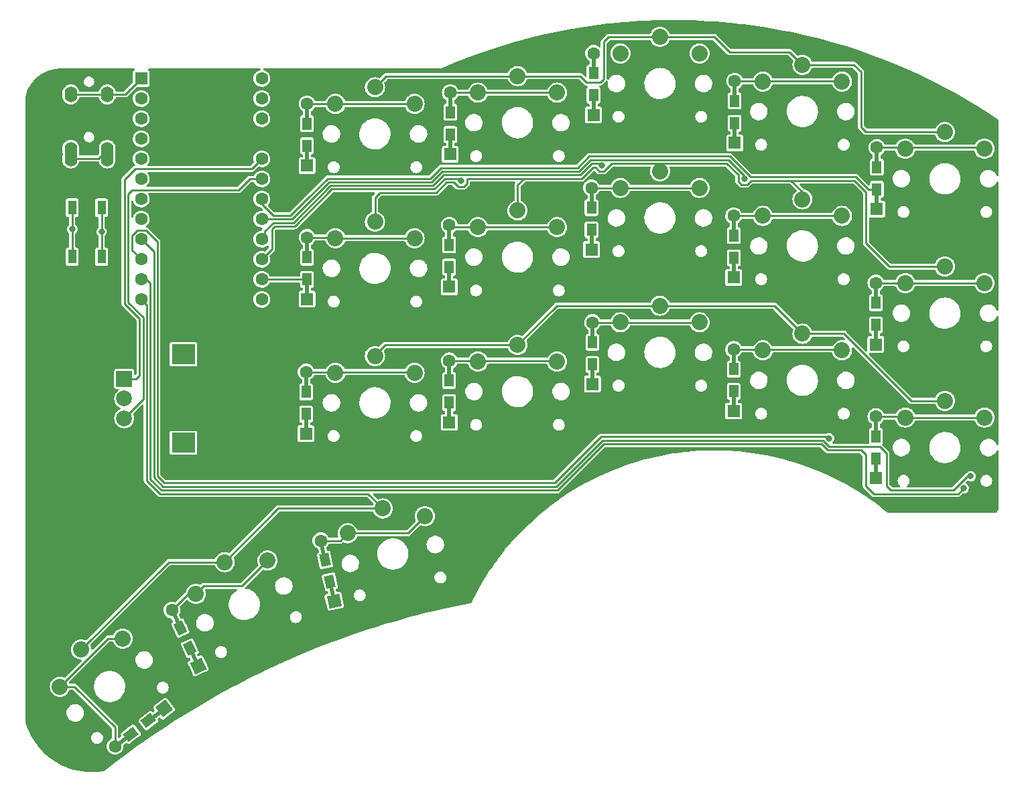
<source format=gbr>
%TF.GenerationSoftware,KiCad,Pcbnew,(5.99.0-11550-g369d813a32)*%
%TF.CreationDate,2021-07-28T18:11:37+05:30*%
%TF.ProjectId,Pteron36v0,50746572-6f6e-4333-9676-302e6b696361,rev?*%
%TF.SameCoordinates,Original*%
%TF.FileFunction,Copper,L1,Top*%
%TF.FilePolarity,Positive*%
%FSLAX46Y46*%
G04 Gerber Fmt 4.6, Leading zero omitted, Abs format (unit mm)*
G04 Created by KiCad (PCBNEW (5.99.0-11550-g369d813a32)) date 2021-07-28 18:11:37*
%MOMM*%
%LPD*%
G01*
G04 APERTURE LIST*
G04 Aperture macros list*
%AMRotRect*
0 Rectangle, with rotation*
0 The origin of the aperture is its center*
0 $1 length*
0 $2 width*
0 $3 Rotation angle, in degrees counterclockwise*
0 Add horizontal line*
21,1,$1,$2,0,0,$3*%
G04 Aperture macros list end*
%TA.AperFunction,ComponentPad*%
%ADD10R,1.600000X1.600000*%
%TD*%
%TA.AperFunction,SMDPad,CuDef*%
%ADD11R,0.500000X2.900000*%
%TD*%
%TA.AperFunction,SMDPad,CuDef*%
%ADD12R,1.200000X1.600000*%
%TD*%
%TA.AperFunction,ComponentPad*%
%ADD13C,1.600000*%
%TD*%
%TA.AperFunction,ComponentPad*%
%ADD14RotRect,1.600000X1.600000X282.500000*%
%TD*%
%TA.AperFunction,SMDPad,CuDef*%
%ADD15RotRect,2.900000X0.500000X282.500000*%
%TD*%
%TA.AperFunction,SMDPad,CuDef*%
%ADD16RotRect,1.600000X1.200000X282.500000*%
%TD*%
%TA.AperFunction,SMDPad,CuDef*%
%ADD17RotRect,1.600000X1.200000X295.000000*%
%TD*%
%TA.AperFunction,SMDPad,CuDef*%
%ADD18RotRect,2.900000X0.500000X295.000000*%
%TD*%
%TA.AperFunction,ComponentPad*%
%ADD19RotRect,1.600000X1.600000X295.000000*%
%TD*%
%TA.AperFunction,SMDPad,CuDef*%
%ADD20RotRect,2.900000X0.500000X37.500000*%
%TD*%
%TA.AperFunction,ComponentPad*%
%ADD21RotRect,1.600000X1.600000X37.500000*%
%TD*%
%TA.AperFunction,SMDPad,CuDef*%
%ADD22RotRect,1.600000X1.200000X37.500000*%
%TD*%
%TA.AperFunction,ComponentPad*%
%ADD23O,1.600000X2.000000*%
%TD*%
%TA.AperFunction,SMDPad,CuDef*%
%ADD24R,1.100000X1.800000*%
%TD*%
%TA.AperFunction,ComponentPad*%
%ADD25C,2.032000*%
%TD*%
%TA.AperFunction,ComponentPad*%
%ADD26R,2.000000X2.000000*%
%TD*%
%TA.AperFunction,ComponentPad*%
%ADD27C,2.000000*%
%TD*%
%TA.AperFunction,ComponentPad*%
%ADD28R,3.000000X2.500000*%
%TD*%
%TA.AperFunction,ViaPad*%
%ADD29C,0.800000*%
%TD*%
%TA.AperFunction,Conductor*%
%ADD30C,0.250000*%
%TD*%
G04 APERTURE END LIST*
D10*
%TO.P,D7,1,K*%
%TO.N,/Col1*%
X225407000Y-66160328D03*
D11*
X225407000Y-64760328D03*
D12*
X225407000Y-63660328D03*
D11*
%TO.P,D7,2,A*%
%TO.N,Net-(D7-Pad2)*%
X225407000Y-59760328D03*
D12*
X225407000Y-60860328D03*
D13*
X225407000Y-58360328D03*
%TD*%
D10*
%TO.P,D8,1,K*%
%TO.N,/Col1*%
X225280000Y-83305328D03*
D12*
X225280000Y-80805328D03*
D11*
X225280000Y-81905328D03*
D13*
%TO.P,D8,2,A*%
%TO.N,Net-(D8-Pad2)*%
X225280000Y-75505328D03*
D11*
X225280000Y-76905328D03*
D12*
X225280000Y-78005328D03*
%TD*%
D11*
%TO.P,D9,1,K*%
%TO.N,/Col1*%
X225280000Y-98796328D03*
D12*
X225280000Y-97696328D03*
D10*
X225280000Y-100196328D03*
D11*
%TO.P,D9,2,A*%
%TO.N,Net-(D9-Pad2)*%
X225280000Y-93796328D03*
D12*
X225280000Y-94896328D03*
D13*
X225280000Y-92396328D03*
%TD*%
D14*
%TO.P,D10,1,K*%
%TO.N,/Col1*%
X156844114Y-115724168D03*
D15*
X156541099Y-114357354D03*
D16*
X156303015Y-113283428D03*
D13*
%TO.P,D10,2,A*%
%TO.N,Net-(D10-Pad2)*%
X155155886Y-108109060D03*
D15*
X155458901Y-109475874D03*
D16*
X155696985Y-110549800D03*
%TD*%
D11*
%TO.P,D12,1,K*%
%TO.N,/Col2*%
X207441000Y-56406998D03*
D12*
X207441000Y-55306998D03*
D10*
X207441000Y-57806998D03*
D11*
%TO.P,D12,2,A*%
%TO.N,Net-(D12-Pad2)*%
X207441000Y-51406998D03*
D13*
X207441000Y-50006998D03*
D12*
X207441000Y-52506998D03*
%TD*%
%TO.P,D13,1,K*%
%TO.N,/Col2*%
X207314000Y-72324998D03*
D10*
X207314000Y-74824998D03*
D11*
X207314000Y-73424998D03*
%TO.P,D13,2,A*%
%TO.N,Net-(D13-Pad2)*%
X207314000Y-68424998D03*
D12*
X207314000Y-69524998D03*
D13*
X207314000Y-67024998D03*
%TD*%
D10*
%TO.P,D14,1,K*%
%TO.N,/Col2*%
X207314000Y-91715998D03*
D11*
X207314000Y-90315998D03*
D12*
X207314000Y-89215998D03*
D13*
%TO.P,D14,2,A*%
%TO.N,Net-(D14-Pad2)*%
X207314000Y-83915998D03*
D12*
X207314000Y-86415998D03*
D11*
X207314000Y-85315998D03*
%TD*%
D17*
%TO.P,D15,1,K*%
%TO.N,/Col2*%
X138591666Y-121685441D03*
D18*
X139056546Y-122682379D03*
D19*
X139648211Y-123951210D03*
D18*
%TO.P,D15,2,A*%
%TO.N,Net-(D15-Pad2)*%
X136943454Y-118150841D03*
D17*
X137408334Y-119147779D03*
D13*
X136351789Y-116882010D03*
%TD*%
D11*
%TO.P,D17,1,K*%
%TO.N,/Col3*%
X189602000Y-52870664D03*
D10*
X189602000Y-54270664D03*
D12*
X189602000Y-51770664D03*
D13*
%TO.P,D17,2,A*%
%TO.N,Net-(D17-Pad2)*%
X189602000Y-46470664D03*
D11*
X189602000Y-47870664D03*
D12*
X189602000Y-48970664D03*
%TD*%
D11*
%TO.P,D18,1,K*%
%TO.N,/Col3*%
X189348000Y-69888664D03*
D10*
X189348000Y-71288664D03*
D12*
X189348000Y-68788664D03*
%TO.P,D18,2,A*%
%TO.N,Net-(D18-Pad2)*%
X189348000Y-65988664D03*
D11*
X189348000Y-64888664D03*
D13*
X189348000Y-63488664D03*
%TD*%
D10*
%TO.P,D19,1,K*%
%TO.N,/Col3*%
X189475000Y-88306664D03*
D11*
X189475000Y-86906664D03*
D12*
X189475000Y-85806664D03*
D13*
%TO.P,D19,2,A*%
%TO.N,Net-(D19-Pad2)*%
X189475000Y-80506664D03*
D12*
X189475000Y-83006664D03*
D11*
X189475000Y-81906664D03*
%TD*%
D20*
%TO.P,D20,1,K*%
%TO.N,/Col3*%
X134241183Y-130202496D03*
D21*
X135351878Y-129350230D03*
D22*
X133368495Y-130872134D03*
%TO.P,D20,2,A*%
%TO.N,Net-(D20-Pad2)*%
X131147105Y-132576666D03*
D20*
X130274417Y-133246304D03*
D13*
X129163722Y-134098570D03*
%TD*%
D11*
%TO.P,D22,1,K*%
%TO.N,/Col4*%
X171509000Y-57843330D03*
D12*
X171509000Y-56743330D03*
D10*
X171509000Y-59243330D03*
D12*
%TO.P,D22,2,A*%
%TO.N,Net-(D22-Pad2)*%
X171509000Y-53943330D03*
D13*
X171509000Y-51443330D03*
D11*
X171509000Y-52843330D03*
%TD*%
D10*
%TO.P,D23,1,K*%
%TO.N,/Col4*%
X171382000Y-76007330D03*
D12*
X171382000Y-73507330D03*
D11*
X171382000Y-74607330D03*
D12*
%TO.P,D23,2,A*%
%TO.N,Net-(D23-Pad2)*%
X171382000Y-70707330D03*
D13*
X171382000Y-68207330D03*
D11*
X171382000Y-69607330D03*
%TD*%
D10*
%TO.P,D24,1,K*%
%TO.N,/Col4*%
X171382000Y-93152330D03*
D12*
X171382000Y-90652330D03*
D11*
X171382000Y-91752330D03*
D13*
%TO.P,D24,2,A*%
%TO.N,Net-(D24-Pad2)*%
X171382000Y-85352330D03*
D12*
X171382000Y-87852330D03*
D11*
X171382000Y-86752330D03*
%TD*%
D12*
%TO.P,D26,1,K*%
%TO.N,/Col5*%
X153416000Y-58169000D03*
D10*
X153416000Y-60669000D03*
D11*
X153416000Y-59269000D03*
D12*
%TO.P,D26,2,A*%
%TO.N,Net-(D26-Pad2)*%
X153416000Y-55369000D03*
D11*
X153416000Y-54269000D03*
D13*
X153416000Y-52869000D03*
%TD*%
D12*
%TO.P,D27,1,K*%
%TO.N,/Col5*%
X153416000Y-75060000D03*
D10*
X153416000Y-77560000D03*
D11*
X153416000Y-76160000D03*
%TO.P,D27,2,A*%
%TO.N,Net-(D27-Pad2)*%
X153416000Y-71160000D03*
D13*
X153416000Y-69760000D03*
D12*
X153416000Y-72260000D03*
%TD*%
D23*
%TO.P,J1,1*%
%TO.N,GND*%
X123570000Y-59768980D03*
%TO.P,J1,2*%
X128170000Y-58668980D03*
%TO.P,J1,3*%
%TO.N,VCC*%
X128170000Y-54668980D03*
%TO.P,J1,4*%
%TO.N,/Serial*%
X128170000Y-51668980D03*
%TD*%
D24*
%TO.P,RST1,1,1*%
%TO.N,Net-(RST1-Pad1)*%
X127453000Y-65988000D03*
X127453000Y-72188000D03*
%TO.P,RST1,2,2*%
%TO.N,GND*%
X123753000Y-65988000D03*
X123753000Y-72188000D03*
%TD*%
D25*
%TO.P,SW8,1,1*%
%TO.N,/Row2*%
X234000000Y-73433328D03*
%TO.P,SW8,2,2*%
%TO.N,Net-(D8-Pad2)*%
X229000000Y-75533328D03*
X239000000Y-75533328D03*
%TD*%
%TO.P,SW9,1,1*%
%TO.N,/Row3*%
X234000000Y-90433328D03*
%TO.P,SW9,2,2*%
%TO.N,Net-(D9-Pad2)*%
X239000000Y-92533328D03*
X229000000Y-92533328D03*
%TD*%
%TO.P,SW13,1,1*%
%TO.N,/Row2*%
X216000000Y-64933332D03*
%TO.P,SW13,2,2*%
%TO.N,Net-(D13-Pad2)*%
X211000000Y-67033332D03*
X221000000Y-67033332D03*
%TD*%
%TO.P,SW14,1,1*%
%TO.N,/Row3*%
X216000000Y-81933332D03*
%TO.P,SW14,2,2*%
%TO.N,Net-(D14-Pad2)*%
X221000000Y-84033332D03*
X211000000Y-84033332D03*
%TD*%
%TO.P,SW15,1,1*%
%TO.N,/Row4*%
X143006552Y-110819396D03*
%TO.P,SW15,2,2*%
%TO.N,Net-(D15-Pad2)*%
X139362512Y-114835734D03*
X148425590Y-110609551D03*
%TD*%
%TO.P,SW20,1,1*%
%TO.N,/Row4*%
X124881508Y-121862015D03*
%TO.P,SW20,2,2*%
%TO.N,Net-(D20-Pad2)*%
X122193140Y-126571864D03*
X130126673Y-120484250D03*
%TD*%
%TO.P,SW22,1,1*%
%TO.N,/Row1*%
X180000000Y-49349998D03*
%TO.P,SW22,2,2*%
%TO.N,Net-(D22-Pad2)*%
X175000000Y-51449998D03*
X185000000Y-51449998D03*
%TD*%
%TO.P,SW23,1,1*%
%TO.N,/Row2*%
X180000000Y-66349998D03*
%TO.P,SW23,2,2*%
%TO.N,Net-(D23-Pad2)*%
X175000000Y-68449998D03*
X185000000Y-68449998D03*
%TD*%
%TO.P,SW24,1,1*%
%TO.N,/Row3*%
X180000000Y-83349998D03*
%TO.P,SW24,2,2*%
%TO.N,Net-(D24-Pad2)*%
X175000000Y-85449998D03*
X185000000Y-85449998D03*
%TD*%
%TO.P,SW26,1,1*%
%TO.N,/Row1*%
X162000000Y-50766664D03*
%TO.P,SW26,2,2*%
%TO.N,Net-(D26-Pad2)*%
X167000000Y-52866664D03*
X157000000Y-52866664D03*
%TD*%
%TO.P,SW27,1,1*%
%TO.N,/Row2*%
X162000000Y-67766664D03*
%TO.P,SW27,2,2*%
%TO.N,Net-(D27-Pad2)*%
X157000000Y-69866664D03*
X167000000Y-69866664D03*
%TD*%
%TO.P,SW28,1,1*%
%TO.N,/Row3*%
X162000000Y-84766664D03*
%TO.P,SW28,2,2*%
%TO.N,Net-(D28-Pad2)*%
X157000000Y-86866664D03*
X167000000Y-86866664D03*
%TD*%
D10*
%TO.P,U1,1,TX*%
%TO.N,/Serial*%
X132461000Y-49657000D03*
D13*
%TO.P,U1,2,RX*%
%TO.N,N/C*%
X132461000Y-52197000D03*
%TO.P,U1,3,GND*%
%TO.N,GND*%
X132461000Y-54737000D03*
%TO.P,U1,4,GND*%
X132461000Y-57277000D03*
%TO.P,U1,5,SCL*%
%TO.N,N/C*%
X132461000Y-59817000D03*
%TO.P,U1,6,SDA*%
X132461000Y-62357000D03*
%TO.P,U1,7,D4*%
X132461000Y-64897000D03*
%TO.P,U1,8,C6*%
X132461000Y-67437000D03*
%TO.P,U1,9,D7*%
%TO.N,/Row2*%
X132461000Y-69977000D03*
%TO.P,U1,10,E6*%
%TO.N,/Row1*%
X132461000Y-72517000D03*
%TO.P,U1,11,B4*%
%TO.N,/Row3*%
X132461000Y-75057000D03*
%TO.P,U1,12,B5*%
%TO.N,/Row4*%
X132461000Y-77597000D03*
%TO.P,U1,13,B6*%
%TO.N,N/C*%
X147701000Y-77597000D03*
%TO.P,U1,14,B2*%
%TO.N,/Col5*%
X147701000Y-75057000D03*
%TO.P,U1,15,B3*%
%TO.N,/Col4*%
X147701000Y-72517000D03*
%TO.P,U1,16,B1*%
%TO.N,/Col3*%
X147701000Y-69977000D03*
%TO.P,U1,17,F7*%
%TO.N,/Col2*%
X147701000Y-67437000D03*
%TO.P,U1,18,F6*%
%TO.N,/Col1*%
X147701000Y-64897000D03*
%TO.P,U1,19,F5*%
%TO.N,/RotB*%
X147701000Y-62357000D03*
%TO.P,U1,20,F4*%
%TO.N,/RotA*%
X147701000Y-59817000D03*
%TO.P,U1,21,VCC*%
%TO.N,VCC*%
X147701000Y-57277000D03*
%TO.P,U1,22,RST*%
%TO.N,Net-(RST1-Pad1)*%
X147701000Y-54737000D03*
%TO.P,U1,23,GND*%
%TO.N,GND*%
X147701000Y-52197000D03*
%TO.P,U1,24,RAW*%
%TO.N,N/C*%
X147701000Y-49657000D03*
%TD*%
D25*
%TO.P,SW7,1,1*%
%TO.N,/Row1*%
X234000000Y-56433328D03*
%TO.P,SW7,2,2*%
%TO.N,Net-(D7-Pad2)*%
X229000000Y-58533328D03*
X239000000Y-58533328D03*
%TD*%
%TO.P,SW12,1,1*%
%TO.N,/Row1*%
X216000000Y-47933332D03*
%TO.P,SW12,2,2*%
%TO.N,Net-(D12-Pad2)*%
X221000000Y-50033332D03*
X211000000Y-50033332D03*
%TD*%
D10*
%TO.P,D28,1,K*%
%TO.N,/Col5*%
X153289000Y-94578000D03*
D11*
X153289000Y-93178000D03*
D12*
X153289000Y-92078000D03*
%TO.P,D28,2,A*%
%TO.N,Net-(D28-Pad2)*%
X153289000Y-89278000D03*
D13*
X153289000Y-86778000D03*
D11*
X153289000Y-88178000D03*
%TD*%
D25*
%TO.P,SW17,1,1*%
%TO.N,/Row1*%
X198000000Y-44391667D03*
%TO.P,SW17,2,2*%
%TO.N,Net-(D17-Pad2)*%
X203000000Y-46491667D03*
X193000000Y-46491667D03*
%TD*%
%TO.P,SW19,1,1*%
%TO.N,/Row3*%
X198000000Y-78391667D03*
%TO.P,SW19,2,2*%
%TO.N,Net-(D19-Pad2)*%
X203000000Y-80491667D03*
X193000000Y-80491667D03*
%TD*%
%TO.P,SW18,1,1*%
%TO.N,/Row2*%
X198000000Y-61391667D03*
%TO.P,SW18,2,2*%
%TO.N,Net-(D18-Pad2)*%
X203000000Y-63491667D03*
X193000000Y-63491667D03*
%TD*%
%TO.P,SW10,1,1*%
%TO.N,/Row4*%
X162973006Y-104031469D03*
%TO.P,SW10,2,2*%
%TO.N,Net-(D10-Pad2)*%
X168309010Y-104999492D03*
X158546049Y-107163888D03*
%TD*%
D26*
%TO.P,EN_1,A,A*%
%TO.N,/RotA*%
X130302000Y-87630000D03*
D27*
%TO.P,EN_1,B,B*%
%TO.N,/RotB*%
X130302000Y-92630000D03*
%TO.P,EN_1,C,C*%
%TO.N,GND*%
X130302000Y-90130000D03*
D28*
%TO.P,EN_1,MP*%
%TO.N,N/C*%
X137802000Y-95730000D03*
X137802000Y-84530000D03*
%TD*%
D23*
%TO.P,J2,1*%
%TO.N,GND*%
X128170000Y-59768980D03*
%TO.P,J2,2*%
X123570000Y-58668980D03*
%TO.P,J2,3*%
%TO.N,VCC*%
X123570000Y-54668980D03*
%TO.P,J2,4*%
%TO.N,/Serial*%
X123570000Y-51668980D03*
%TD*%
D29*
%TO.N,/Col2*%
X208656347Y-62361653D03*
%TO.N,/Col3*%
X190627000Y-60667167D03*
%TO.N,/Col4*%
X172847000Y-62611000D03*
%TO.N,/Row1*%
X219354400Y-95161700D03*
%TO.N,/Row2*%
X237249300Y-99949000D03*
%TO.N,/Row3*%
X236372400Y-101473000D03*
%TO.N,GND*%
X123753000Y-68705301D03*
%TO.N,Net-(RST1-Pad1)*%
X127453000Y-69016000D03*
%TD*%
D30*
%TO.N,/Col1*%
X153411770Y-64897692D02*
X151321982Y-66987480D01*
X209423000Y-62103000D02*
X206813136Y-59493136D01*
X149156480Y-66987480D02*
X147701000Y-65532000D01*
X222758718Y-62103000D02*
X209423000Y-62103000D01*
X147701000Y-65532000D02*
X147701000Y-64897000D01*
X189045864Y-59493136D02*
X187579000Y-60960000D01*
X224316046Y-63660328D02*
X222758718Y-62103000D01*
X170308410Y-60960000D02*
X168969400Y-62299010D01*
X168969400Y-62299010D02*
X156009760Y-62299010D01*
X225407000Y-63660328D02*
X224316046Y-63660328D01*
X151321982Y-66987480D02*
X149156480Y-66987480D01*
X206813136Y-59493136D02*
X189045864Y-59493136D01*
X187579000Y-60960000D02*
X170308410Y-60960000D01*
X156009760Y-62299010D02*
X153411770Y-64897000D01*
X153411770Y-64897000D02*
X153411770Y-64897692D01*
%TO.N,Net-(D7-Pad2)*%
X225407000Y-58360328D02*
X228827000Y-58360328D01*
X228827000Y-58360328D02*
X229000000Y-58533328D01*
X225407000Y-58360328D02*
X238827000Y-58360328D01*
X238827000Y-58360328D02*
X239000000Y-58533328D01*
%TO.N,Net-(D8-Pad2)*%
X239000000Y-75533328D02*
X225308000Y-75533328D01*
X225308000Y-75533328D02*
X225280000Y-75505328D01*
%TO.N,Net-(D9-Pad2)*%
X225280000Y-92396328D02*
X228863000Y-92396328D01*
X228863000Y-92396328D02*
X229000000Y-92533328D01*
X229000000Y-92533328D02*
X239000000Y-92533328D01*
%TO.N,Net-(D10-Pad2)*%
X155155886Y-108109060D02*
X157600877Y-108109060D01*
X157600877Y-108109060D02*
X158546049Y-107163888D01*
X158546049Y-107163888D02*
X166144614Y-107163888D01*
X166144614Y-107163888D02*
X168309010Y-104999492D01*
%TO.N,/Col2*%
X189232754Y-59942656D02*
X187765401Y-61410009D01*
X208656347Y-62361653D02*
X208656347Y-61972757D01*
X187765401Y-61410009D02*
X170494810Y-61410010D01*
X151508180Y-67437000D02*
X147701000Y-67437000D01*
X208656347Y-61972757D02*
X206626246Y-59942656D01*
X170494810Y-61410010D02*
X169155801Y-62749019D01*
X169155801Y-62749019D02*
X156196160Y-62749020D01*
X156196160Y-62749020D02*
X151508180Y-67437000D01*
X206626246Y-59942656D02*
X189232754Y-59942656D01*
%TO.N,Net-(D12-Pad2)*%
X220973666Y-50006998D02*
X221000000Y-50033332D01*
X207441000Y-50006998D02*
X220973666Y-50006998D01*
X207441000Y-51406998D02*
X207441000Y-50006998D01*
%TO.N,Net-(D13-Pad2)*%
X211000000Y-67033332D02*
X207322334Y-67033332D01*
X221000000Y-67033332D02*
X211000000Y-67033332D01*
X207322334Y-67033332D02*
X207314000Y-67024998D01*
%TO.N,Net-(D14-Pad2)*%
X207314000Y-85315998D02*
X207314000Y-83915998D01*
X220882666Y-83915998D02*
X221000000Y-84033332D01*
X207314000Y-83915998D02*
X220882666Y-83915998D01*
%TO.N,Net-(D15-Pad2)*%
X138398065Y-114835734D02*
X139362512Y-114835734D01*
X145215406Y-113819735D02*
X148425590Y-110609551D01*
X140378511Y-113819735D02*
X145215406Y-113819735D01*
X139362512Y-114835734D02*
X140378511Y-113819735D01*
X136351789Y-116882010D02*
X138398065Y-114835734D01*
%TO.N,/Col3*%
X151695070Y-67886520D02*
X149131080Y-67886520D01*
X190352009Y-60392176D02*
X189420336Y-60392176D01*
X189420336Y-60392176D02*
X187952494Y-61860018D01*
X148056600Y-68961000D02*
X148056600Y-69621400D01*
X169083972Y-63199028D02*
X169083970Y-63199030D01*
X148056600Y-69621400D02*
X147701000Y-69977000D01*
X169342202Y-63199028D02*
X169083972Y-63199028D01*
X190627000Y-60667167D02*
X190352009Y-60392176D01*
X156382560Y-63199030D02*
X151695070Y-67886520D01*
X170681212Y-61860018D02*
X169342202Y-63199028D01*
X149131080Y-67886520D02*
X148056600Y-68961000D01*
X169083970Y-63199030D02*
X156382560Y-63199030D01*
X187952494Y-61860018D02*
X170681212Y-61860018D01*
%TO.N,Net-(D17-Pad2)*%
X192978997Y-46470664D02*
X193000000Y-46491667D01*
%TO.N,Net-(D18-Pad2)*%
X192996997Y-63488664D02*
X193000000Y-63491667D01*
X189348000Y-63488664D02*
X192996997Y-63488664D01*
X203000000Y-63491667D02*
X193000000Y-63491667D01*
%TO.N,Net-(D19-Pad2)*%
X189475000Y-80506664D02*
X202985003Y-80506664D01*
X202985003Y-80506664D02*
X203000000Y-80491667D01*
%TO.N,Net-(D20-Pad2)*%
X122193140Y-126571864D02*
X124031864Y-126571864D01*
X128280754Y-120484250D02*
X122193140Y-126571864D01*
X130126673Y-120484250D02*
X128280754Y-120484250D01*
X129163722Y-131703722D02*
X129163722Y-134098570D01*
X121426488Y-126571864D02*
X122193140Y-126571864D01*
X124031864Y-126571864D02*
X129163722Y-131703722D01*
%TO.N,/Col4*%
X148971359Y-68681959D02*
X148971359Y-71246641D01*
X170867612Y-62310028D02*
X172546028Y-62310028D01*
X148971359Y-71246641D02*
X147701000Y-72517000D01*
X149301918Y-68351400D02*
X148971359Y-68681959D01*
X172546028Y-62310028D02*
X172847000Y-62611000D01*
X169528600Y-63649040D02*
X170867612Y-62310028D01*
X168043040Y-63649040D02*
X169291000Y-63649040D01*
X168043040Y-63649040D02*
X169528600Y-63649040D01*
X169291000Y-63649040D02*
X169440040Y-63649040D01*
X156568960Y-63649040D02*
X151866600Y-68351400D01*
X151866600Y-68351400D02*
X149301918Y-68351400D01*
X168043040Y-63649040D02*
X156568960Y-63649040D01*
%TO.N,Net-(D22-Pad2)*%
X171509000Y-51443330D02*
X184993332Y-51443330D01*
X184993332Y-51443330D02*
X185000000Y-51449998D01*
%TO.N,Net-(D23-Pad2)*%
X185000000Y-68449998D02*
X175000000Y-68449998D01*
X171624668Y-68449998D02*
X171382000Y-68207330D01*
X175000000Y-68449998D02*
X171624668Y-68449998D01*
%TO.N,Net-(D24-Pad2)*%
X184902332Y-85352330D02*
X185000000Y-85449998D01*
X171382000Y-85352330D02*
X184902332Y-85352330D01*
%TO.N,/Col5*%
X147701000Y-75057000D02*
X153413000Y-75057000D01*
X153413000Y-75057000D02*
X153416000Y-75060000D01*
%TO.N,Net-(D26-Pad2)*%
X157000000Y-52866664D02*
X167000000Y-52866664D01*
X153416000Y-52869000D02*
X156997664Y-52869000D01*
X156997664Y-52869000D02*
X157000000Y-52866664D01*
%TO.N,Net-(D27-Pad2)*%
X157000000Y-69866664D02*
X167000000Y-69866664D01*
X156893336Y-69760000D02*
X157000000Y-69866664D01*
X153416000Y-69760000D02*
X156893336Y-69760000D01*
X153416000Y-71160000D02*
X153416000Y-69760000D01*
%TO.N,Net-(D28-Pad2)*%
X166911336Y-86778000D02*
X167000000Y-86866664D01*
X153289000Y-86778000D02*
X166911336Y-86778000D01*
%TO.N,/Row1*%
X190456686Y-50165000D02*
X190906400Y-49715286D01*
X223393000Y-48818800D02*
X223393000Y-55778400D01*
X198000000Y-44391667D02*
X204868867Y-44391667D01*
X214396268Y-46329600D02*
X216000000Y-47933332D01*
X224002600Y-56388000D02*
X233954672Y-56388000D01*
X219163300Y-94970600D02*
X219354400Y-95161700D01*
X134510720Y-70299520D02*
X134510720Y-99941320D01*
X217779600Y-94970600D02*
X217984236Y-94970600D01*
X190549364Y-94970600D02*
X217779600Y-94970600D01*
X222507532Y-47933332D02*
X223393000Y-48818800D01*
X190906400Y-49715286D02*
X190906400Y-45008800D01*
X216000000Y-47933332D02*
X222507532Y-47933332D01*
X187932312Y-49349998D02*
X188747314Y-50165000D01*
X134510720Y-99941320D02*
X135382000Y-100812600D01*
X133063689Y-68852489D02*
X134510720Y-70299520D01*
X131335999Y-70594001D02*
X131335999Y-71391999D01*
X131995211Y-68852489D02*
X133063689Y-68852489D01*
X180000000Y-49349998D02*
X187932312Y-49349998D01*
X233954672Y-56388000D02*
X234000000Y-56433328D01*
X131335999Y-71391999D02*
X132461000Y-72517000D01*
X131335999Y-70594001D02*
X131335999Y-69511701D01*
X188747314Y-50165000D02*
X190456686Y-50165000D01*
X223393000Y-55778400D02*
X224002600Y-56388000D01*
X180000000Y-49349998D02*
X163416666Y-49349998D01*
X131335999Y-69511701D02*
X131995211Y-68852489D01*
X135382000Y-100812600D02*
X184707364Y-100812600D01*
X217779600Y-94970600D02*
X219163300Y-94970600D01*
X204868867Y-44391667D02*
X206806800Y-46329600D01*
X184707364Y-100812600D02*
X190549364Y-94970600D01*
X163416666Y-49349998D02*
X162000000Y-50766664D01*
X191523533Y-44391667D02*
X198000000Y-44391667D01*
X206806800Y-46329600D02*
X214396268Y-46329600D01*
X190906400Y-45008800D02*
X191523533Y-44391667D01*
%TO.N,/Row2*%
X207899000Y-62077600D02*
X207899000Y-62677308D01*
X162000000Y-67766664D02*
X162000000Y-64720400D01*
X207899000Y-62677308D02*
X208308346Y-63086654D01*
X162621840Y-64098560D02*
X169715490Y-64098560D01*
X198000000Y-61034176D02*
X198000000Y-61391667D01*
X184885882Y-101269800D02*
X190720202Y-95435480D01*
X173609000Y-62922002D02*
X173609000Y-62357000D01*
X188138203Y-62310027D02*
X180801028Y-62310028D01*
X190720202Y-95435480D02*
X218603566Y-95435480D01*
X132461000Y-69977000D02*
X134061200Y-71577200D01*
X171054012Y-62760038D02*
X171923036Y-62760038D01*
X197358000Y-60392176D02*
X191926605Y-60392176D01*
X236854282Y-99949000D02*
X237249300Y-99949000D01*
X216000000Y-63981000D02*
X216000000Y-64933332D01*
X224028000Y-70485000D02*
X226976328Y-73433328D01*
X189865000Y-60934600D02*
X189513630Y-60934600D01*
X214572010Y-62553010D02*
X222573010Y-62553010D01*
X197358000Y-60392176D02*
X198000000Y-61034176D01*
X235965641Y-100855145D02*
X235965641Y-100837641D01*
X226618800Y-97078800D02*
X226618800Y-101193600D01*
X207899000Y-61851128D02*
X207899000Y-62077600D01*
X180000000Y-66349998D02*
X180000000Y-63111056D01*
X222573010Y-62553010D02*
X224028000Y-64008000D01*
X135203482Y-101269800D02*
X135915400Y-101269800D01*
X189513630Y-60934600D02*
X188138203Y-62310027D01*
X219383286Y-96215200D02*
X225755200Y-96215200D01*
X162000000Y-64720400D02*
X162621840Y-64098560D01*
X214572010Y-62553010D02*
X216000000Y-63981000D01*
X134061200Y-99517200D02*
X134061200Y-100127518D01*
X173609000Y-62357000D02*
X173655972Y-62310028D01*
X218603566Y-95435480D02*
X219383286Y-96215200D01*
X171923036Y-62760038D02*
X172498999Y-63336001D01*
X225755200Y-96215200D02*
X226618800Y-97078800D01*
X135915400Y-101269800D02*
X184885882Y-101269800D01*
X206440048Y-60392176D02*
X207899000Y-61851128D01*
X190927104Y-61391678D02*
X190322078Y-61391678D01*
X226976328Y-73433328D02*
X234000000Y-73433328D01*
X191926605Y-60392176D02*
X190927104Y-61391678D01*
X184885882Y-101269800D02*
X184975141Y-101180541D01*
X209004348Y-63086654D02*
X209537992Y-62553010D01*
X172498999Y-63336001D02*
X173195001Y-63336001D01*
X169715490Y-64098560D02*
X171054012Y-62760038D01*
X235965641Y-100837641D02*
X236854282Y-99949000D01*
X235086106Y-101734680D02*
X235965641Y-100855145D01*
X209537992Y-62553010D02*
X214572010Y-62553010D01*
X197358000Y-60392176D02*
X206440048Y-60392176D01*
X134061200Y-71577200D02*
X134061200Y-99517200D01*
X173655972Y-62310028D02*
X180801028Y-62310028D01*
X208308346Y-63086654D02*
X209004348Y-63086654D01*
X173195001Y-63336001D02*
X173609000Y-62922002D01*
X134061200Y-100127518D02*
X135203482Y-101269800D01*
X190322078Y-61391678D02*
X189865000Y-60934600D01*
X226618800Y-101193600D02*
X227159880Y-101734680D01*
X180000000Y-63111056D02*
X180801028Y-62310028D01*
X224028000Y-64008000D02*
X224028000Y-70485000D01*
X227159880Y-101734680D02*
X235086106Y-101734680D01*
%TO.N,/Row3*%
X184958331Y-78391667D02*
X198000000Y-78391667D01*
X162000000Y-84634000D02*
X163284002Y-83349998D01*
X224002600Y-97256600D02*
X224002600Y-101167950D01*
X224002600Y-101167950D02*
X224447225Y-101612575D01*
X224447225Y-101612825D02*
X225018600Y-102184200D01*
X132461000Y-75057000D02*
X133096000Y-75057000D01*
X190906400Y-95885000D02*
X218417368Y-95885000D01*
X180000000Y-83349998D02*
X184958331Y-78391667D01*
X133611680Y-75572680D02*
X133611680Y-100313715D01*
X221252332Y-81933332D02*
X229752328Y-90433328D01*
X223410720Y-96664720D02*
X224002600Y-97256600D01*
X229752328Y-90433328D02*
X234000000Y-90433328D01*
X185064400Y-101727000D02*
X190906400Y-95885000D01*
X163284002Y-83349998D02*
X180000000Y-83349998D01*
X224447225Y-101612575D02*
X224447225Y-101612825D01*
X198000000Y-78391667D02*
X212458335Y-78391667D01*
X162000000Y-84766664D02*
X162000000Y-84634000D01*
X133611680Y-100313715D02*
X135024964Y-101727000D01*
X235661200Y-102184200D02*
X236372400Y-101473000D01*
X219197088Y-96664720D02*
X223410720Y-96664720D01*
X133096000Y-75057000D02*
X133611680Y-75572680D01*
X135024964Y-101727000D02*
X185064400Y-101727000D01*
X212458335Y-78391667D02*
X216000000Y-81933332D01*
X216000000Y-81933332D02*
X221252332Y-81933332D01*
X218417368Y-95885000D02*
X219197088Y-96664720D01*
X225018600Y-102184200D02*
X235661200Y-102184200D01*
%TO.N,/Row4*%
X149794479Y-104031469D02*
X162973006Y-104031469D01*
X124881508Y-121862015D02*
X135924127Y-110819396D01*
X161118547Y-102177010D02*
X162973006Y-104031469D01*
X143006552Y-110819396D02*
X149794479Y-104031469D01*
X133653723Y-100991477D02*
X134839256Y-102177010D01*
X132461000Y-77597000D02*
X133162160Y-78298160D01*
X135924127Y-110819396D02*
X143006552Y-110819396D01*
X133162160Y-78298160D02*
X133162160Y-100499913D01*
X133162160Y-100499913D02*
X133653723Y-100991477D01*
X135211390Y-102177010D02*
X161118547Y-102177010D01*
X134839256Y-102177010D02*
X135211390Y-102177010D01*
%TO.N,/Serial*%
X128170000Y-51668980D02*
X130449020Y-51668980D01*
X123570000Y-51668980D02*
X128170000Y-51668980D01*
X130449020Y-51668980D02*
X132461000Y-49657000D01*
%TO.N,VCC*%
X123570000Y-54668980D02*
X128170000Y-54668980D01*
%TO.N,GND*%
X123753000Y-68705301D02*
X123753000Y-72188000D01*
X123570000Y-59768980D02*
X127070000Y-59768980D01*
X127070000Y-59768980D02*
X128170000Y-58668980D01*
X123753000Y-65988000D02*
X123753000Y-68705301D01*
%TO.N,Net-(RST1-Pad1)*%
X127453000Y-72188000D02*
X127453000Y-65988000D01*
X127453000Y-69016000D02*
X127453000Y-65988000D01*
X127453000Y-72188000D02*
X127453000Y-69016000D01*
%TO.N,/RotB*%
X132712640Y-90219360D02*
X132712640Y-79880640D01*
X131318000Y-63754000D02*
X144780000Y-63754000D01*
X144780000Y-63754000D02*
X146177000Y-62357000D01*
X146177000Y-62357000D02*
X147701000Y-62357000D01*
X130302000Y-92630000D02*
X132712640Y-90219360D01*
X130810000Y-64262000D02*
X131318000Y-63754000D01*
X132712640Y-79880640D02*
X130810000Y-77978000D01*
X130810000Y-77978000D02*
X130810000Y-64262000D01*
%TO.N,/RotA*%
X132263120Y-87192880D02*
X132263120Y-80066838D01*
X130302000Y-87630000D02*
X131826000Y-87630000D01*
X131826000Y-87630000D02*
X132263120Y-87192880D01*
X146431000Y-61087000D02*
X147701000Y-59817000D01*
X130360480Y-62425520D02*
X131699000Y-61087000D01*
X130360480Y-78164197D02*
X130360480Y-62425520D01*
X131699000Y-61087000D02*
X146431000Y-61087000D01*
X132263120Y-80066838D02*
X130360480Y-78164197D01*
%TD*%
%TA.AperFunction,Conductor*%
%TO.N,VCC*%
G36*
X199759538Y-42252412D02*
G01*
X200539791Y-42262398D01*
X201436697Y-42273878D01*
X201439495Y-42273946D01*
X202337894Y-42306056D01*
X203115766Y-42333858D01*
X203118651Y-42333995D01*
X204212966Y-42398254D01*
X204793002Y-42432315D01*
X204795838Y-42432513D01*
X206215348Y-42548577D01*
X206467546Y-42569198D01*
X206470422Y-42569466D01*
X206814480Y-42605555D01*
X208138594Y-42744443D01*
X208141428Y-42744774D01*
X208628348Y-42807164D01*
X209805079Y-42957941D01*
X209807940Y-42958341D01*
X211466256Y-43209590D01*
X211469107Y-43210055D01*
X213121284Y-43499266D01*
X213124123Y-43499797D01*
X214769193Y-43826802D01*
X214772020Y-43827398D01*
X216409136Y-44192025D01*
X216411949Y-44192685D01*
X218040304Y-44594755D01*
X218043100Y-44595479D01*
X218636183Y-44756434D01*
X219658406Y-45033852D01*
X219661851Y-45034787D01*
X219664630Y-45035576D01*
X221272826Y-45511863D01*
X221275586Y-45512715D01*
X222872439Y-46025744D01*
X222875180Y-46026659D01*
X224459905Y-46576182D01*
X224462623Y-46577160D01*
X226034295Y-47162855D01*
X226036990Y-47163895D01*
X227594798Y-47785458D01*
X227597469Y-47786559D01*
X229140677Y-48443698D01*
X229143264Y-48444834D01*
X229732982Y-48712085D01*
X230671032Y-49137195D01*
X230673649Y-49138418D01*
X232185044Y-49865574D01*
X232187633Y-49866856D01*
X233439050Y-50504666D01*
X233680999Y-50627980D01*
X233682013Y-50628497D01*
X233684564Y-50629834D01*
X235161099Y-51425541D01*
X235163521Y-51426881D01*
X236621560Y-52256304D01*
X236623977Y-52257717D01*
X237275596Y-52648438D01*
X238062473Y-53120263D01*
X238064933Y-53121777D01*
X239483225Y-54017043D01*
X239485650Y-54018612D01*
X240228656Y-54511796D01*
X240714397Y-54834215D01*
X240716881Y-54835864D01*
X240762575Y-54890202D01*
X240773200Y-54940843D01*
X240773200Y-61875288D01*
X240753198Y-61943409D01*
X240699542Y-61989902D01*
X240629268Y-62000006D01*
X240564688Y-61970512D01*
X240534194Y-61931016D01*
X240533847Y-61930311D01*
X240496232Y-61854036D01*
X240449102Y-61758464D01*
X240449099Y-61758460D01*
X240446547Y-61753284D01*
X240438718Y-61742799D01*
X240328445Y-61595126D01*
X240328444Y-61595125D01*
X240324992Y-61590502D01*
X240320756Y-61586586D01*
X240180048Y-61456517D01*
X240180045Y-61456515D01*
X240175808Y-61452598D01*
X240072366Y-61387331D01*
X240008875Y-61347271D01*
X240008870Y-61347269D01*
X240003991Y-61344190D01*
X239841860Y-61279506D01*
X239820665Y-61271050D01*
X239815296Y-61268908D01*
X239616041Y-61229273D01*
X239610266Y-61229197D01*
X239610262Y-61229197D01*
X239508884Y-61227870D01*
X239412900Y-61226614D01*
X239407203Y-61227593D01*
X239407202Y-61227593D01*
X239218373Y-61260040D01*
X239212676Y-61261019D01*
X239022074Y-61331336D01*
X238847478Y-61435209D01*
X238843138Y-61439015D01*
X238843134Y-61439018D01*
X238716348Y-61550208D01*
X238694736Y-61569161D01*
X238691161Y-61573696D01*
X238691160Y-61573697D01*
X238670640Y-61599727D01*
X238568962Y-61728705D01*
X238566273Y-61733816D01*
X238566271Y-61733819D01*
X238521628Y-61818672D01*
X238474368Y-61908497D01*
X238414123Y-62102518D01*
X238390244Y-62304268D01*
X238403532Y-62506992D01*
X238453540Y-62703899D01*
X238538594Y-62888396D01*
X238655846Y-63054304D01*
X238801369Y-63196066D01*
X238806165Y-63199271D01*
X238806168Y-63199273D01*
X238909400Y-63268250D01*
X238970289Y-63308935D01*
X238975597Y-63311216D01*
X238975598Y-63311216D01*
X239151646Y-63386852D01*
X239151649Y-63386853D01*
X239156949Y-63389130D01*
X239162579Y-63390404D01*
X239349462Y-63432692D01*
X239349465Y-63432692D01*
X239355098Y-63433967D01*
X239360869Y-63434194D01*
X239360871Y-63434194D01*
X239422482Y-63436615D01*
X239558100Y-63441943D01*
X239672422Y-63425367D01*
X239753442Y-63413620D01*
X239753447Y-63413619D01*
X239759156Y-63412791D01*
X239764620Y-63410936D01*
X239764625Y-63410935D01*
X239946061Y-63349346D01*
X239946066Y-63349344D01*
X239951533Y-63347488D01*
X239959570Y-63342987D01*
X240123741Y-63251047D01*
X240123745Y-63251044D01*
X240128788Y-63248220D01*
X240284985Y-63118313D01*
X240414892Y-62962116D01*
X240417716Y-62957073D01*
X240417719Y-62957069D01*
X240511336Y-62789904D01*
X240511337Y-62789902D01*
X240514160Y-62784861D01*
X240527887Y-62744422D01*
X240568724Y-62686346D01*
X240634476Y-62659567D01*
X240704269Y-62672588D01*
X240755942Y-62721274D01*
X240773200Y-62784923D01*
X240773200Y-78875288D01*
X240753198Y-78943409D01*
X240699542Y-78989902D01*
X240629268Y-79000006D01*
X240564688Y-78970512D01*
X240534194Y-78931016D01*
X240533847Y-78930311D01*
X240481521Y-78824205D01*
X240449102Y-78758464D01*
X240449099Y-78758460D01*
X240446547Y-78753284D01*
X240373826Y-78655898D01*
X240328445Y-78595126D01*
X240328444Y-78595125D01*
X240324992Y-78590502D01*
X240315915Y-78582111D01*
X240180048Y-78456517D01*
X240180045Y-78456515D01*
X240175808Y-78452598D01*
X240095559Y-78401965D01*
X240008875Y-78347271D01*
X240008870Y-78347269D01*
X240003991Y-78344190D01*
X239835398Y-78276928D01*
X239820665Y-78271050D01*
X239815296Y-78268908D01*
X239616041Y-78229273D01*
X239610266Y-78229197D01*
X239610262Y-78229197D01*
X239508884Y-78227870D01*
X239412900Y-78226614D01*
X239407203Y-78227593D01*
X239407202Y-78227593D01*
X239218373Y-78260040D01*
X239212676Y-78261019D01*
X239022074Y-78331336D01*
X238847478Y-78435209D01*
X238843138Y-78439015D01*
X238843134Y-78439018D01*
X238724015Y-78543484D01*
X238694736Y-78569161D01*
X238691161Y-78573696D01*
X238691160Y-78573697D01*
X238670640Y-78599727D01*
X238568962Y-78728705D01*
X238566273Y-78733816D01*
X238566271Y-78733819D01*
X238556030Y-78753284D01*
X238474368Y-78908497D01*
X238414123Y-79102518D01*
X238390244Y-79304268D01*
X238403532Y-79506992D01*
X238453540Y-79703899D01*
X238538594Y-79888396D01*
X238655846Y-80054304D01*
X238801369Y-80196066D01*
X238806165Y-80199271D01*
X238806168Y-80199273D01*
X238912324Y-80270204D01*
X238970289Y-80308935D01*
X238975597Y-80311216D01*
X238975598Y-80311216D01*
X239151646Y-80386852D01*
X239151649Y-80386853D01*
X239156949Y-80389130D01*
X239162579Y-80390404D01*
X239349462Y-80432692D01*
X239349465Y-80432692D01*
X239355098Y-80433967D01*
X239360869Y-80434194D01*
X239360871Y-80434194D01*
X239422482Y-80436615D01*
X239558100Y-80441943D01*
X239658628Y-80427367D01*
X239753442Y-80413620D01*
X239753447Y-80413619D01*
X239759156Y-80412791D01*
X239764620Y-80410936D01*
X239764625Y-80410935D01*
X239946061Y-80349346D01*
X239946066Y-80349344D01*
X239951533Y-80347488D01*
X239956576Y-80344664D01*
X240123741Y-80251047D01*
X240123745Y-80251044D01*
X240128788Y-80248220D01*
X240284985Y-80118313D01*
X240414892Y-79962116D01*
X240417716Y-79957073D01*
X240417719Y-79957069D01*
X240511336Y-79789904D01*
X240511337Y-79789902D01*
X240514160Y-79784861D01*
X240527887Y-79744422D01*
X240568724Y-79686346D01*
X240634476Y-79659567D01*
X240704269Y-79672588D01*
X240755942Y-79721274D01*
X240773200Y-79784923D01*
X240773200Y-95875288D01*
X240753198Y-95943409D01*
X240699542Y-95989902D01*
X240629268Y-96000006D01*
X240564688Y-95970512D01*
X240534194Y-95931016D01*
X240533847Y-95930311D01*
X240477326Y-95815698D01*
X240449102Y-95758464D01*
X240449099Y-95758460D01*
X240446547Y-95753284D01*
X240422735Y-95721395D01*
X240328445Y-95595126D01*
X240328444Y-95595125D01*
X240324992Y-95590502D01*
X240320756Y-95586586D01*
X240180048Y-95456517D01*
X240180045Y-95456515D01*
X240175808Y-95452598D01*
X240087500Y-95396880D01*
X240008875Y-95347271D01*
X240008870Y-95347269D01*
X240003991Y-95344190D01*
X239841860Y-95279506D01*
X239820665Y-95271050D01*
X239815296Y-95268908D01*
X239616041Y-95229273D01*
X239610266Y-95229197D01*
X239610262Y-95229197D01*
X239508884Y-95227870D01*
X239412900Y-95226614D01*
X239407203Y-95227593D01*
X239407202Y-95227593D01*
X239218373Y-95260040D01*
X239212676Y-95261019D01*
X239022074Y-95331336D01*
X238847478Y-95435209D01*
X238843138Y-95439015D01*
X238843134Y-95439018D01*
X238716348Y-95550208D01*
X238694736Y-95569161D01*
X238691161Y-95573696D01*
X238691160Y-95573697D01*
X238667572Y-95603619D01*
X238568962Y-95728705D01*
X238566273Y-95733816D01*
X238566271Y-95733819D01*
X238540611Y-95782591D01*
X238474368Y-95908497D01*
X238414123Y-96102518D01*
X238390244Y-96304268D01*
X238403532Y-96506992D01*
X238453540Y-96703899D01*
X238538594Y-96888396D01*
X238655846Y-97054304D01*
X238699080Y-97096421D01*
X238767923Y-97163484D01*
X238801369Y-97196066D01*
X238806165Y-97199271D01*
X238806168Y-97199273D01*
X238892615Y-97257035D01*
X238970289Y-97308935D01*
X238975597Y-97311216D01*
X238975598Y-97311216D01*
X239151646Y-97386852D01*
X239151649Y-97386853D01*
X239156949Y-97389130D01*
X239162579Y-97390404D01*
X239349462Y-97432692D01*
X239349465Y-97432692D01*
X239355098Y-97433967D01*
X239360869Y-97434194D01*
X239360871Y-97434194D01*
X239422482Y-97436615D01*
X239558100Y-97441943D01*
X239658628Y-97427367D01*
X239753442Y-97413620D01*
X239753447Y-97413619D01*
X239759156Y-97412791D01*
X239764620Y-97410936D01*
X239764625Y-97410935D01*
X239946061Y-97349346D01*
X239946066Y-97349344D01*
X239951533Y-97347488D01*
X239956576Y-97344664D01*
X240123741Y-97251047D01*
X240123745Y-97251044D01*
X240128788Y-97248220D01*
X240284985Y-97118313D01*
X240414892Y-96962116D01*
X240417716Y-96957073D01*
X240417719Y-96957069D01*
X240511336Y-96789904D01*
X240511337Y-96789902D01*
X240514160Y-96784861D01*
X240527887Y-96744422D01*
X240568724Y-96686346D01*
X240634476Y-96659567D01*
X240704269Y-96672588D01*
X240755942Y-96721274D01*
X240773200Y-96784923D01*
X240773200Y-103924774D01*
X240770779Y-103949352D01*
X240768224Y-103962199D01*
X240770646Y-103974373D01*
X240770646Y-103977789D01*
X240769854Y-103991901D01*
X240758231Y-104095047D01*
X240751952Y-104122553D01*
X240712487Y-104235337D01*
X240700245Y-104260758D01*
X240636673Y-104361933D01*
X240619081Y-104383992D01*
X240534592Y-104468481D01*
X240512533Y-104486073D01*
X240411358Y-104549645D01*
X240385937Y-104561887D01*
X240273153Y-104601352D01*
X240245647Y-104607631D01*
X240191717Y-104613708D01*
X240142496Y-104619254D01*
X240128389Y-104620046D01*
X240124973Y-104620046D01*
X240112799Y-104617624D01*
X240099952Y-104620179D01*
X240075374Y-104622600D01*
X226862984Y-104622600D01*
X226794863Y-104602598D01*
X226783526Y-104594388D01*
X225992749Y-103951835D01*
X225992738Y-103951827D01*
X225991945Y-103951182D01*
X225990422Y-103950027D01*
X225073693Y-103255201D01*
X225072813Y-103254534D01*
X224699132Y-102990695D01*
X224131506Y-102589921D01*
X224131500Y-102589917D01*
X224130673Y-102589333D01*
X223433579Y-102131632D01*
X223167473Y-101956911D01*
X223167465Y-101956906D01*
X223166600Y-101956338D01*
X223049907Y-101885241D01*
X222182600Y-101356824D01*
X222181694Y-101356272D01*
X222084993Y-101301747D01*
X221177993Y-100790334D01*
X221177977Y-100790325D01*
X221177079Y-100789819D01*
X221176162Y-100789342D01*
X221176149Y-100789335D01*
X220154858Y-100258123D01*
X220154846Y-100258117D01*
X220153902Y-100257626D01*
X219309981Y-99854287D01*
X219114300Y-99760764D01*
X219114294Y-99760761D01*
X219113331Y-99760301D01*
X218056554Y-99298411D01*
X218055576Y-99298022D01*
X218055556Y-99298014D01*
X216985753Y-98872872D01*
X216985740Y-98872867D01*
X216984776Y-98872484D01*
X215899223Y-98483006D01*
X214801132Y-98130420D01*
X214473477Y-98037299D01*
X213692786Y-97815423D01*
X213692761Y-97815416D01*
X213691757Y-97815131D01*
X213690749Y-97814881D01*
X213690734Y-97814877D01*
X212573360Y-97537744D01*
X212573358Y-97537744D01*
X212572364Y-97537497D01*
X212571370Y-97537286D01*
X212571362Y-97537284D01*
X211816350Y-97376889D01*
X211444232Y-97297836D01*
X211443192Y-97297652D01*
X211443179Y-97297649D01*
X210309652Y-97096599D01*
X210309637Y-97096597D01*
X210308647Y-97096421D01*
X210307645Y-97096278D01*
X210307620Y-97096274D01*
X209167995Y-96933637D01*
X209167979Y-96933635D01*
X209166907Y-96933482D01*
X209165816Y-96933364D01*
X209165810Y-96933363D01*
X208021388Y-96809321D01*
X208021365Y-96809319D01*
X208020314Y-96809205D01*
X207477903Y-96768895D01*
X206871272Y-96723813D01*
X206871250Y-96723812D01*
X206870177Y-96723732D01*
X205717810Y-96677161D01*
X205141168Y-96673352D01*
X204565592Y-96669551D01*
X204565590Y-96669551D01*
X204564526Y-96669544D01*
X204563462Y-96669573D01*
X204563455Y-96669573D01*
X203412703Y-96700861D01*
X203412691Y-96700862D01*
X203411644Y-96700890D01*
X202648411Y-96747483D01*
X202261557Y-96771099D01*
X202261546Y-96771100D01*
X202260479Y-96771165D01*
X201112344Y-96880286D01*
X199968551Y-97028130D01*
X199593081Y-97089622D01*
X198831497Y-97214349D01*
X198831478Y-97214352D01*
X198830406Y-97214528D01*
X198829359Y-97214736D01*
X198829348Y-97214738D01*
X198527417Y-97274724D01*
X197699206Y-97439268D01*
X197698209Y-97439501D01*
X197698206Y-97439502D01*
X196577250Y-97701856D01*
X196577219Y-97701864D01*
X196576244Y-97702092D01*
X196575271Y-97702355D01*
X196575246Y-97702361D01*
X196019523Y-97852396D01*
X195462801Y-98002701D01*
X195461824Y-98003001D01*
X195461805Y-98003006D01*
X194457970Y-98310761D01*
X194360149Y-98340751D01*
X194359151Y-98341094D01*
X194359121Y-98341104D01*
X193619103Y-98595629D01*
X193269546Y-98715857D01*
X192192236Y-99127591D01*
X192191219Y-99128020D01*
X192191218Y-99128020D01*
X192158451Y-99141829D01*
X191129451Y-99575482D01*
X190082401Y-100059020D01*
X190081450Y-100059499D01*
X190081433Y-100059507D01*
X189053240Y-100577169D01*
X189053209Y-100577185D01*
X189052284Y-100577651D01*
X188474179Y-100893626D01*
X188042650Y-101129487D01*
X188040275Y-101130785D01*
X188039362Y-101131325D01*
X188039360Y-101131326D01*
X187473331Y-101466016D01*
X187047529Y-101717790D01*
X186075179Y-102337996D01*
X185124334Y-102990695D01*
X185037812Y-103054492D01*
X184205170Y-103668441D01*
X184196082Y-103675142D01*
X184195269Y-103675785D01*
X183299779Y-104383992D01*
X183291480Y-104390555D01*
X183290703Y-104391213D01*
X183290679Y-104391233D01*
X182412389Y-105135417D01*
X182411562Y-105136118D01*
X181557332Y-105910981D01*
X181556583Y-105911708D01*
X181556567Y-105911723D01*
X181111109Y-106344107D01*
X180729766Y-106714257D01*
X180729013Y-106715039D01*
X180729012Y-106715040D01*
X179930978Y-107543816D01*
X179929807Y-107545032D01*
X179929097Y-107545821D01*
X179929084Y-107545835D01*
X179518898Y-108001688D01*
X179158369Y-108402355D01*
X179157693Y-108403159D01*
X179157675Y-108403180D01*
X178417001Y-109284452D01*
X178416977Y-109284481D01*
X178416332Y-109285249D01*
X178107637Y-109678804D01*
X177849240Y-110008234D01*
X177704544Y-110192706D01*
X177703926Y-110193551D01*
X177703911Y-110193571D01*
X177437043Y-110558548D01*
X177023817Y-111123689D01*
X176815805Y-111429332D01*
X176385008Y-112062325D01*
X176374927Y-112077137D01*
X175758617Y-113051961D01*
X175758071Y-113052892D01*
X175758063Y-113052906D01*
X175521975Y-113455852D01*
X175175589Y-114047048D01*
X174902685Y-114551132D01*
X174628793Y-115057043D01*
X174626508Y-115061263D01*
X174626049Y-115062184D01*
X174626038Y-115062205D01*
X174471296Y-115372644D01*
X174209515Y-115897822D01*
X174197942Y-115921039D01*
X174149651Y-115973082D01*
X174109871Y-115988385D01*
X172346149Y-116340911D01*
X172346103Y-116340921D01*
X172345566Y-116341028D01*
X170401446Y-116767304D01*
X170400894Y-116767436D01*
X170400867Y-116767442D01*
X169703836Y-116933901D01*
X168465577Y-117229611D01*
X168465013Y-117229757D01*
X168464976Y-117229766D01*
X167276781Y-117536952D01*
X166538627Y-117727788D01*
X166538086Y-117727939D01*
X166538066Y-117727944D01*
X165950660Y-117891503D01*
X164621262Y-118261664D01*
X163529723Y-118587554D01*
X162966744Y-118755637D01*
X162714141Y-118831054D01*
X162713614Y-118831222D01*
X162713598Y-118831227D01*
X162364533Y-118942545D01*
X160817923Y-119435763D01*
X160817371Y-119435950D01*
X160817357Y-119435955D01*
X159593142Y-119851561D01*
X158933262Y-120075582D01*
X158932695Y-120075786D01*
X158932673Y-120075794D01*
X157102400Y-120735303D01*
X157060808Y-120750290D01*
X157060353Y-120750463D01*
X157060314Y-120750478D01*
X156077938Y-121125216D01*
X155201207Y-121459654D01*
X153355099Y-122203429D01*
X153354581Y-122203649D01*
X153354547Y-122203663D01*
X152169781Y-122706763D01*
X151523123Y-122981360D01*
X149705909Y-123793178D01*
X148400110Y-124405865D01*
X148020264Y-124584091D01*
X147904084Y-124638603D01*
X146118271Y-125517343D01*
X145197987Y-125991612D01*
X144555148Y-126322900D01*
X144349084Y-126429095D01*
X144348492Y-126429414D01*
X144348479Y-126429421D01*
X142597686Y-127373248D01*
X142597651Y-127373267D01*
X142597134Y-127373546D01*
X140863025Y-128350368D01*
X139147355Y-129359225D01*
X139146903Y-129359502D01*
X139146870Y-129359522D01*
X137451155Y-130399500D01*
X137451126Y-130399518D01*
X137450717Y-130399769D01*
X137450305Y-130400032D01*
X137450272Y-130400053D01*
X136747454Y-130849261D01*
X135773694Y-131471642D01*
X134116867Y-132574473D01*
X132480805Y-133707882D01*
X131950650Y-134089919D01*
X130868546Y-134869698D01*
X130866074Y-134871479D01*
X129273229Y-136064862D01*
X129272786Y-136065207D01*
X127776729Y-137230073D01*
X127717935Y-137255272D01*
X127446963Y-137295750D01*
X127266021Y-137322779D01*
X127257999Y-137323715D01*
X126926889Y-137351608D01*
X126705872Y-137370227D01*
X126697790Y-137370647D01*
X126521498Y-137374139D01*
X126143823Y-137381619D01*
X126135755Y-137381520D01*
X125582203Y-137356906D01*
X125574142Y-137356287D01*
X125414155Y-137338831D01*
X125023326Y-137296188D01*
X125015314Y-137295052D01*
X124469508Y-137199721D01*
X124461584Y-137198073D01*
X123923020Y-137067898D01*
X123915219Y-137065745D01*
X123386127Y-136901267D01*
X123378480Y-136898618D01*
X122861026Y-136700508D01*
X122853565Y-136697373D01*
X122362534Y-136472248D01*
X122349898Y-136466455D01*
X122342672Y-136462856D01*
X121854859Y-136200077D01*
X121847864Y-136196013D01*
X121637344Y-136064508D01*
X121377936Y-135902464D01*
X121371219Y-135897962D01*
X120921105Y-135574851D01*
X120914686Y-135569923D01*
X120486251Y-135218590D01*
X120480161Y-135213260D01*
X120244477Y-134993222D01*
X120075151Y-134835136D01*
X120069422Y-134829432D01*
X119689537Y-134426102D01*
X119684180Y-134420036D01*
X119400884Y-134077651D01*
X119330949Y-133993128D01*
X119325999Y-133986738D01*
X119000917Y-133538051D01*
X118996382Y-133531348D01*
X118738017Y-133121762D01*
X118700774Y-133062721D01*
X118696683Y-133055749D01*
X118692836Y-133048681D01*
X118689245Y-133042084D01*
X126134224Y-133042084D01*
X126150639Y-133209498D01*
X126203736Y-133369114D01*
X126207385Y-133375139D01*
X126280104Y-133495211D01*
X126290877Y-133513000D01*
X126407730Y-133634005D01*
X126413622Y-133637860D01*
X126413626Y-133637864D01*
X126542591Y-133722256D01*
X126548487Y-133726114D01*
X126555091Y-133728570D01*
X126555093Y-133728571D01*
X126651458Y-133764409D01*
X126706153Y-133784750D01*
X126783830Y-133795114D01*
X126865911Y-133806067D01*
X126865915Y-133806067D01*
X126872892Y-133806998D01*
X126879903Y-133806360D01*
X126879907Y-133806360D01*
X127033395Y-133792391D01*
X127040416Y-133791752D01*
X127047118Y-133789574D01*
X127047120Y-133789574D01*
X127193699Y-133741947D01*
X127200399Y-133739770D01*
X127219186Y-133728571D01*
X127338839Y-133657244D01*
X127338841Y-133657243D01*
X127344891Y-133653636D01*
X127466708Y-133537631D01*
X127559798Y-133397519D01*
X127589701Y-133318799D01*
X127617033Y-133246849D01*
X127617034Y-133246844D01*
X127619533Y-133240266D01*
X127622918Y-133216183D01*
X127642393Y-133077610D01*
X127642393Y-133077605D01*
X127642944Y-133073687D01*
X127643238Y-133052619D01*
X127624487Y-132885451D01*
X127569166Y-132726591D01*
X127559546Y-132711195D01*
X127483758Y-132589910D01*
X127480025Y-132583936D01*
X127466978Y-132570797D01*
X127422613Y-132526122D01*
X127361494Y-132464574D01*
X127351183Y-132458030D01*
X127300253Y-132425709D01*
X127219464Y-132374439D01*
X127192537Y-132364851D01*
X127067630Y-132320373D01*
X127067625Y-132320372D01*
X127060995Y-132318011D01*
X127054007Y-132317178D01*
X127054004Y-132317177D01*
X126961870Y-132306191D01*
X126893962Y-132298093D01*
X126886960Y-132298829D01*
X126886958Y-132298829D01*
X126733667Y-132314941D01*
X126733665Y-132314941D01*
X126726667Y-132315677D01*
X126643015Y-132344154D01*
X126574095Y-132367616D01*
X126574092Y-132367617D01*
X126567425Y-132369887D01*
X126561426Y-132373577D01*
X126561425Y-132373578D01*
X126553883Y-132378218D01*
X126424150Y-132458030D01*
X126303964Y-132575725D01*
X126212840Y-132717122D01*
X126210429Y-132723745D01*
X126210428Y-132723748D01*
X126157717Y-132868571D01*
X126157716Y-132868576D01*
X126155307Y-132875194D01*
X126134224Y-133042084D01*
X118689245Y-133042084D01*
X118533554Y-132756085D01*
X118431768Y-132569107D01*
X118428129Y-132561879D01*
X118195004Y-132059242D01*
X118191836Y-132051795D01*
X118036067Y-131650229D01*
X117991450Y-131535209D01*
X117988769Y-131527578D01*
X117960752Y-131438829D01*
X117836045Y-131043806D01*
X117830200Y-131005874D01*
X117830200Y-129861928D01*
X123000001Y-129861928D01*
X123013289Y-130064652D01*
X123063297Y-130261559D01*
X123148351Y-130446056D01*
X123265603Y-130611964D01*
X123411126Y-130753726D01*
X123415922Y-130756931D01*
X123415925Y-130756933D01*
X123531643Y-130834253D01*
X123580046Y-130866595D01*
X123585354Y-130868876D01*
X123585355Y-130868876D01*
X123761403Y-130944512D01*
X123761406Y-130944513D01*
X123766706Y-130946790D01*
X123772336Y-130948064D01*
X123959219Y-130990352D01*
X123959222Y-130990352D01*
X123964855Y-130991627D01*
X123970626Y-130991854D01*
X123970628Y-130991854D01*
X124032239Y-130994275D01*
X124167857Y-130999603D01*
X124268385Y-130985027D01*
X124363199Y-130971280D01*
X124363204Y-130971279D01*
X124368913Y-130970451D01*
X124374377Y-130968596D01*
X124374382Y-130968595D01*
X124555818Y-130907006D01*
X124555823Y-130907004D01*
X124561290Y-130905148D01*
X124601513Y-130882622D01*
X124733498Y-130808707D01*
X124733502Y-130808704D01*
X124738545Y-130805880D01*
X124894742Y-130675973D01*
X125024649Y-130519776D01*
X125027473Y-130514733D01*
X125027476Y-130514729D01*
X125121093Y-130347564D01*
X125121094Y-130347562D01*
X125123917Y-130342521D01*
X125125773Y-130337054D01*
X125125775Y-130337049D01*
X125187364Y-130155613D01*
X125187365Y-130155608D01*
X125189220Y-130150144D01*
X125190048Y-130144435D01*
X125190049Y-130144430D01*
X125217839Y-129952761D01*
X125218372Y-129949088D01*
X125219893Y-129890988D01*
X125205120Y-129730209D01*
X125201833Y-129694436D01*
X125201832Y-129694433D01*
X125201304Y-129688682D01*
X125146158Y-129493151D01*
X125135568Y-129471675D01*
X125058859Y-129316125D01*
X125056304Y-129310944D01*
X124934749Y-129148162D01*
X124930513Y-129144246D01*
X124789805Y-129014177D01*
X124789802Y-129014175D01*
X124785565Y-129010258D01*
X124739304Y-128981070D01*
X124618632Y-128904931D01*
X124618627Y-128904929D01*
X124613748Y-128901850D01*
X124425053Y-128826568D01*
X124225798Y-128786933D01*
X124220023Y-128786857D01*
X124220019Y-128786857D01*
X124118641Y-128785530D01*
X124022657Y-128784274D01*
X124016960Y-128785253D01*
X124016959Y-128785253D01*
X123962249Y-128794654D01*
X123822433Y-128818679D01*
X123631831Y-128888996D01*
X123457235Y-128992869D01*
X123452895Y-128996675D01*
X123452891Y-128996678D01*
X123430964Y-129015908D01*
X123304493Y-129126821D01*
X123178719Y-129286365D01*
X123176030Y-129291476D01*
X123176028Y-129291479D01*
X123165787Y-129310944D01*
X123084125Y-129466157D01*
X123023880Y-129660178D01*
X123000001Y-129861928D01*
X117830200Y-129861928D01*
X117830200Y-126571864D01*
X120917787Y-126571864D01*
X120937162Y-126793327D01*
X120994700Y-127008060D01*
X120997022Y-127013041D01*
X120997023Y-127013042D01*
X121086326Y-127204553D01*
X121086329Y-127204558D01*
X121088652Y-127209540D01*
X121091808Y-127214047D01*
X121091809Y-127214049D01*
X121203692Y-127373834D01*
X121216163Y-127391645D01*
X121373359Y-127548841D01*
X121377867Y-127551998D01*
X121377870Y-127552000D01*
X121453635Y-127605051D01*
X121555463Y-127676352D01*
X121560445Y-127678675D01*
X121560450Y-127678678D01*
X121751962Y-127767981D01*
X121756944Y-127770304D01*
X121762252Y-127771726D01*
X121762254Y-127771727D01*
X121828089Y-127789367D01*
X121971677Y-127827842D01*
X122193140Y-127847217D01*
X122414603Y-127827842D01*
X122558191Y-127789367D01*
X122624026Y-127771727D01*
X122624028Y-127771726D01*
X122629336Y-127770304D01*
X122634318Y-127767981D01*
X122825830Y-127678678D01*
X122825835Y-127678675D01*
X122830817Y-127676352D01*
X122932645Y-127605051D01*
X123008410Y-127552000D01*
X123008413Y-127551998D01*
X123012921Y-127548841D01*
X123170117Y-127391645D01*
X123182589Y-127373834D01*
X123294471Y-127214049D01*
X123294472Y-127214047D01*
X123297628Y-127209540D01*
X123299951Y-127204558D01*
X123299954Y-127204553D01*
X123384094Y-127024114D01*
X123431012Y-126970829D01*
X123498289Y-126951364D01*
X123822480Y-126951364D01*
X123890601Y-126971366D01*
X123911575Y-126988269D01*
X128747317Y-131824011D01*
X128781343Y-131886323D01*
X128784222Y-131913106D01*
X128784222Y-133030701D01*
X128764220Y-133098822D01*
X128716598Y-133142362D01*
X128588987Y-133209076D01*
X128588983Y-133209078D01*
X128583523Y-133211933D01*
X128422357Y-133341513D01*
X128289430Y-133499930D01*
X128189804Y-133681148D01*
X128127275Y-133878266D01*
X128104223Y-134083776D01*
X128121528Y-134289848D01*
X128178529Y-134488636D01*
X128181347Y-134494118D01*
X128181348Y-134494122D01*
X128270236Y-134667079D01*
X128270239Y-134667083D01*
X128273056Y-134672565D01*
X128401508Y-134834631D01*
X128558993Y-134968661D01*
X128739511Y-135069550D01*
X128936188Y-135133454D01*
X129141531Y-135157940D01*
X129147666Y-135157468D01*
X129147668Y-135157468D01*
X129341578Y-135142547D01*
X129341582Y-135142546D01*
X129347720Y-135142074D01*
X129546900Y-135086462D01*
X129552404Y-135083682D01*
X129552406Y-135083681D01*
X129725984Y-134996001D01*
X129725986Y-134996000D01*
X129731485Y-134993222D01*
X129894444Y-134865904D01*
X129898470Y-134861240D01*
X129898473Y-134861237D01*
X130025541Y-134714027D01*
X130025542Y-134714025D01*
X130029570Y-134709359D01*
X130131717Y-134529549D01*
X130196992Y-134333323D01*
X130222911Y-134128156D01*
X130223324Y-134098570D01*
X130213999Y-134003465D01*
X130227259Y-133933718D01*
X130262694Y-133891207D01*
X130373651Y-133806067D01*
X130518099Y-133695229D01*
X130584318Y-133669629D01*
X130653867Y-133683894D01*
X130686768Y-133709062D01*
X130687255Y-133709582D01*
X130691031Y-133714503D01*
X130695691Y-133718589D01*
X130695692Y-133718591D01*
X130738604Y-133756225D01*
X130747936Y-133764409D01*
X130843810Y-133796953D01*
X130856190Y-133796142D01*
X130856192Y-133796142D01*
X130932456Y-133791144D01*
X130932458Y-133791143D01*
X130944839Y-133790332D01*
X130955969Y-133784843D01*
X130955970Y-133784843D01*
X131007164Y-133759596D01*
X131012722Y-133756855D01*
X131032151Y-133741947D01*
X131903043Y-133073687D01*
X132321860Y-132752317D01*
X132371766Y-132695412D01*
X132389748Y-132642438D01*
X132400321Y-132611292D01*
X132400321Y-132611289D01*
X132404310Y-132599539D01*
X132397689Y-132498509D01*
X132364213Y-132430626D01*
X131603179Y-131438829D01*
X131567184Y-131407261D01*
X131555606Y-131397107D01*
X131555605Y-131397107D01*
X131546274Y-131388923D01*
X131450400Y-131356379D01*
X131438020Y-131357190D01*
X131438018Y-131357190D01*
X131361754Y-131362188D01*
X131361752Y-131362189D01*
X131349371Y-131363000D01*
X131338241Y-131368489D01*
X131338240Y-131368489D01*
X131287046Y-131393736D01*
X131281488Y-131396477D01*
X131276573Y-131400248D01*
X131276572Y-131400249D01*
X130908647Y-131682568D01*
X129972350Y-132401015D01*
X129922444Y-132457920D01*
X129918454Y-132469675D01*
X129893889Y-132542040D01*
X129893889Y-132542043D01*
X129889900Y-132553793D01*
X129896521Y-132654823D01*
X129902010Y-132665953D01*
X129902010Y-132665954D01*
X129927259Y-132717155D01*
X129927262Y-132717159D01*
X129929997Y-132722706D01*
X129933763Y-132727614D01*
X129934153Y-132728241D01*
X129953138Y-132796652D01*
X129932123Y-132864467D01*
X129903858Y-132894736D01*
X129745925Y-133015923D01*
X129679706Y-133041522D01*
X129610157Y-133027257D01*
X129559361Y-132977656D01*
X129543222Y-132915959D01*
X129543222Y-131757642D01*
X129545771Y-131733694D01*
X129545850Y-131732029D01*
X129548042Y-131721846D01*
X129544095Y-131688499D01*
X129543745Y-131682568D01*
X129543650Y-131682576D01*
X129543222Y-131677398D01*
X129543222Y-131672198D01*
X129542368Y-131667066D01*
X129540053Y-131653157D01*
X129539216Y-131647279D01*
X129534416Y-131606721D01*
X129534416Y-131606720D01*
X129533192Y-131596381D01*
X129529229Y-131588129D01*
X129527726Y-131579096D01*
X129503366Y-131533949D01*
X129500682Y-131528680D01*
X129481934Y-131489637D01*
X129478502Y-131482490D01*
X129474908Y-131478214D01*
X129472968Y-131476274D01*
X129471215Y-131474363D01*
X129471166Y-131474273D01*
X129471289Y-131474161D01*
X129470817Y-131473626D01*
X129467732Y-131467908D01*
X129428135Y-131431305D01*
X129424570Y-131427876D01*
X128845955Y-130849261D01*
X132111290Y-130849261D01*
X132117911Y-130950291D01*
X132151387Y-131018174D01*
X132912421Y-132009971D01*
X132948416Y-132041539D01*
X132956412Y-132048551D01*
X132969326Y-132059877D01*
X133065200Y-132092421D01*
X133077580Y-132091610D01*
X133077582Y-132091610D01*
X133153846Y-132086612D01*
X133153848Y-132086611D01*
X133166229Y-132085800D01*
X133177359Y-132080311D01*
X133177360Y-132080311D01*
X133228554Y-132055064D01*
X133234112Y-132052323D01*
X133431323Y-131900998D01*
X133827491Y-131597007D01*
X134543250Y-131047785D01*
X134593156Y-130990880D01*
X134621627Y-130907006D01*
X134621711Y-130906760D01*
X134621711Y-130906757D01*
X134625700Y-130895007D01*
X134621932Y-130837508D01*
X134619891Y-130806362D01*
X134619891Y-130806360D01*
X134619079Y-130793977D01*
X134597244Y-130749699D01*
X134588341Y-130731645D01*
X134588338Y-130731641D01*
X134585603Y-130726094D01*
X134581837Y-130721186D01*
X134581447Y-130720559D01*
X134562462Y-130652148D01*
X134583477Y-130584333D01*
X134611744Y-130554063D01*
X134722445Y-130469119D01*
X134788665Y-130443518D01*
X134858214Y-130457783D01*
X134899111Y-130492377D01*
X135017556Y-130646737D01*
X135074461Y-130696643D01*
X135170335Y-130729187D01*
X135182715Y-130728376D01*
X135182717Y-130728376D01*
X135258981Y-130723378D01*
X135258983Y-130723377D01*
X135271365Y-130722566D01*
X135339247Y-130689090D01*
X136648385Y-129684552D01*
X136698291Y-129627647D01*
X136730835Y-129531773D01*
X136728669Y-129498710D01*
X136725026Y-129443127D01*
X136725025Y-129443125D01*
X136724214Y-129430743D01*
X136690738Y-129362861D01*
X135686200Y-128053723D01*
X135629295Y-128003817D01*
X135533421Y-127971273D01*
X135521041Y-127972084D01*
X135521039Y-127972084D01*
X135444775Y-127977082D01*
X135444773Y-127977083D01*
X135432391Y-127977894D01*
X135364509Y-128011370D01*
X134055371Y-129015908D01*
X134005465Y-129072813D01*
X133972921Y-129168687D01*
X133979542Y-129269717D01*
X134013018Y-129337599D01*
X134016784Y-129342507D01*
X134016789Y-129342515D01*
X134131462Y-129491959D01*
X134157063Y-129558179D01*
X134142798Y-129627728D01*
X134108204Y-129668625D01*
X133997502Y-129753570D01*
X133931282Y-129779171D01*
X133861733Y-129764906D01*
X133828832Y-129739738D01*
X133828345Y-129739218D01*
X133824569Y-129734297D01*
X133780579Y-129695717D01*
X133776996Y-129692575D01*
X133776995Y-129692575D01*
X133767664Y-129684391D01*
X133671790Y-129651847D01*
X133659410Y-129652658D01*
X133659408Y-129652658D01*
X133583144Y-129657656D01*
X133583142Y-129657657D01*
X133570761Y-129658468D01*
X133559631Y-129663957D01*
X133559630Y-129663957D01*
X133508436Y-129689204D01*
X133502878Y-129691945D01*
X133497963Y-129695716D01*
X133497962Y-129695717D01*
X133323029Y-129829948D01*
X132193740Y-130696483D01*
X132143834Y-130753388D01*
X132139844Y-130765143D01*
X132115279Y-130837508D01*
X132115279Y-130837511D01*
X132111290Y-130849261D01*
X128845955Y-130849261D01*
X124477488Y-126480794D01*
X126500144Y-126480794D01*
X126500319Y-126485246D01*
X126509317Y-126714257D01*
X126511091Y-126759419D01*
X126561188Y-127033721D01*
X126565925Y-127047920D01*
X126618182Y-127204553D01*
X126649434Y-127298229D01*
X126651426Y-127302216D01*
X126651427Y-127302218D01*
X126733518Y-127466507D01*
X126774069Y-127547663D01*
X126932607Y-127777048D01*
X127121883Y-127981806D01*
X127125337Y-127984618D01*
X127334665Y-128155038D01*
X127334669Y-128155041D01*
X127338122Y-128157852D01*
X127577009Y-128301674D01*
X127581104Y-128303408D01*
X127581106Y-128303409D01*
X127829676Y-128408665D01*
X127829683Y-128408667D01*
X127833777Y-128410401D01*
X127932460Y-128436566D01*
X128099007Y-128480726D01*
X128099011Y-128480727D01*
X128103304Y-128481865D01*
X128107713Y-128482387D01*
X128107719Y-128482388D01*
X128262049Y-128500654D01*
X128380210Y-128514639D01*
X128658973Y-128508069D01*
X128823248Y-128480726D01*
X128929631Y-128463019D01*
X128929633Y-128463019D01*
X128934028Y-128462287D01*
X129199889Y-128378207D01*
X129451250Y-128257505D01*
X129596948Y-128160153D01*
X129679389Y-128105068D01*
X129679393Y-128105065D01*
X129683097Y-128102590D01*
X129686414Y-128099619D01*
X129686418Y-128099616D01*
X129887485Y-127919525D01*
X129887486Y-127919524D01*
X129890803Y-127916553D01*
X129964970Y-127828321D01*
X130067352Y-127706523D01*
X130067354Y-127706520D01*
X130070224Y-127703106D01*
X130217780Y-127466507D01*
X130330527Y-127211479D01*
X130389394Y-127002750D01*
X130405004Y-126947403D01*
X130405005Y-126947399D01*
X130406215Y-126943108D01*
X130440667Y-126686614D01*
X134416832Y-126686614D01*
X134433247Y-126854028D01*
X134486344Y-127013644D01*
X134573485Y-127157530D01*
X134578376Y-127162595D01*
X134578377Y-127162596D01*
X134621435Y-127207184D01*
X134690338Y-127278535D01*
X134696230Y-127282390D01*
X134696234Y-127282394D01*
X134825199Y-127366786D01*
X134831095Y-127370644D01*
X134837699Y-127373100D01*
X134837701Y-127373101D01*
X134887564Y-127391645D01*
X134988761Y-127429280D01*
X135066438Y-127439644D01*
X135148519Y-127450597D01*
X135148523Y-127450597D01*
X135155500Y-127451528D01*
X135162511Y-127450890D01*
X135162515Y-127450890D01*
X135316003Y-127436921D01*
X135323024Y-127436282D01*
X135329726Y-127434104D01*
X135329728Y-127434104D01*
X135476307Y-127386477D01*
X135483007Y-127384300D01*
X135501794Y-127373101D01*
X135621447Y-127301774D01*
X135621449Y-127301773D01*
X135627499Y-127298166D01*
X135749316Y-127182161D01*
X135842406Y-127042049D01*
X135881668Y-126938692D01*
X135899641Y-126891379D01*
X135899642Y-126891374D01*
X135902141Y-126884796D01*
X135907450Y-126847019D01*
X135925001Y-126722140D01*
X135925001Y-126722135D01*
X135925552Y-126718217D01*
X135925846Y-126697149D01*
X135907095Y-126529981D01*
X135851774Y-126371121D01*
X135842251Y-126355880D01*
X135766366Y-126234440D01*
X135762633Y-126228466D01*
X135749586Y-126215327D01*
X135649064Y-126114101D01*
X135644102Y-126109104D01*
X135633791Y-126102560D01*
X135569569Y-126061804D01*
X135502072Y-126018969D01*
X135426511Y-125992063D01*
X135350238Y-125964903D01*
X135350233Y-125964902D01*
X135343603Y-125962541D01*
X135336615Y-125961708D01*
X135336612Y-125961707D01*
X135244478Y-125950721D01*
X135176570Y-125942623D01*
X135169568Y-125943359D01*
X135169566Y-125943359D01*
X135016275Y-125959471D01*
X135016273Y-125959471D01*
X135009275Y-125960207D01*
X134927959Y-125987889D01*
X134856703Y-126012146D01*
X134856700Y-126012147D01*
X134850033Y-126014417D01*
X134844034Y-126018107D01*
X134844033Y-126018108D01*
X134836491Y-126022748D01*
X134706758Y-126102560D01*
X134694973Y-126114101D01*
X134597220Y-126209828D01*
X134586572Y-126220255D01*
X134495448Y-126361652D01*
X134493037Y-126368275D01*
X134493036Y-126368278D01*
X134440325Y-126513101D01*
X134440324Y-126513106D01*
X134437915Y-126519724D01*
X134416832Y-126686614D01*
X130440667Y-126686614D01*
X130443335Y-126666750D01*
X130447230Y-126542800D01*
X130427536Y-126264657D01*
X130420957Y-126234095D01*
X130369785Y-125996410D01*
X130369784Y-125996408D01*
X130368849Y-125992063D01*
X130272337Y-125730458D01*
X130139929Y-125485062D01*
X129974264Y-125260770D01*
X129966601Y-125252985D01*
X129859928Y-125144624D01*
X129778649Y-125062058D01*
X129775109Y-125059357D01*
X129775103Y-125059351D01*
X129560529Y-124895593D01*
X129560525Y-124895590D01*
X129556988Y-124892891D01*
X129313701Y-124756644D01*
X129053644Y-124656036D01*
X129049323Y-124655034D01*
X129049315Y-124655032D01*
X128870081Y-124613489D01*
X128782006Y-124593074D01*
X128504207Y-124569014D01*
X128499772Y-124569258D01*
X128499768Y-124569258D01*
X128230231Y-124584091D01*
X128230224Y-124584092D01*
X128225788Y-124584336D01*
X128090082Y-124611330D01*
X127956679Y-124637865D01*
X127956674Y-124637866D01*
X127952307Y-124638735D01*
X127948104Y-124640211D01*
X127693426Y-124729647D01*
X127693423Y-124729648D01*
X127689218Y-124731125D01*
X127685265Y-124733178D01*
X127685259Y-124733181D01*
X127545204Y-124805934D01*
X127441772Y-124859663D01*
X127438157Y-124862246D01*
X127438151Y-124862250D01*
X127294621Y-124964819D01*
X127214906Y-125021784D01*
X127211686Y-125024856D01*
X127022150Y-125205664D01*
X127013146Y-125214253D01*
X126840518Y-125433231D01*
X126700467Y-125674347D01*
X126698799Y-125678464D01*
X126698796Y-125678471D01*
X126667153Y-125756594D01*
X126595786Y-125932791D01*
X126528565Y-126203407D01*
X126500144Y-126480794D01*
X124477488Y-126480794D01*
X124338342Y-126341648D01*
X124323200Y-126322900D01*
X124322085Y-126321675D01*
X124316435Y-126312924D01*
X124308257Y-126306477D01*
X124308255Y-126306475D01*
X124290064Y-126292135D01*
X124285623Y-126288189D01*
X124285561Y-126288262D01*
X124281597Y-126284903D01*
X124277920Y-126281226D01*
X124262172Y-126269972D01*
X124257502Y-126266466D01*
X124217217Y-126234708D01*
X124208583Y-126231676D01*
X124201130Y-126226350D01*
X124152014Y-126211661D01*
X124146372Y-126209828D01*
X124105497Y-126195474D01*
X124105496Y-126195474D01*
X124098013Y-126192846D01*
X124092448Y-126192364D01*
X124089740Y-126192364D01*
X124087106Y-126192250D01*
X124087008Y-126192221D01*
X124087015Y-126192057D01*
X124086311Y-126192013D01*
X124080086Y-126190151D01*
X124026229Y-126192267D01*
X124021282Y-126192364D01*
X123498289Y-126192364D01*
X123430168Y-126172362D01*
X123384094Y-126119613D01*
X123357138Y-126061804D01*
X123346477Y-125991612D01*
X123375458Y-125926800D01*
X123382238Y-125919460D01*
X126136146Y-123165552D01*
X131726887Y-123165552D01*
X131740175Y-123368276D01*
X131790183Y-123565183D01*
X131875237Y-123749680D01*
X131992489Y-123915588D01*
X132138012Y-124057350D01*
X132142808Y-124060555D01*
X132142811Y-124060557D01*
X132280805Y-124152762D01*
X132306932Y-124170219D01*
X132312240Y-124172500D01*
X132312241Y-124172500D01*
X132488289Y-124248136D01*
X132488292Y-124248137D01*
X132493592Y-124250414D01*
X132499222Y-124251688D01*
X132686105Y-124293976D01*
X132686108Y-124293976D01*
X132691741Y-124295251D01*
X132697512Y-124295478D01*
X132697514Y-124295478D01*
X132759125Y-124297899D01*
X132894743Y-124303227D01*
X132995271Y-124288651D01*
X133090085Y-124274904D01*
X133090090Y-124274903D01*
X133095799Y-124274075D01*
X133101263Y-124272220D01*
X133101268Y-124272219D01*
X133282704Y-124210630D01*
X133282709Y-124210628D01*
X133288176Y-124208772D01*
X133293219Y-124205948D01*
X133460384Y-124112331D01*
X133460388Y-124112328D01*
X133465431Y-124109504D01*
X133621628Y-123979597D01*
X133751535Y-123823400D01*
X133754359Y-123818357D01*
X133754362Y-123818353D01*
X133847979Y-123651188D01*
X133847980Y-123651186D01*
X133850803Y-123646145D01*
X133852659Y-123640678D01*
X133852661Y-123640673D01*
X133914250Y-123459237D01*
X133914251Y-123459232D01*
X133916106Y-123453768D01*
X133916934Y-123448059D01*
X133916935Y-123448054D01*
X133940588Y-123284921D01*
X133945258Y-123252712D01*
X133946779Y-123194612D01*
X133934452Y-123060455D01*
X133928719Y-122998060D01*
X133928718Y-122998057D01*
X133928190Y-122992306D01*
X133906705Y-122916127D01*
X133874612Y-122802334D01*
X133874611Y-122802332D01*
X133873044Y-122796775D01*
X133869074Y-122788723D01*
X133785745Y-122619749D01*
X133783190Y-122614568D01*
X133715614Y-122524072D01*
X133665088Y-122456410D01*
X133665087Y-122456409D01*
X133661635Y-122451786D01*
X133657399Y-122447870D01*
X133516691Y-122317801D01*
X133516688Y-122317799D01*
X133512451Y-122313882D01*
X133384901Y-122233404D01*
X133345518Y-122208555D01*
X133345513Y-122208553D01*
X133340634Y-122205474D01*
X133151939Y-122130192D01*
X132952684Y-122090557D01*
X132946909Y-122090481D01*
X132946905Y-122090481D01*
X132845527Y-122089154D01*
X132749543Y-122087898D01*
X132743846Y-122088877D01*
X132743845Y-122088877D01*
X132555016Y-122121324D01*
X132549319Y-122122303D01*
X132358717Y-122192620D01*
X132184121Y-122296493D01*
X132179781Y-122300299D01*
X132179777Y-122300302D01*
X132092347Y-122376977D01*
X132031379Y-122430445D01*
X131905605Y-122589989D01*
X131902916Y-122595100D01*
X131902914Y-122595103D01*
X131876478Y-122645349D01*
X131811011Y-122769781D01*
X131750766Y-122963802D01*
X131726887Y-123165552D01*
X126136146Y-123165552D01*
X128401043Y-120900655D01*
X128463355Y-120866629D01*
X128490138Y-120863750D01*
X128821524Y-120863750D01*
X128889645Y-120883752D01*
X128935719Y-120936500D01*
X129019859Y-121116939D01*
X129019862Y-121116944D01*
X129022185Y-121121926D01*
X129025341Y-121126433D01*
X129025342Y-121126435D01*
X129134104Y-121281763D01*
X129149696Y-121304031D01*
X129306892Y-121461227D01*
X129311400Y-121464384D01*
X129311403Y-121464386D01*
X129362452Y-121500131D01*
X129488996Y-121588738D01*
X129493978Y-121591061D01*
X129493983Y-121591064D01*
X129611861Y-121646031D01*
X129690477Y-121682690D01*
X129695785Y-121684112D01*
X129695787Y-121684113D01*
X129745188Y-121697350D01*
X129905210Y-121740228D01*
X130126673Y-121759603D01*
X130348136Y-121740228D01*
X130508158Y-121697350D01*
X130557559Y-121684113D01*
X130557561Y-121684112D01*
X130562869Y-121682690D01*
X130641485Y-121646031D01*
X130759363Y-121591064D01*
X130759368Y-121591061D01*
X130764350Y-121588738D01*
X130890894Y-121500131D01*
X130941943Y-121464386D01*
X130941946Y-121464384D01*
X130946454Y-121461227D01*
X131103650Y-121304031D01*
X131119243Y-121281763D01*
X131158790Y-121225284D01*
X137450548Y-121225284D01*
X137468538Y-121298804D01*
X137627898Y-121640552D01*
X138157055Y-122775331D01*
X138165915Y-122794332D01*
X138184005Y-122819004D01*
X138203332Y-122845364D01*
X138203334Y-122845366D01*
X138210670Y-122855371D01*
X138221278Y-122861808D01*
X138221279Y-122861809D01*
X138282107Y-122898720D01*
X138297227Y-122907895D01*
X138309491Y-122909783D01*
X138309492Y-122909783D01*
X138325424Y-122912235D01*
X138397295Y-122923297D01*
X138470814Y-122905307D01*
X138476421Y-122902692D01*
X138477116Y-122902448D01*
X138548015Y-122898720D01*
X138609674Y-122933914D01*
X138633108Y-122968062D01*
X138688281Y-123086379D01*
X138692079Y-123094525D01*
X138702740Y-123164717D01*
X138673760Y-123229530D01*
X138631134Y-123261970D01*
X138460406Y-123341581D01*
X138460402Y-123341583D01*
X138454797Y-123344197D01*
X138393757Y-123388952D01*
X138387320Y-123399560D01*
X138387319Y-123399561D01*
X138351107Y-123459237D01*
X138341233Y-123475509D01*
X138325831Y-123575577D01*
X138343821Y-123649096D01*
X138628347Y-124259264D01*
X139020690Y-125100644D01*
X139041198Y-125144624D01*
X139085953Y-125205664D01*
X139096561Y-125212101D01*
X139096562Y-125212102D01*
X139100107Y-125214253D01*
X139172510Y-125258188D01*
X139184774Y-125260076D01*
X139184775Y-125260076D01*
X139212623Y-125264362D01*
X139272578Y-125273590D01*
X139346097Y-125255600D01*
X140199586Y-124857611D01*
X140836016Y-124560839D01*
X140836020Y-124560837D01*
X140841625Y-124558223D01*
X140902665Y-124513468D01*
X140955189Y-124426911D01*
X140970591Y-124326843D01*
X140952601Y-124253324D01*
X140595619Y-123487774D01*
X140257840Y-122763405D01*
X140257838Y-122763401D01*
X140255224Y-122757796D01*
X140210469Y-122696756D01*
X140199861Y-122690319D01*
X140199860Y-122690318D01*
X140134522Y-122650670D01*
X140134521Y-122650670D01*
X140123912Y-122644232D01*
X140111648Y-122642344D01*
X140111647Y-122642344D01*
X140083397Y-122637996D01*
X140023844Y-122628830D01*
X139950325Y-122646820D01*
X139773987Y-122729048D01*
X139703797Y-122739709D01*
X139638984Y-122710729D01*
X139606543Y-122668102D01*
X139547573Y-122541639D01*
X139536912Y-122471448D01*
X139565892Y-122406635D01*
X139597582Y-122379964D01*
X139598208Y-122379594D01*
X139603819Y-122376977D01*
X139608809Y-122373318D01*
X139608813Y-122373316D01*
X139654849Y-122339562D01*
X139664859Y-122332223D01*
X139717382Y-122245666D01*
X139729238Y-122168637D01*
X141789600Y-122168637D01*
X141806015Y-122336051D01*
X141859112Y-122495667D01*
X141946253Y-122639553D01*
X141951144Y-122644618D01*
X141951145Y-122644619D01*
X141990810Y-122685693D01*
X142063106Y-122760558D01*
X142068998Y-122764413D01*
X142069002Y-122764417D01*
X142197967Y-122848809D01*
X142203863Y-122852667D01*
X142210467Y-122855123D01*
X142210469Y-122855124D01*
X142246436Y-122868500D01*
X142361529Y-122911303D01*
X142429310Y-122920347D01*
X142521287Y-122932620D01*
X142521291Y-122932620D01*
X142528268Y-122933551D01*
X142535279Y-122932913D01*
X142535283Y-122932913D01*
X142688771Y-122918944D01*
X142695792Y-122918305D01*
X142702494Y-122916127D01*
X142702496Y-122916127D01*
X142849075Y-122868500D01*
X142855775Y-122866323D01*
X142861826Y-122862716D01*
X142994215Y-122783797D01*
X142994217Y-122783796D01*
X143000267Y-122780189D01*
X143122084Y-122664184D01*
X143215174Y-122524072D01*
X143252186Y-122426638D01*
X143272409Y-122373402D01*
X143272410Y-122373397D01*
X143274909Y-122366819D01*
X143283851Y-122303193D01*
X143297769Y-122204163D01*
X143297769Y-122204158D01*
X143298320Y-122200240D01*
X143298614Y-122179172D01*
X143279863Y-122012004D01*
X143224542Y-121853144D01*
X143214922Y-121837748D01*
X143139134Y-121716463D01*
X143135401Y-121710489D01*
X143122354Y-121697350D01*
X143021832Y-121596124D01*
X143016870Y-121591127D01*
X143006559Y-121584583D01*
X142962334Y-121556517D01*
X142874840Y-121500992D01*
X142847913Y-121491404D01*
X142723006Y-121446926D01*
X142723001Y-121446925D01*
X142716371Y-121444564D01*
X142709383Y-121443731D01*
X142709380Y-121443730D01*
X142617246Y-121432744D01*
X142549338Y-121424646D01*
X142542336Y-121425382D01*
X142542334Y-121425382D01*
X142389043Y-121441494D01*
X142389041Y-121441494D01*
X142382043Y-121442230D01*
X142316960Y-121464386D01*
X142229471Y-121494169D01*
X142229468Y-121494170D01*
X142222801Y-121496440D01*
X142216802Y-121500130D01*
X142216801Y-121500131D01*
X142209259Y-121504771D01*
X142079526Y-121584583D01*
X142067741Y-121596124D01*
X141979343Y-121682690D01*
X141959340Y-121702278D01*
X141868216Y-121843675D01*
X141865805Y-121850298D01*
X141865804Y-121850301D01*
X141813093Y-121995124D01*
X141813092Y-121995129D01*
X141810683Y-122001747D01*
X141789600Y-122168637D01*
X139729238Y-122168637D01*
X139732784Y-122145598D01*
X139714794Y-122072078D01*
X139273833Y-121126435D01*
X139020033Y-120582159D01*
X139020031Y-120582155D01*
X139017417Y-120576550D01*
X138999327Y-120551878D01*
X138980000Y-120525518D01*
X138979998Y-120525516D01*
X138972662Y-120515511D01*
X138962054Y-120509074D01*
X138962053Y-120509073D01*
X138896715Y-120469425D01*
X138896714Y-120469425D01*
X138886105Y-120462987D01*
X138873841Y-120461099D01*
X138873840Y-120461099D01*
X138845590Y-120456751D01*
X138786037Y-120447585D01*
X138712518Y-120465575D01*
X137579513Y-120993905D01*
X137518473Y-121038659D01*
X137465950Y-121125216D01*
X137450548Y-121225284D01*
X131158790Y-121225284D01*
X131228004Y-121126435D01*
X131228005Y-121126433D01*
X131231161Y-121121926D01*
X131233484Y-121116944D01*
X131233487Y-121116939D01*
X131322790Y-120925428D01*
X131322791Y-120925427D01*
X131325113Y-120920446D01*
X131333557Y-120888935D01*
X131368767Y-120757527D01*
X131382651Y-120705713D01*
X131402026Y-120484250D01*
X131382651Y-120262787D01*
X131325113Y-120048054D01*
X131266655Y-119922691D01*
X131233487Y-119851561D01*
X131233484Y-119851556D01*
X131231161Y-119846574D01*
X131141562Y-119718613D01*
X131106809Y-119668980D01*
X131106807Y-119668977D01*
X131103650Y-119664469D01*
X130946454Y-119507273D01*
X130941946Y-119504116D01*
X130941943Y-119504114D01*
X130844075Y-119435586D01*
X130764350Y-119379762D01*
X130759368Y-119377439D01*
X130759363Y-119377436D01*
X130567851Y-119288133D01*
X130567850Y-119288132D01*
X130562869Y-119285810D01*
X130557561Y-119284388D01*
X130557559Y-119284387D01*
X130491724Y-119266747D01*
X130348136Y-119228272D01*
X130126673Y-119208897D01*
X129905210Y-119228272D01*
X129761622Y-119266747D01*
X129695787Y-119284387D01*
X129695785Y-119284388D01*
X129690477Y-119285810D01*
X129685496Y-119288132D01*
X129685495Y-119288133D01*
X129493984Y-119377436D01*
X129493979Y-119377439D01*
X129488997Y-119379762D01*
X129484490Y-119382918D01*
X129484488Y-119382919D01*
X129311403Y-119504114D01*
X129311400Y-119504116D01*
X129306892Y-119507273D01*
X129149696Y-119664469D01*
X129146539Y-119668977D01*
X129146537Y-119668980D01*
X129111784Y-119718613D01*
X129022185Y-119846574D01*
X129019862Y-119851556D01*
X129019859Y-119851561D01*
X128935719Y-120032000D01*
X128888801Y-120085285D01*
X128821524Y-120104750D01*
X128334674Y-120104750D01*
X128310727Y-120102201D01*
X128309061Y-120102122D01*
X128298878Y-120099930D01*
X128288536Y-120101154D01*
X128288533Y-120101154D01*
X128265541Y-120103876D01*
X128259600Y-120104227D01*
X128259608Y-120104322D01*
X128254428Y-120104750D01*
X128249230Y-120104750D01*
X128244108Y-120105603D01*
X128244103Y-120105603D01*
X128230181Y-120107921D01*
X128224304Y-120108758D01*
X128217803Y-120109527D01*
X128183751Y-120113557D01*
X128183749Y-120113558D01*
X128173413Y-120114781D01*
X128165164Y-120118742D01*
X128156128Y-120120246D01*
X128146959Y-120125193D01*
X128146957Y-120125194D01*
X128110994Y-120144598D01*
X128105705Y-120147293D01*
X128066669Y-120166038D01*
X128059522Y-120169470D01*
X128055246Y-120173064D01*
X128053306Y-120175004D01*
X128051395Y-120176757D01*
X128051305Y-120176806D01*
X128051193Y-120176683D01*
X128050658Y-120177155D01*
X128044940Y-120180240D01*
X128037873Y-120187885D01*
X128008338Y-120219836D01*
X128004908Y-120223402D01*
X126364776Y-121863534D01*
X126302464Y-121897560D01*
X126231649Y-121892495D01*
X126174813Y-121849948D01*
X126150160Y-121785420D01*
X126144127Y-121716463D01*
X126137486Y-121640552D01*
X126088967Y-121459477D01*
X126081371Y-121431129D01*
X126081370Y-121431127D01*
X126079948Y-121425819D01*
X126077623Y-121420832D01*
X126045506Y-121351955D01*
X126034845Y-121281763D01*
X126063826Y-121216951D01*
X126070606Y-121209611D01*
X130413001Y-116867216D01*
X135292290Y-116867216D01*
X135309595Y-117073288D01*
X135366596Y-117272076D01*
X135369414Y-117277558D01*
X135369415Y-117277562D01*
X135458303Y-117450519D01*
X135458306Y-117450523D01*
X135461123Y-117456005D01*
X135589575Y-117618071D01*
X135594268Y-117622065D01*
X135594269Y-117622066D01*
X135737859Y-117744270D01*
X135747060Y-117752101D01*
X135927578Y-117852990D01*
X136124255Y-117916894D01*
X136217107Y-117927966D01*
X136282380Y-117955894D01*
X136316383Y-117999831D01*
X136320993Y-118009716D01*
X136452427Y-118291581D01*
X136463088Y-118361772D01*
X136434108Y-118426585D01*
X136402418Y-118453256D01*
X136401792Y-118453626D01*
X136396181Y-118456243D01*
X136391191Y-118459902D01*
X136391187Y-118459904D01*
X136388394Y-118461952D01*
X136335141Y-118500997D01*
X136282618Y-118587554D01*
X136267216Y-118687622D01*
X136285206Y-118761142D01*
X136529863Y-119285810D01*
X136967070Y-120223402D01*
X136982583Y-120256670D01*
X137000673Y-120281342D01*
X137020000Y-120307702D01*
X137020002Y-120307704D01*
X137027338Y-120317709D01*
X137037946Y-120324146D01*
X137037947Y-120324147D01*
X137103285Y-120363795D01*
X137113895Y-120370233D01*
X137126159Y-120372121D01*
X137126160Y-120372121D01*
X137154410Y-120376469D01*
X137213963Y-120385635D01*
X137287482Y-120367645D01*
X138420487Y-119839315D01*
X138481527Y-119794561D01*
X138534050Y-119708004D01*
X138549452Y-119607936D01*
X138531462Y-119534416D01*
X138125895Y-118664676D01*
X138031363Y-118461952D01*
X139405551Y-118461952D01*
X139418839Y-118664676D01*
X139468847Y-118861583D01*
X139553901Y-119046080D01*
X139671153Y-119211988D01*
X139816676Y-119353750D01*
X139821472Y-119356955D01*
X139821475Y-119356957D01*
X139939152Y-119435586D01*
X139985596Y-119466619D01*
X139990904Y-119468900D01*
X139990905Y-119468900D01*
X140166953Y-119544536D01*
X140166956Y-119544537D01*
X140172256Y-119546814D01*
X140177886Y-119548088D01*
X140364769Y-119590376D01*
X140364772Y-119590376D01*
X140370405Y-119591651D01*
X140376176Y-119591878D01*
X140376178Y-119591878D01*
X140437789Y-119594299D01*
X140573407Y-119599627D01*
X140673935Y-119585051D01*
X140768749Y-119571304D01*
X140768754Y-119571303D01*
X140774463Y-119570475D01*
X140779927Y-119568620D01*
X140779932Y-119568619D01*
X140961368Y-119507030D01*
X140961373Y-119507028D01*
X140966840Y-119505172D01*
X140971883Y-119502348D01*
X141139048Y-119408731D01*
X141139052Y-119408728D01*
X141144095Y-119405904D01*
X141300292Y-119275997D01*
X141430199Y-119119800D01*
X141433023Y-119114757D01*
X141433026Y-119114753D01*
X141526643Y-118947588D01*
X141526644Y-118947586D01*
X141529467Y-118942545D01*
X141531323Y-118937078D01*
X141531325Y-118937073D01*
X141592914Y-118755637D01*
X141592915Y-118755632D01*
X141594770Y-118750168D01*
X141595598Y-118744459D01*
X141595599Y-118744454D01*
X141623389Y-118552785D01*
X141623922Y-118549112D01*
X141625443Y-118491012D01*
X141612341Y-118348423D01*
X141607383Y-118294460D01*
X141607382Y-118294457D01*
X141606854Y-118288706D01*
X141599227Y-118261664D01*
X141553276Y-118098734D01*
X141553275Y-118098732D01*
X141551708Y-118093175D01*
X141547556Y-118084754D01*
X141464409Y-117916149D01*
X141461854Y-117910968D01*
X141367017Y-117783965D01*
X141343752Y-117752810D01*
X141343751Y-117752809D01*
X141340299Y-117748186D01*
X141336063Y-117744270D01*
X141195355Y-117614201D01*
X141195352Y-117614199D01*
X141191115Y-117610282D01*
X141135681Y-117575306D01*
X141024182Y-117504955D01*
X141024177Y-117504953D01*
X141019298Y-117501874D01*
X140830603Y-117426592D01*
X140631348Y-117386957D01*
X140625573Y-117386881D01*
X140625569Y-117386881D01*
X140524191Y-117385554D01*
X140428207Y-117384298D01*
X140422510Y-117385277D01*
X140422509Y-117385277D01*
X140331822Y-117400860D01*
X140227983Y-117418703D01*
X140037381Y-117489020D01*
X139862785Y-117592893D01*
X139858445Y-117596699D01*
X139858441Y-117596702D01*
X139714384Y-117723038D01*
X139710043Y-117726845D01*
X139584269Y-117886389D01*
X139581580Y-117891500D01*
X139581578Y-117891503D01*
X139563699Y-117925486D01*
X139489675Y-118066181D01*
X139429430Y-118260202D01*
X139405551Y-118461952D01*
X138031363Y-118461952D01*
X137836701Y-118044497D01*
X137836699Y-118044493D01*
X137834085Y-118038888D01*
X137807052Y-118002019D01*
X137796668Y-117987856D01*
X137796666Y-117987854D01*
X137789330Y-117977849D01*
X137778722Y-117971412D01*
X137778721Y-117971411D01*
X137713383Y-117931763D01*
X137713382Y-117931763D01*
X137702773Y-117925325D01*
X137690509Y-117923437D01*
X137690508Y-117923437D01*
X137662258Y-117919089D01*
X137602705Y-117909923D01*
X137529186Y-117927913D01*
X137523579Y-117930528D01*
X137522884Y-117930772D01*
X137451985Y-117934500D01*
X137390326Y-117899306D01*
X137366891Y-117865156D01*
X137231733Y-117575306D01*
X137221072Y-117505115D01*
X137236372Y-117459820D01*
X137316739Y-117318350D01*
X137316741Y-117318346D01*
X137319784Y-117312989D01*
X137362696Y-117183989D01*
X137383114Y-117122611D01*
X137383115Y-117122608D01*
X137385059Y-117116763D01*
X137410978Y-116911596D01*
X137411391Y-116882010D01*
X137391211Y-116676199D01*
X137344151Y-116520328D01*
X137343610Y-116449333D01*
X137375678Y-116394815D01*
X138167930Y-115602563D01*
X138230242Y-115568537D01*
X138301057Y-115573602D01*
X138360237Y-115619386D01*
X138362691Y-115622890D01*
X138385535Y-115655515D01*
X138542731Y-115812711D01*
X138547239Y-115815868D01*
X138547242Y-115815870D01*
X138590088Y-115845871D01*
X138724835Y-115940222D01*
X138729817Y-115942545D01*
X138729822Y-115942548D01*
X138921334Y-116031851D01*
X138926316Y-116034174D01*
X138931624Y-116035596D01*
X138931626Y-116035597D01*
X138997461Y-116053237D01*
X139141049Y-116091712D01*
X139362512Y-116111087D01*
X139583975Y-116091712D01*
X139727563Y-116053237D01*
X139793398Y-116035597D01*
X139793400Y-116035596D01*
X139798708Y-116034174D01*
X139803690Y-116031851D01*
X139995202Y-115942548D01*
X139995207Y-115942545D01*
X140000189Y-115940222D01*
X140134936Y-115845871D01*
X140177782Y-115815870D01*
X140177785Y-115815868D01*
X140182293Y-115812711D01*
X140339489Y-115655515D01*
X140362334Y-115622890D01*
X140463843Y-115477919D01*
X140463844Y-115477917D01*
X140467000Y-115473410D01*
X140469323Y-115468428D01*
X140469326Y-115468423D01*
X140558629Y-115276912D01*
X140558630Y-115276911D01*
X140560952Y-115271930D01*
X140618490Y-115057197D01*
X140637865Y-114835734D01*
X140618490Y-114614271D01*
X140578748Y-114465953D01*
X140562375Y-114404848D01*
X140562374Y-114404846D01*
X140560952Y-114399538D01*
X140558627Y-114394551D01*
X140551135Y-114378484D01*
X140540474Y-114308292D01*
X140569455Y-114243480D01*
X140628875Y-114204624D01*
X140665330Y-114199235D01*
X144499863Y-114199235D01*
X144567984Y-114219237D01*
X144614477Y-114272893D01*
X144624581Y-114343167D01*
X144595087Y-114407747D01*
X144557946Y-114437049D01*
X144468572Y-114483475D01*
X144464957Y-114486058D01*
X144464951Y-114486062D01*
X144351389Y-114567215D01*
X144241706Y-114645596D01*
X144039946Y-114838065D01*
X143867318Y-115057043D01*
X143727267Y-115298159D01*
X143725599Y-115302276D01*
X143725596Y-115302283D01*
X143646978Y-115496383D01*
X143622586Y-115556603D01*
X143555365Y-115827219D01*
X143526944Y-116104606D01*
X143527119Y-116109058D01*
X143537651Y-116377112D01*
X143537891Y-116383231D01*
X143587988Y-116657533D01*
X143596262Y-116682332D01*
X143659993Y-116873359D01*
X143676234Y-116922041D01*
X143678226Y-116926028D01*
X143678227Y-116926030D01*
X143760318Y-117090319D01*
X143800869Y-117171475D01*
X143866303Y-117266150D01*
X143949746Y-117386881D01*
X143959407Y-117400860D01*
X144013909Y-117459820D01*
X144140351Y-117596604D01*
X144148683Y-117605618D01*
X144152137Y-117608430D01*
X144361465Y-117778850D01*
X144361469Y-117778853D01*
X144364922Y-117781664D01*
X144603809Y-117925486D01*
X144607904Y-117927220D01*
X144607906Y-117927221D01*
X144856476Y-118032477D01*
X144856483Y-118032479D01*
X144860577Y-118034213D01*
X144959260Y-118060378D01*
X145125807Y-118104538D01*
X145125811Y-118104539D01*
X145130104Y-118105677D01*
X145134513Y-118106199D01*
X145134519Y-118106200D01*
X145288849Y-118124466D01*
X145407010Y-118138451D01*
X145685773Y-118131881D01*
X145770323Y-118117808D01*
X145956431Y-118086831D01*
X145956433Y-118086831D01*
X145960828Y-118086099D01*
X146226689Y-118002019D01*
X146478050Y-117881317D01*
X146517595Y-117854894D01*
X146664850Y-117756502D01*
X151251453Y-117756502D01*
X151267868Y-117923916D01*
X151320965Y-118083532D01*
X151408106Y-118227418D01*
X151412997Y-118232483D01*
X151412998Y-118232484D01*
X151445305Y-118265939D01*
X151524959Y-118348423D01*
X151530851Y-118352278D01*
X151530855Y-118352282D01*
X151659820Y-118436674D01*
X151665716Y-118440532D01*
X151672320Y-118442988D01*
X151672322Y-118442989D01*
X151707891Y-118456217D01*
X151823382Y-118499168D01*
X151901059Y-118509532D01*
X151983140Y-118520485D01*
X151983144Y-118520485D01*
X151990121Y-118521416D01*
X151997132Y-118520778D01*
X151997136Y-118520778D01*
X152150624Y-118506809D01*
X152157645Y-118506170D01*
X152164347Y-118503992D01*
X152164349Y-118503992D01*
X152310928Y-118456365D01*
X152317628Y-118454188D01*
X152336415Y-118442989D01*
X152456068Y-118371662D01*
X152456070Y-118371661D01*
X152462120Y-118368054D01*
X152583937Y-118252049D01*
X152677027Y-118111937D01*
X152718781Y-118002019D01*
X152734262Y-117961267D01*
X152734263Y-117961262D01*
X152736762Y-117954684D01*
X152740517Y-117927966D01*
X152759622Y-117792028D01*
X152759622Y-117792023D01*
X152760173Y-117788105D01*
X152760467Y-117767037D01*
X152741716Y-117599869D01*
X152720995Y-117540365D01*
X152688713Y-117447666D01*
X152686395Y-117441009D01*
X152676775Y-117425613D01*
X152600987Y-117304328D01*
X152597254Y-117298354D01*
X152584207Y-117285215D01*
X152539842Y-117240540D01*
X152478723Y-117178992D01*
X152468412Y-117172448D01*
X152424187Y-117144382D01*
X152336693Y-117088857D01*
X152292970Y-117073288D01*
X152184859Y-117034791D01*
X152184854Y-117034790D01*
X152178224Y-117032429D01*
X152171236Y-117031596D01*
X152171233Y-117031595D01*
X152079099Y-117020609D01*
X152011191Y-117012511D01*
X152004189Y-117013247D01*
X152004187Y-117013247D01*
X151850896Y-117029359D01*
X151850894Y-117029359D01*
X151843896Y-117030095D01*
X151760244Y-117058572D01*
X151691324Y-117082034D01*
X151691321Y-117082035D01*
X151684654Y-117084305D01*
X151678655Y-117087995D01*
X151678654Y-117087996D01*
X151674878Y-117090319D01*
X151541379Y-117172448D01*
X151421193Y-117290143D01*
X151330069Y-117431540D01*
X151327658Y-117438163D01*
X151327657Y-117438166D01*
X151274946Y-117582989D01*
X151274945Y-117582994D01*
X151272536Y-117589612D01*
X151251453Y-117756502D01*
X146664850Y-117756502D01*
X146706189Y-117728880D01*
X146706193Y-117728877D01*
X146709897Y-117726402D01*
X146713214Y-117723431D01*
X146713218Y-117723428D01*
X146914285Y-117543337D01*
X146914286Y-117543336D01*
X146917603Y-117540365D01*
X146951757Y-117499734D01*
X147094152Y-117330335D01*
X147094154Y-117330332D01*
X147097024Y-117326918D01*
X147102368Y-117318350D01*
X147186162Y-117183989D01*
X147244580Y-117090319D01*
X147357327Y-116835291D01*
X147403860Y-116670297D01*
X147431804Y-116571215D01*
X147431805Y-116571211D01*
X147433015Y-116566920D01*
X147470135Y-116290562D01*
X147474030Y-116166612D01*
X147454336Y-115888469D01*
X147444635Y-115843406D01*
X147396585Y-115620222D01*
X147396584Y-115620220D01*
X147395649Y-115615875D01*
X147299137Y-115354270D01*
X147166729Y-115108874D01*
X147001064Y-114884582D01*
X146965103Y-114848051D01*
X146870233Y-114751680D01*
X146805449Y-114685870D01*
X146801909Y-114683169D01*
X146801903Y-114683163D01*
X146587329Y-114519405D01*
X146587325Y-114519402D01*
X146583788Y-114516703D01*
X146340501Y-114380456D01*
X146080444Y-114279848D01*
X146076123Y-114278846D01*
X146076115Y-114278844D01*
X145896881Y-114237301D01*
X145808806Y-114216886D01*
X145660629Y-114204052D01*
X145594489Y-114178248D01*
X145552800Y-114120781D01*
X145548797Y-114049897D01*
X145582407Y-113989428D01*
X145758683Y-113813152D01*
X149374937Y-113813152D01*
X149388225Y-114015876D01*
X149438233Y-114212783D01*
X149523287Y-114397280D01*
X149640539Y-114563188D01*
X149644673Y-114567215D01*
X149771151Y-114690424D01*
X149786062Y-114704950D01*
X149790858Y-114708155D01*
X149790861Y-114708157D01*
X149928856Y-114800362D01*
X149954982Y-114817819D01*
X149960290Y-114820100D01*
X149960291Y-114820100D01*
X150136339Y-114895736D01*
X150136342Y-114895737D01*
X150141642Y-114898014D01*
X150147272Y-114899288D01*
X150334155Y-114941576D01*
X150334158Y-114941576D01*
X150339791Y-114942851D01*
X150345562Y-114943078D01*
X150345564Y-114943078D01*
X150407175Y-114945499D01*
X150542793Y-114950827D01*
X150643321Y-114936251D01*
X150738135Y-114922504D01*
X150738140Y-114922503D01*
X150743849Y-114921675D01*
X150749313Y-114919820D01*
X150749318Y-114919819D01*
X150930754Y-114858230D01*
X150930759Y-114858228D01*
X150936226Y-114856372D01*
X150945033Y-114851440D01*
X151108434Y-114759931D01*
X151108438Y-114759928D01*
X151113481Y-114757104D01*
X151269678Y-114627197D01*
X151399585Y-114471000D01*
X151402409Y-114465957D01*
X151402412Y-114465953D01*
X151496029Y-114298788D01*
X151496030Y-114298786D01*
X151498853Y-114293745D01*
X151500709Y-114288278D01*
X151500711Y-114288273D01*
X151562300Y-114106837D01*
X151562301Y-114106832D01*
X151564156Y-114101368D01*
X151564984Y-114095659D01*
X151564985Y-114095654D01*
X151591877Y-113910181D01*
X151593308Y-113900312D01*
X151594829Y-113842212D01*
X151579985Y-113680662D01*
X151576769Y-113645660D01*
X151576768Y-113645657D01*
X151576240Y-113639906D01*
X151566645Y-113605885D01*
X151522662Y-113449934D01*
X151522661Y-113449932D01*
X151521094Y-113444375D01*
X151518047Y-113438195D01*
X151433795Y-113267349D01*
X151431240Y-113262168D01*
X151315478Y-113107143D01*
X151313138Y-113104010D01*
X151313137Y-113104009D01*
X151309685Y-113099386D01*
X151293866Y-113084763D01*
X151164741Y-112965401D01*
X151164738Y-112965399D01*
X151160501Y-112961482D01*
X151082256Y-112912113D01*
X150993568Y-112856155D01*
X150993563Y-112856153D01*
X150988684Y-112853074D01*
X150885364Y-112811853D01*
X150805358Y-112779934D01*
X150799989Y-112777792D01*
X150600734Y-112738157D01*
X150594959Y-112738081D01*
X150594955Y-112738081D01*
X150493577Y-112736754D01*
X150397593Y-112735498D01*
X150391896Y-112736477D01*
X150391895Y-112736477D01*
X150262444Y-112758721D01*
X150197369Y-112769903D01*
X150006767Y-112840220D01*
X149832171Y-112944093D01*
X149827831Y-112947899D01*
X149827827Y-112947902D01*
X149710236Y-113051028D01*
X149679429Y-113078045D01*
X149553655Y-113237589D01*
X149550966Y-113242700D01*
X149550964Y-113242703D01*
X149540723Y-113262168D01*
X149459061Y-113417381D01*
X149398816Y-113611402D01*
X149374937Y-113813152D01*
X145758683Y-113813152D01*
X146984639Y-112587196D01*
X155288542Y-112587196D01*
X155290193Y-112662866D01*
X155647348Y-114273884D01*
X155649841Y-114279551D01*
X155649842Y-114279553D01*
X155656086Y-114293745D01*
X155677830Y-114343164D01*
X155686797Y-114351748D01*
X155686798Y-114351749D01*
X155742003Y-114404595D01*
X155742006Y-114404597D01*
X155750968Y-114413176D01*
X155845330Y-114449873D01*
X155921000Y-114448221D01*
X155927044Y-114446881D01*
X155927766Y-114446794D01*
X155997791Y-114458495D01*
X156050374Y-114506197D01*
X156065865Y-114544614D01*
X156095979Y-114680449D01*
X156096067Y-114680845D01*
X156091283Y-114751680D01*
X156048962Y-114808684D01*
X156000326Y-114831129D01*
X155816417Y-114871901D01*
X155816413Y-114871902D01*
X155810370Y-114873242D01*
X155804703Y-114875735D01*
X155804698Y-114875737D01*
X155784596Y-114884582D01*
X155741090Y-114903724D01*
X155671078Y-114976861D01*
X155634381Y-115071224D01*
X155636033Y-115146894D01*
X155993188Y-116757912D01*
X156023670Y-116827192D01*
X156096807Y-116897204D01*
X156191170Y-116933901D01*
X156266840Y-116932249D01*
X157877858Y-116575094D01*
X157883525Y-116572601D01*
X157883527Y-116572600D01*
X157935776Y-116549611D01*
X157947138Y-116544612D01*
X158017150Y-116471475D01*
X158053847Y-116377112D01*
X158052195Y-116301442D01*
X157766185Y-115011338D01*
X159308311Y-115011338D01*
X159324726Y-115178752D01*
X159377823Y-115338368D01*
X159381472Y-115344393D01*
X159456588Y-115468423D01*
X159464964Y-115482254D01*
X159581817Y-115603259D01*
X159587709Y-115607114D01*
X159587713Y-115607118D01*
X159716678Y-115691510D01*
X159722574Y-115695368D01*
X159729178Y-115697824D01*
X159729180Y-115697825D01*
X159765147Y-115711201D01*
X159880240Y-115754004D01*
X159957917Y-115764368D01*
X160039998Y-115775321D01*
X160040002Y-115775321D01*
X160046979Y-115776252D01*
X160053990Y-115775614D01*
X160053994Y-115775614D01*
X160207482Y-115761645D01*
X160214503Y-115761006D01*
X160221205Y-115758828D01*
X160221207Y-115758828D01*
X160367786Y-115711201D01*
X160374486Y-115709024D01*
X160393273Y-115697825D01*
X160512926Y-115626498D01*
X160512928Y-115626497D01*
X160518978Y-115622890D01*
X160640795Y-115506885D01*
X160733885Y-115366773D01*
X160771930Y-115266620D01*
X160791120Y-115216103D01*
X160791121Y-115216098D01*
X160793620Y-115209520D01*
X160798929Y-115171743D01*
X160816480Y-115046864D01*
X160816480Y-115046859D01*
X160817031Y-115042941D01*
X160817325Y-115021873D01*
X160798574Y-114854705D01*
X160743253Y-114695845D01*
X160735329Y-114683163D01*
X160657845Y-114559164D01*
X160654112Y-114553190D01*
X160641065Y-114540051D01*
X160548457Y-114446794D01*
X160535581Y-114433828D01*
X160525270Y-114427284D01*
X160451480Y-114380456D01*
X160393551Y-114343693D01*
X160366624Y-114334105D01*
X160241717Y-114289627D01*
X160241712Y-114289626D01*
X160235082Y-114287265D01*
X160228094Y-114286432D01*
X160228091Y-114286431D01*
X160122868Y-114273884D01*
X160068049Y-114267347D01*
X160061047Y-114268083D01*
X160061045Y-114268083D01*
X159907754Y-114284195D01*
X159907752Y-114284195D01*
X159900754Y-114284931D01*
X159832131Y-114308292D01*
X159748182Y-114336870D01*
X159748179Y-114336871D01*
X159741512Y-114339141D01*
X159735513Y-114342831D01*
X159735512Y-114342832D01*
X159727970Y-114347472D01*
X159598237Y-114427284D01*
X159478051Y-114544979D01*
X159386927Y-114686376D01*
X159384516Y-114692999D01*
X159384515Y-114693002D01*
X159331804Y-114837825D01*
X159331803Y-114837830D01*
X159329394Y-114844448D01*
X159308311Y-115011338D01*
X157766185Y-115011338D01*
X157695040Y-114690424D01*
X157691846Y-114683163D01*
X157669557Y-114632506D01*
X157664558Y-114621144D01*
X157591421Y-114551132D01*
X157497058Y-114514435D01*
X157421388Y-114516087D01*
X157292703Y-114544616D01*
X157231434Y-114558199D01*
X157160598Y-114553415D01*
X157103594Y-114511095D01*
X157081149Y-114462458D01*
X157054819Y-114343693D01*
X157050947Y-114326226D01*
X157055730Y-114255393D01*
X157098051Y-114198388D01*
X157134768Y-114179206D01*
X157135446Y-114178984D01*
X157141500Y-114177642D01*
X157167409Y-114166242D01*
X157199421Y-114152158D01*
X157199423Y-114152156D01*
X157210779Y-114147160D01*
X157280792Y-114074023D01*
X157303375Y-114015953D01*
X157312990Y-113991227D01*
X157312990Y-113991226D01*
X157317488Y-113979660D01*
X157315837Y-113903990D01*
X157060382Y-112751708D01*
X169500842Y-112751708D01*
X169517257Y-112919122D01*
X169570354Y-113078738D01*
X169657495Y-113222624D01*
X169662386Y-113227689D01*
X169662387Y-113227690D01*
X169675611Y-113241384D01*
X169774348Y-113343629D01*
X169780240Y-113347484D01*
X169780244Y-113347488D01*
X169895485Y-113422899D01*
X169915105Y-113435738D01*
X169921709Y-113438194D01*
X169921711Y-113438195D01*
X170018495Y-113474189D01*
X170072771Y-113494374D01*
X170150448Y-113504738D01*
X170232529Y-113515691D01*
X170232533Y-113515691D01*
X170239510Y-113516622D01*
X170246521Y-113515984D01*
X170246525Y-113515984D01*
X170400013Y-113502015D01*
X170407034Y-113501376D01*
X170413736Y-113499198D01*
X170413738Y-113499198D01*
X170560317Y-113451571D01*
X170567017Y-113449394D01*
X170576250Y-113443890D01*
X170705457Y-113366868D01*
X170705459Y-113366867D01*
X170711509Y-113363260D01*
X170833326Y-113247255D01*
X170926416Y-113107143D01*
X170981748Y-112961482D01*
X170983651Y-112956473D01*
X170983652Y-112956468D01*
X170986151Y-112949890D01*
X170999758Y-112853074D01*
X171009011Y-112787234D01*
X171009011Y-112787229D01*
X171009562Y-112783311D01*
X171009856Y-112762243D01*
X170991105Y-112595075D01*
X170935784Y-112436215D01*
X170926164Y-112420819D01*
X170850376Y-112299534D01*
X170846643Y-112293560D01*
X170833596Y-112280421D01*
X170733074Y-112179195D01*
X170728112Y-112174198D01*
X170717801Y-112167654D01*
X170642672Y-112119976D01*
X170586082Y-112084063D01*
X170557681Y-112073950D01*
X170434248Y-112029997D01*
X170434243Y-112029996D01*
X170427613Y-112027635D01*
X170420625Y-112026802D01*
X170420622Y-112026801D01*
X170328488Y-112015815D01*
X170260580Y-112007717D01*
X170253578Y-112008453D01*
X170253576Y-112008453D01*
X170100285Y-112024565D01*
X170100283Y-112024565D01*
X170093285Y-112025301D01*
X170009633Y-112053778D01*
X169940713Y-112077240D01*
X169940710Y-112077241D01*
X169934043Y-112079511D01*
X169928044Y-112083201D01*
X169928043Y-112083202D01*
X169916309Y-112090421D01*
X169790768Y-112167654D01*
X169670582Y-112285349D01*
X169579458Y-112426746D01*
X169577047Y-112433369D01*
X169577046Y-112433372D01*
X169524335Y-112578195D01*
X169524334Y-112578200D01*
X169521925Y-112584818D01*
X169500842Y-112751708D01*
X157060382Y-112751708D01*
X156958682Y-112292972D01*
X156928200Y-112223692D01*
X156919232Y-112215107D01*
X156864027Y-112162261D01*
X156864024Y-112162259D01*
X156855062Y-112153680D01*
X156760700Y-112116983D01*
X156685030Y-112118635D01*
X155464530Y-112389214D01*
X155443054Y-112398663D01*
X155406609Y-112414698D01*
X155406607Y-112414700D01*
X155395251Y-112419696D01*
X155325238Y-112492833D01*
X155288542Y-112587196D01*
X146984639Y-112587196D01*
X147773186Y-111798649D01*
X147835498Y-111764623D01*
X147906313Y-111769688D01*
X147915530Y-111773549D01*
X147984407Y-111805666D01*
X147984412Y-111805668D01*
X147989394Y-111807991D01*
X147994702Y-111809413D01*
X147994704Y-111809414D01*
X148060539Y-111827054D01*
X148204127Y-111865529D01*
X148425590Y-111884904D01*
X148647053Y-111865529D01*
X148790641Y-111827054D01*
X148856476Y-111809414D01*
X148856478Y-111809413D01*
X148861786Y-111807991D01*
X148866772Y-111805666D01*
X149058280Y-111716365D01*
X149058285Y-111716362D01*
X149063267Y-111714039D01*
X149210677Y-111610821D01*
X149240860Y-111589687D01*
X149240863Y-111589685D01*
X149245371Y-111586528D01*
X149402567Y-111429332D01*
X149413631Y-111413532D01*
X149526921Y-111251736D01*
X149526922Y-111251734D01*
X149530078Y-111247227D01*
X149532401Y-111242245D01*
X149532404Y-111242240D01*
X149621707Y-111050729D01*
X149621708Y-111050728D01*
X149624030Y-111045747D01*
X149681568Y-110831014D01*
X149700943Y-110609551D01*
X149681568Y-110388088D01*
X149627608Y-110186707D01*
X149625453Y-110178665D01*
X149625452Y-110178663D01*
X149624030Y-110173355D01*
X149592259Y-110105222D01*
X149532404Y-109976862D01*
X149532401Y-109976857D01*
X149530078Y-109971875D01*
X149526921Y-109967366D01*
X149405726Y-109794281D01*
X149405724Y-109794278D01*
X149402567Y-109789770D01*
X149245371Y-109632574D01*
X149240863Y-109629417D01*
X149240860Y-109629415D01*
X149081634Y-109517924D01*
X149063267Y-109505063D01*
X149058285Y-109502740D01*
X149058280Y-109502737D01*
X148866768Y-109413434D01*
X148866767Y-109413433D01*
X148861786Y-109411111D01*
X148856478Y-109409689D01*
X148856476Y-109409688D01*
X148764365Y-109385007D01*
X148647053Y-109353573D01*
X148425590Y-109334198D01*
X148204127Y-109353573D01*
X148086815Y-109385007D01*
X147994704Y-109409688D01*
X147994702Y-109409689D01*
X147989394Y-109411111D01*
X147984413Y-109413433D01*
X147984412Y-109413434D01*
X147792901Y-109502737D01*
X147792896Y-109502740D01*
X147787914Y-109505063D01*
X147783407Y-109508219D01*
X147783405Y-109508220D01*
X147610320Y-109629415D01*
X147610317Y-109629417D01*
X147605809Y-109632574D01*
X147448613Y-109789770D01*
X147445456Y-109794278D01*
X147445454Y-109794281D01*
X147324259Y-109967366D01*
X147321102Y-109971875D01*
X147318779Y-109976857D01*
X147318776Y-109976862D01*
X147258921Y-110105222D01*
X147227150Y-110173355D01*
X147225728Y-110178663D01*
X147225727Y-110178665D01*
X147223572Y-110186707D01*
X147169612Y-110388088D01*
X147150237Y-110609551D01*
X147169612Y-110831014D01*
X147227150Y-111045747D01*
X147229473Y-111050729D01*
X147229475Y-111050734D01*
X147261592Y-111119611D01*
X147272253Y-111189803D01*
X147243272Y-111254615D01*
X147236492Y-111261955D01*
X145095117Y-113403330D01*
X145032805Y-113437356D01*
X145006022Y-113440235D01*
X140432436Y-113440235D01*
X140408478Y-113437685D01*
X140406819Y-113437607D01*
X140396635Y-113435414D01*
X140386293Y-113436638D01*
X140386290Y-113436638D01*
X140363290Y-113439361D01*
X140357359Y-113439711D01*
X140357367Y-113439807D01*
X140352191Y-113440235D01*
X140346987Y-113440235D01*
X140327923Y-113443408D01*
X140322077Y-113444239D01*
X140310628Y-113445594D01*
X140271170Y-113450265D01*
X140262918Y-113454228D01*
X140253885Y-113455731D01*
X140244716Y-113460678D01*
X140244714Y-113460679D01*
X140208766Y-113480076D01*
X140203513Y-113482753D01*
X140157280Y-113504954D01*
X140153004Y-113508548D01*
X140151064Y-113510488D01*
X140149152Y-113512242D01*
X140149063Y-113512290D01*
X140148951Y-113512167D01*
X140148415Y-113512640D01*
X140142697Y-113515725D01*
X140135630Y-113523370D01*
X140106095Y-113555321D01*
X140102665Y-113558887D01*
X140014916Y-113646636D01*
X139952604Y-113680662D01*
X139881789Y-113675597D01*
X139872572Y-113671736D01*
X139803695Y-113639619D01*
X139803690Y-113639617D01*
X139798708Y-113637294D01*
X139793400Y-113635872D01*
X139793398Y-113635871D01*
X139723489Y-113617139D01*
X139583975Y-113579756D01*
X139362512Y-113560381D01*
X139141049Y-113579756D01*
X139001535Y-113617139D01*
X138931626Y-113635871D01*
X138931624Y-113635872D01*
X138926316Y-113637294D01*
X138921335Y-113639616D01*
X138921334Y-113639617D01*
X138729823Y-113728920D01*
X138729818Y-113728923D01*
X138724836Y-113731246D01*
X138720329Y-113734402D01*
X138720327Y-113734403D01*
X138547242Y-113855598D01*
X138547239Y-113855600D01*
X138542731Y-113858757D01*
X138385535Y-114015953D01*
X138382378Y-114020461D01*
X138382376Y-114020464D01*
X138274067Y-114175146D01*
X138258024Y-114198058D01*
X138255701Y-114203040D01*
X138255698Y-114203045D01*
X138173718Y-114378852D01*
X138164072Y-114399538D01*
X138162650Y-114404846D01*
X138162649Y-114404848D01*
X138146276Y-114465953D01*
X138124658Y-114546634D01*
X138123947Y-114549286D01*
X138091335Y-114605770D01*
X136838675Y-115858430D01*
X136776363Y-115892456D01*
X136712323Y-115889700D01*
X136564852Y-115844050D01*
X136558727Y-115843406D01*
X136558726Y-115843406D01*
X136365315Y-115823078D01*
X136365313Y-115823078D01*
X136359186Y-115822434D01*
X136257883Y-115831653D01*
X136159380Y-115840617D01*
X136159379Y-115840617D01*
X136153239Y-115841176D01*
X135954855Y-115899564D01*
X135949390Y-115902421D01*
X135777050Y-115992518D01*
X135777046Y-115992521D01*
X135771590Y-115995373D01*
X135610424Y-116124953D01*
X135477497Y-116283370D01*
X135377871Y-116464588D01*
X135315342Y-116661706D01*
X135314656Y-116667823D01*
X135314655Y-116667827D01*
X135298054Y-116815830D01*
X135292290Y-116867216D01*
X130413001Y-116867216D01*
X136044416Y-111235801D01*
X136106728Y-111201775D01*
X136133511Y-111198896D01*
X141701403Y-111198896D01*
X141769524Y-111218898D01*
X141815598Y-111271646D01*
X141899738Y-111452085D01*
X141899741Y-111452090D01*
X141902064Y-111457072D01*
X141905220Y-111461579D01*
X141905221Y-111461581D01*
X141994922Y-111589687D01*
X142029575Y-111639177D01*
X142186771Y-111796373D01*
X142191279Y-111799530D01*
X142191282Y-111799532D01*
X142203363Y-111807991D01*
X142368875Y-111923884D01*
X142373857Y-111926207D01*
X142373862Y-111926210D01*
X142550234Y-112008453D01*
X142570356Y-112017836D01*
X142575664Y-112019258D01*
X142575666Y-112019259D01*
X142606683Y-112027570D01*
X142785089Y-112075374D01*
X143006552Y-112094749D01*
X143228015Y-112075374D01*
X143406421Y-112027570D01*
X143437438Y-112019259D01*
X143437440Y-112019258D01*
X143442748Y-112017836D01*
X143462870Y-112008453D01*
X143639242Y-111926210D01*
X143639247Y-111926207D01*
X143644229Y-111923884D01*
X143809741Y-111807991D01*
X143821822Y-111799532D01*
X143821825Y-111799530D01*
X143826333Y-111796373D01*
X143983529Y-111639177D01*
X144018183Y-111589687D01*
X144107883Y-111461581D01*
X144107884Y-111461579D01*
X144111040Y-111457072D01*
X144113363Y-111452090D01*
X144113366Y-111452085D01*
X144202669Y-111260574D01*
X144202670Y-111260573D01*
X144204992Y-111255592D01*
X144207234Y-111247227D01*
X144231759Y-111155697D01*
X144262530Y-111040859D01*
X144281905Y-110819396D01*
X144262530Y-110597933D01*
X144219950Y-110439022D01*
X144206415Y-110388510D01*
X144206414Y-110388508D01*
X144204992Y-110383200D01*
X144202667Y-110378213D01*
X144170550Y-110309336D01*
X144159889Y-110239144D01*
X144188870Y-110174332D01*
X144195650Y-110166992D01*
X146268376Y-108094266D01*
X154096387Y-108094266D01*
X154100598Y-108144408D01*
X154111453Y-108273671D01*
X154113692Y-108300338D01*
X154170693Y-108499126D01*
X154173511Y-108504608D01*
X154173512Y-108504612D01*
X154262400Y-108677569D01*
X154262403Y-108677573D01*
X154265220Y-108683055D01*
X154393672Y-108845121D01*
X154398365Y-108849115D01*
X154398366Y-108849116D01*
X154411570Y-108860353D01*
X154551157Y-108979151D01*
X154731675Y-109080040D01*
X154737538Y-109081945D01*
X154795433Y-109100756D01*
X154854039Y-109140829D01*
X154879511Y-109193318D01*
X154948108Y-109502737D01*
X154949053Y-109507001D01*
X154944269Y-109577836D01*
X154901949Y-109634840D01*
X154865232Y-109654022D01*
X154864554Y-109654244D01*
X154858500Y-109655586D01*
X154832591Y-109666986D01*
X154800579Y-109681070D01*
X154800577Y-109681072D01*
X154789221Y-109686068D01*
X154719208Y-109759205D01*
X154714711Y-109770770D01*
X154714710Y-109770771D01*
X154705351Y-109794837D01*
X154682512Y-109853568D01*
X154684163Y-109929238D01*
X155041318Y-111540256D01*
X155043811Y-111545923D01*
X155043812Y-111545925D01*
X155059962Y-111582631D01*
X155071800Y-111609536D01*
X155080767Y-111618120D01*
X155080768Y-111618121D01*
X155135973Y-111670967D01*
X155135976Y-111670969D01*
X155144938Y-111679548D01*
X155239300Y-111716245D01*
X155314970Y-111714593D01*
X156535470Y-111444014D01*
X156579092Y-111424821D01*
X156593391Y-111418530D01*
X156593393Y-111418528D01*
X156604749Y-111413532D01*
X156661850Y-111353883D01*
X156666180Y-111349360D01*
X156674762Y-111340395D01*
X156711458Y-111246032D01*
X156709807Y-111170362D01*
X156661613Y-110952973D01*
X157770616Y-110952973D01*
X157783904Y-111155697D01*
X157833912Y-111352604D01*
X157918966Y-111537101D01*
X158036218Y-111703009D01*
X158040352Y-111707036D01*
X158141599Y-111805666D01*
X158181741Y-111844771D01*
X158186537Y-111847976D01*
X158186540Y-111847978D01*
X158295417Y-111920727D01*
X158350661Y-111957640D01*
X158355969Y-111959921D01*
X158355970Y-111959921D01*
X158532018Y-112035557D01*
X158532021Y-112035558D01*
X158537321Y-112037835D01*
X158542951Y-112039109D01*
X158729834Y-112081397D01*
X158729837Y-112081397D01*
X158735470Y-112082672D01*
X158741241Y-112082899D01*
X158741243Y-112082899D01*
X158802854Y-112085320D01*
X158938472Y-112090648D01*
X159043814Y-112075374D01*
X159133814Y-112062325D01*
X159133819Y-112062324D01*
X159139528Y-112061496D01*
X159144992Y-112059641D01*
X159144997Y-112059640D01*
X159326433Y-111998051D01*
X159326438Y-111998049D01*
X159331905Y-111996193D01*
X159336948Y-111993369D01*
X159504113Y-111899752D01*
X159504117Y-111899749D01*
X159509160Y-111896925D01*
X159665357Y-111767018D01*
X159795264Y-111610821D01*
X159798088Y-111605778D01*
X159798091Y-111605774D01*
X159891708Y-111438609D01*
X159891709Y-111438607D01*
X159894532Y-111433566D01*
X159896388Y-111428099D01*
X159896390Y-111428094D01*
X159957979Y-111246658D01*
X159957980Y-111246653D01*
X159959835Y-111241189D01*
X159960663Y-111235480D01*
X159960664Y-111235475D01*
X159987450Y-111050734D01*
X159988987Y-111040133D01*
X159990508Y-110982033D01*
X159975061Y-110813921D01*
X159972448Y-110785481D01*
X159972447Y-110785478D01*
X159971919Y-110779727D01*
X159916773Y-110584196D01*
X159906183Y-110562720D01*
X159829474Y-110407170D01*
X159826919Y-110401989D01*
X159705364Y-110239207D01*
X159694731Y-110229378D01*
X159560420Y-110105222D01*
X159560417Y-110105220D01*
X159556180Y-110101303D01*
X159509919Y-110072115D01*
X159389247Y-109995976D01*
X159389242Y-109995974D01*
X159384363Y-109992895D01*
X159195668Y-109917613D01*
X158996413Y-109877978D01*
X158990638Y-109877902D01*
X158990634Y-109877902D01*
X158889256Y-109876575D01*
X158793272Y-109875319D01*
X158787575Y-109876298D01*
X158787574Y-109876298D01*
X158598745Y-109908745D01*
X158593048Y-109909724D01*
X158402446Y-109980041D01*
X158227850Y-110083914D01*
X158223510Y-110087720D01*
X158223506Y-110087723D01*
X158104690Y-110191923D01*
X158075108Y-110217866D01*
X157949334Y-110377410D01*
X157946645Y-110382521D01*
X157946643Y-110382524D01*
X157911825Y-110448702D01*
X157854740Y-110557202D01*
X157794495Y-110751223D01*
X157770616Y-110952973D01*
X156661613Y-110952973D01*
X156390399Y-109729609D01*
X162276944Y-109729609D01*
X162277119Y-109734061D01*
X162284331Y-109917613D01*
X162287891Y-110008234D01*
X162337988Y-110282536D01*
X162339397Y-110286759D01*
X162416900Y-110519065D01*
X162426234Y-110547044D01*
X162428226Y-110551031D01*
X162428227Y-110551033D01*
X162525500Y-110745706D01*
X162550869Y-110796478D01*
X162709407Y-111025863D01*
X162796067Y-111119611D01*
X162834603Y-111161299D01*
X162898683Y-111230621D01*
X162902137Y-111233433D01*
X163111465Y-111403853D01*
X163111469Y-111403856D01*
X163114922Y-111406667D01*
X163353809Y-111550489D01*
X163357904Y-111552223D01*
X163357906Y-111552224D01*
X163606476Y-111657480D01*
X163606483Y-111657482D01*
X163610577Y-111659216D01*
X163654896Y-111670967D01*
X163875807Y-111729541D01*
X163875811Y-111729542D01*
X163880104Y-111730680D01*
X163884513Y-111731202D01*
X163884519Y-111731203D01*
X164038849Y-111749469D01*
X164157010Y-111763454D01*
X164435773Y-111756884D01*
X164600048Y-111729541D01*
X164706431Y-111711834D01*
X164706433Y-111711834D01*
X164710828Y-111711102D01*
X164976689Y-111627022D01*
X165228050Y-111506320D01*
X165329387Y-111438609D01*
X165456189Y-111353883D01*
X165456193Y-111353880D01*
X165459897Y-111351405D01*
X165463214Y-111348434D01*
X165463218Y-111348431D01*
X165664285Y-111168340D01*
X165664286Y-111168339D01*
X165667603Y-111165368D01*
X165680581Y-111149929D01*
X165844152Y-110955338D01*
X165844154Y-110955335D01*
X165847024Y-110951921D01*
X165994580Y-110715322D01*
X166107327Y-110460294D01*
X166169680Y-110239207D01*
X166181804Y-110196218D01*
X166181805Y-110196214D01*
X166183015Y-110191923D01*
X166220135Y-109915565D01*
X166224030Y-109791615D01*
X166204336Y-109513472D01*
X166203206Y-109508220D01*
X166146585Y-109245225D01*
X166146584Y-109245223D01*
X166145649Y-109240878D01*
X166049137Y-108979273D01*
X165987922Y-108865822D01*
X165918842Y-108737793D01*
X165918842Y-108737792D01*
X165916729Y-108733877D01*
X165797266Y-108572137D01*
X168509872Y-108572137D01*
X168523160Y-108774861D01*
X168573168Y-108971768D01*
X168658222Y-109156265D01*
X168775474Y-109322173D01*
X168920997Y-109463935D01*
X168925793Y-109467140D01*
X168925796Y-109467142D01*
X169040887Y-109544043D01*
X169089917Y-109576804D01*
X169095225Y-109579085D01*
X169095226Y-109579085D01*
X169271274Y-109654721D01*
X169271277Y-109654722D01*
X169276577Y-109656999D01*
X169282207Y-109658273D01*
X169469090Y-109700561D01*
X169469093Y-109700561D01*
X169474726Y-109701836D01*
X169480497Y-109702063D01*
X169480499Y-109702063D01*
X169542110Y-109704484D01*
X169677728Y-109709812D01*
X169795857Y-109692684D01*
X169873070Y-109681489D01*
X169873075Y-109681488D01*
X169878784Y-109680660D01*
X169884248Y-109678805D01*
X169884253Y-109678804D01*
X170065689Y-109617215D01*
X170065694Y-109617213D01*
X170071161Y-109615357D01*
X170076204Y-109612533D01*
X170243369Y-109518916D01*
X170243373Y-109518913D01*
X170248416Y-109516089D01*
X170404613Y-109386182D01*
X170534520Y-109229985D01*
X170537344Y-109224942D01*
X170537347Y-109224938D01*
X170630964Y-109057773D01*
X170630965Y-109057771D01*
X170633788Y-109052730D01*
X170635644Y-109047263D01*
X170635646Y-109047258D01*
X170697235Y-108865822D01*
X170697236Y-108865817D01*
X170699091Y-108860353D01*
X170699919Y-108854644D01*
X170699920Y-108854639D01*
X170716698Y-108738919D01*
X170728243Y-108659297D01*
X170729764Y-108601197D01*
X170713468Y-108423841D01*
X170711704Y-108404645D01*
X170711703Y-108404642D01*
X170711175Y-108398891D01*
X170701580Y-108364870D01*
X170657597Y-108208919D01*
X170657596Y-108208917D01*
X170656029Y-108203360D01*
X170645439Y-108181884D01*
X170568730Y-108026334D01*
X170566175Y-108021153D01*
X170556079Y-108007632D01*
X170448073Y-107862995D01*
X170448072Y-107862994D01*
X170444620Y-107858371D01*
X170426790Y-107841889D01*
X170299676Y-107724386D01*
X170299673Y-107724384D01*
X170295436Y-107720467D01*
X170203901Y-107662713D01*
X170128503Y-107615140D01*
X170128498Y-107615138D01*
X170123619Y-107612059D01*
X169942328Y-107539731D01*
X169940293Y-107538919D01*
X169934924Y-107536777D01*
X169735669Y-107497142D01*
X169729894Y-107497066D01*
X169729890Y-107497066D01*
X169628512Y-107495739D01*
X169532528Y-107494483D01*
X169526831Y-107495462D01*
X169526830Y-107495462D01*
X169347807Y-107526224D01*
X169332304Y-107528888D01*
X169141702Y-107599205D01*
X168967106Y-107703078D01*
X168962766Y-107706884D01*
X168962762Y-107706887D01*
X168819066Y-107832906D01*
X168814364Y-107837030D01*
X168688590Y-107996574D01*
X168685901Y-108001685D01*
X168685899Y-108001688D01*
X168675658Y-108021153D01*
X168593996Y-108176366D01*
X168548147Y-108324025D01*
X168535812Y-108363751D01*
X168533751Y-108370387D01*
X168509872Y-108572137D01*
X165797266Y-108572137D01*
X165751064Y-108509585D01*
X165734935Y-108493200D01*
X165648527Y-108405425D01*
X165555449Y-108310873D01*
X165551909Y-108308172D01*
X165551903Y-108308166D01*
X165337329Y-108144408D01*
X165337325Y-108144405D01*
X165333788Y-108141706D01*
X165090501Y-108005459D01*
X164830444Y-107904851D01*
X164826123Y-107903849D01*
X164826115Y-107903847D01*
X164646881Y-107862304D01*
X164558806Y-107841889D01*
X164281007Y-107817829D01*
X164276572Y-107818073D01*
X164276568Y-107818073D01*
X164007031Y-107832906D01*
X164007024Y-107832907D01*
X164002588Y-107833151D01*
X163895486Y-107854455D01*
X163733479Y-107886680D01*
X163733474Y-107886681D01*
X163729107Y-107887550D01*
X163724904Y-107889026D01*
X163470226Y-107978462D01*
X163470223Y-107978463D01*
X163466018Y-107979940D01*
X163462065Y-107981993D01*
X163462059Y-107981996D01*
X163322004Y-108054749D01*
X163218572Y-108108478D01*
X163214957Y-108111061D01*
X163214951Y-108111065D01*
X163130731Y-108171250D01*
X162991706Y-108270599D01*
X162935701Y-108324025D01*
X162807808Y-108446029D01*
X162789946Y-108463068D01*
X162617318Y-108682046D01*
X162477267Y-108923162D01*
X162475599Y-108927279D01*
X162475596Y-108927286D01*
X162412953Y-109081945D01*
X162372586Y-109181606D01*
X162305365Y-109452222D01*
X162276944Y-109729609D01*
X156390399Y-109729609D01*
X156352652Y-109559344D01*
X156331994Y-109512391D01*
X156327170Y-109501428D01*
X156322170Y-109490064D01*
X156298225Y-109467142D01*
X156257997Y-109428633D01*
X156257994Y-109428631D01*
X156249032Y-109420052D01*
X156154670Y-109383355D01*
X156079000Y-109385007D01*
X156072956Y-109386347D01*
X156072234Y-109386434D01*
X156002209Y-109374733D01*
X155949626Y-109327031D01*
X155934134Y-109288612D01*
X155933389Y-109285249D01*
X155881841Y-109052730D01*
X155865397Y-108978557D01*
X155870181Y-108907722D01*
X155893029Y-108868955D01*
X155895734Y-108865822D01*
X155937557Y-108817369D01*
X156017705Y-108724517D01*
X156017706Y-108724515D01*
X156021734Y-108719849D01*
X156116903Y-108552323D01*
X156167943Y-108502972D01*
X156226459Y-108488560D01*
X157546957Y-108488560D01*
X157570905Y-108491109D01*
X157572570Y-108491188D01*
X157582753Y-108493380D01*
X157593094Y-108492156D01*
X157616100Y-108489433D01*
X157622031Y-108489083D01*
X157622023Y-108488988D01*
X157627201Y-108488560D01*
X157632401Y-108488560D01*
X157637530Y-108487706D01*
X157637533Y-108487706D01*
X157651442Y-108485391D01*
X157657320Y-108484554D01*
X157697878Y-108479754D01*
X157697879Y-108479754D01*
X157708218Y-108478530D01*
X157716470Y-108474567D01*
X157725503Y-108473064D01*
X157734672Y-108468117D01*
X157734674Y-108468116D01*
X157770609Y-108448726D01*
X157775902Y-108446029D01*
X157814959Y-108427275D01*
X157814963Y-108427272D01*
X157822109Y-108423841D01*
X157826385Y-108420246D01*
X157828308Y-108418323D01*
X157830240Y-108416551D01*
X157830319Y-108416508D01*
X157830432Y-108416632D01*
X157830972Y-108416156D01*
X157836691Y-108413070D01*
X157854938Y-108393331D01*
X157873293Y-108373474D01*
X157876723Y-108369908D01*
X157893645Y-108352986D01*
X157955957Y-108318960D01*
X158026772Y-108324025D01*
X158035989Y-108327886D01*
X158104866Y-108360003D01*
X158104871Y-108360005D01*
X158109853Y-108362328D01*
X158115161Y-108363750D01*
X158115163Y-108363751D01*
X158139929Y-108370387D01*
X158324586Y-108419866D01*
X158546049Y-108439241D01*
X158767512Y-108419866D01*
X158952169Y-108370387D01*
X158976935Y-108363751D01*
X158976937Y-108363750D01*
X158982245Y-108362328D01*
X159002279Y-108352986D01*
X159178739Y-108270702D01*
X159178744Y-108270699D01*
X159183726Y-108268376D01*
X159307249Y-108181884D01*
X159361319Y-108144024D01*
X159361322Y-108144022D01*
X159365830Y-108140865D01*
X159523026Y-107983669D01*
X159577093Y-107906454D01*
X159647380Y-107806073D01*
X159647381Y-107806071D01*
X159650537Y-107801564D01*
X159652860Y-107796582D01*
X159652863Y-107796577D01*
X159737003Y-107616138D01*
X159783921Y-107562853D01*
X159851198Y-107543388D01*
X166090694Y-107543388D01*
X166114642Y-107545937D01*
X166116307Y-107546016D01*
X166126490Y-107548208D01*
X166136831Y-107546984D01*
X166159837Y-107544261D01*
X166165768Y-107543911D01*
X166165760Y-107543816D01*
X166170938Y-107543388D01*
X166176138Y-107543388D01*
X166181267Y-107542534D01*
X166181270Y-107542534D01*
X166195179Y-107540219D01*
X166201057Y-107539382D01*
X166241615Y-107534582D01*
X166241616Y-107534582D01*
X166251955Y-107533358D01*
X166260207Y-107529395D01*
X166269240Y-107527892D01*
X166278409Y-107522945D01*
X166278411Y-107522944D01*
X166314346Y-107503554D01*
X166319639Y-107500857D01*
X166358696Y-107482103D01*
X166358700Y-107482100D01*
X166365846Y-107478669D01*
X166370122Y-107475074D01*
X166372045Y-107473151D01*
X166373977Y-107471379D01*
X166374056Y-107471336D01*
X166374169Y-107471460D01*
X166374709Y-107470984D01*
X166380428Y-107467898D01*
X166417031Y-107428301D01*
X166420460Y-107424736D01*
X167656606Y-106188590D01*
X167718918Y-106154564D01*
X167789733Y-106159629D01*
X167798950Y-106163490D01*
X167867827Y-106195607D01*
X167867832Y-106195609D01*
X167872814Y-106197932D01*
X167878122Y-106199354D01*
X167878124Y-106199355D01*
X167943959Y-106216995D01*
X168087547Y-106255470D01*
X168309010Y-106274845D01*
X168530473Y-106255470D01*
X168674061Y-106216995D01*
X168739896Y-106199355D01*
X168739898Y-106199354D01*
X168745206Y-106197932D01*
X168750192Y-106195607D01*
X168941700Y-106106306D01*
X168941705Y-106106303D01*
X168946687Y-106103980D01*
X169048515Y-106032679D01*
X169124280Y-105979628D01*
X169124283Y-105979626D01*
X169128791Y-105976469D01*
X169285987Y-105819273D01*
X169403186Y-105651896D01*
X169410341Y-105641677D01*
X169410342Y-105641675D01*
X169413498Y-105637168D01*
X169415821Y-105632186D01*
X169415824Y-105632181D01*
X169505127Y-105440670D01*
X169505128Y-105440669D01*
X169507450Y-105435688D01*
X169564988Y-105220955D01*
X169584363Y-104999492D01*
X169564988Y-104778029D01*
X169507450Y-104563296D01*
X169504607Y-104557199D01*
X169415824Y-104366803D01*
X169415821Y-104366798D01*
X169413498Y-104361816D01*
X169334319Y-104248736D01*
X169289146Y-104184222D01*
X169289144Y-104184219D01*
X169285987Y-104179711D01*
X169128791Y-104022515D01*
X169124283Y-104019358D01*
X169124280Y-104019356D01*
X169006923Y-103937182D01*
X168946687Y-103895004D01*
X168941705Y-103892681D01*
X168941700Y-103892678D01*
X168750188Y-103803375D01*
X168750187Y-103803374D01*
X168745206Y-103801052D01*
X168739898Y-103799630D01*
X168739896Y-103799629D01*
X168674061Y-103781989D01*
X168530473Y-103743514D01*
X168309010Y-103724139D01*
X168087547Y-103743514D01*
X167943959Y-103781989D01*
X167878124Y-103799629D01*
X167878122Y-103799630D01*
X167872814Y-103801052D01*
X167867833Y-103803374D01*
X167867832Y-103803375D01*
X167676321Y-103892678D01*
X167676316Y-103892681D01*
X167671334Y-103895004D01*
X167666827Y-103898160D01*
X167666825Y-103898161D01*
X167493740Y-104019356D01*
X167493737Y-104019358D01*
X167489229Y-104022515D01*
X167332033Y-104179711D01*
X167328876Y-104184219D01*
X167328874Y-104184222D01*
X167283701Y-104248736D01*
X167204522Y-104361816D01*
X167202199Y-104366798D01*
X167202196Y-104366803D01*
X167113413Y-104557199D01*
X167110570Y-104563296D01*
X167053032Y-104778029D01*
X167033657Y-104999492D01*
X167053032Y-105220955D01*
X167110570Y-105435688D01*
X167112893Y-105440670D01*
X167112895Y-105440675D01*
X167145012Y-105509552D01*
X167155673Y-105579744D01*
X167126692Y-105644556D01*
X167119912Y-105651896D01*
X166024325Y-106747483D01*
X165962013Y-106781509D01*
X165935230Y-106784388D01*
X159851198Y-106784388D01*
X159783077Y-106764386D01*
X159737003Y-106711638D01*
X159652863Y-106531199D01*
X159652860Y-106531194D01*
X159650537Y-106526212D01*
X159523026Y-106344107D01*
X159365830Y-106186911D01*
X159361322Y-106183754D01*
X159361319Y-106183752D01*
X159250714Y-106106306D01*
X159183726Y-106059400D01*
X159178744Y-106057077D01*
X159178739Y-106057074D01*
X158987227Y-105967771D01*
X158987226Y-105967770D01*
X158982245Y-105965448D01*
X158976937Y-105964026D01*
X158976935Y-105964025D01*
X158911100Y-105946385D01*
X158767512Y-105907910D01*
X158546049Y-105888535D01*
X158324586Y-105907910D01*
X158180998Y-105946385D01*
X158115163Y-105964025D01*
X158115161Y-105964026D01*
X158109853Y-105965448D01*
X158104872Y-105967770D01*
X158104871Y-105967771D01*
X157913360Y-106057074D01*
X157913355Y-106057077D01*
X157908373Y-106059400D01*
X157903866Y-106062556D01*
X157903864Y-106062557D01*
X157730779Y-106183752D01*
X157730776Y-106183754D01*
X157726268Y-106186911D01*
X157569072Y-106344107D01*
X157441561Y-106526212D01*
X157439238Y-106531194D01*
X157439235Y-106531199D01*
X157355095Y-106711638D01*
X157347609Y-106727692D01*
X157290071Y-106942425D01*
X157270696Y-107163888D01*
X157290071Y-107385351D01*
X157313897Y-107474271D01*
X157339802Y-107570949D01*
X157338112Y-107641925D01*
X157298318Y-107700721D01*
X157233054Y-107728669D01*
X157218095Y-107729560D01*
X156224156Y-107729560D01*
X156156035Y-107709558D01*
X156112905Y-107662713D01*
X156041345Y-107528127D01*
X156041343Y-107528124D01*
X156038451Y-107522685D01*
X156034560Y-107517915D01*
X156034558Y-107517911D01*
X155911644Y-107367203D01*
X155911641Y-107367200D01*
X155907749Y-107362428D01*
X155900852Y-107356722D01*
X155753157Y-107234538D01*
X155753152Y-107234535D01*
X155748408Y-107230610D01*
X155742989Y-107227680D01*
X155742986Y-107227678D01*
X155571918Y-107135182D01*
X155571913Y-107135180D01*
X155566498Y-107132252D01*
X155368949Y-107071100D01*
X155362824Y-107070456D01*
X155362823Y-107070456D01*
X155169412Y-107050128D01*
X155169410Y-107050128D01*
X155163283Y-107049484D01*
X155037115Y-107060966D01*
X154963477Y-107067667D01*
X154963476Y-107067667D01*
X154957336Y-107068226D01*
X154758952Y-107126614D01*
X154753487Y-107129471D01*
X154581147Y-107219568D01*
X154581143Y-107219571D01*
X154575687Y-107222423D01*
X154414521Y-107352003D01*
X154281594Y-107510420D01*
X154181968Y-107691638D01*
X154119439Y-107888756D01*
X154118753Y-107894873D01*
X154118752Y-107894877D01*
X154107854Y-107992037D01*
X154096387Y-108094266D01*
X146268376Y-108094266D01*
X149914768Y-104447874D01*
X149977080Y-104413848D01*
X150003863Y-104410969D01*
X161667857Y-104410969D01*
X161735978Y-104430971D01*
X161782052Y-104483719D01*
X161866192Y-104664158D01*
X161866195Y-104664163D01*
X161868518Y-104669145D01*
X161871674Y-104673652D01*
X161871675Y-104673654D01*
X161951317Y-104787394D01*
X161996029Y-104851250D01*
X162153225Y-105008446D01*
X162157733Y-105011603D01*
X162157736Y-105011605D01*
X162211809Y-105049467D01*
X162335329Y-105135957D01*
X162340311Y-105138280D01*
X162340316Y-105138283D01*
X162505858Y-105215476D01*
X162536810Y-105229909D01*
X162542118Y-105231331D01*
X162542120Y-105231332D01*
X162607955Y-105248972D01*
X162751543Y-105287447D01*
X162973006Y-105306822D01*
X163194469Y-105287447D01*
X163338057Y-105248972D01*
X163403892Y-105231332D01*
X163403894Y-105231331D01*
X163409202Y-105229909D01*
X163440154Y-105215476D01*
X163605696Y-105138283D01*
X163605701Y-105138280D01*
X163610683Y-105135957D01*
X163734203Y-105049467D01*
X163788276Y-105011605D01*
X163788279Y-105011603D01*
X163792787Y-105008446D01*
X163949983Y-104851250D01*
X163994696Y-104787394D01*
X164074337Y-104673654D01*
X164074338Y-104673652D01*
X164077494Y-104669145D01*
X164079817Y-104664163D01*
X164079820Y-104664158D01*
X164169123Y-104472647D01*
X164169124Y-104472646D01*
X164171446Y-104467665D01*
X164228984Y-104252932D01*
X164248359Y-104031469D01*
X164228984Y-103810006D01*
X164171446Y-103595273D01*
X164169123Y-103590291D01*
X164079820Y-103398780D01*
X164079817Y-103398775D01*
X164077494Y-103393793D01*
X164074337Y-103389284D01*
X163953142Y-103216199D01*
X163953140Y-103216196D01*
X163949983Y-103211688D01*
X163792787Y-103054492D01*
X163788279Y-103051335D01*
X163788276Y-103051333D01*
X163700842Y-102990111D01*
X163610683Y-102926981D01*
X163605701Y-102924658D01*
X163605696Y-102924655D01*
X163414184Y-102835352D01*
X163414183Y-102835351D01*
X163409202Y-102833029D01*
X163403894Y-102831607D01*
X163403892Y-102831606D01*
X163338057Y-102813966D01*
X163194469Y-102775491D01*
X162973006Y-102756116D01*
X162751543Y-102775491D01*
X162607955Y-102813966D01*
X162542120Y-102831606D01*
X162542118Y-102831607D01*
X162536810Y-102833029D01*
X162531828Y-102835352D01*
X162531823Y-102835354D01*
X162462946Y-102867471D01*
X162392754Y-102878132D01*
X162327942Y-102849151D01*
X162320602Y-102842371D01*
X161799826Y-102321595D01*
X161765800Y-102259283D01*
X161770865Y-102188468D01*
X161813412Y-102131632D01*
X161879932Y-102106821D01*
X161888921Y-102106500D01*
X185010480Y-102106500D01*
X185034428Y-102109049D01*
X185036093Y-102109128D01*
X185046276Y-102111320D01*
X185056617Y-102110096D01*
X185079623Y-102107373D01*
X185085554Y-102107023D01*
X185085546Y-102106928D01*
X185090724Y-102106500D01*
X185095924Y-102106500D01*
X185101053Y-102105646D01*
X185101056Y-102105646D01*
X185114965Y-102103331D01*
X185120843Y-102102494D01*
X185161401Y-102097694D01*
X185161402Y-102097694D01*
X185171741Y-102096470D01*
X185179993Y-102092507D01*
X185189026Y-102091004D01*
X185198195Y-102086057D01*
X185198197Y-102086056D01*
X185234132Y-102066666D01*
X185239425Y-102063969D01*
X185278482Y-102045215D01*
X185278486Y-102045212D01*
X185285632Y-102041781D01*
X185289908Y-102038186D01*
X185291831Y-102036263D01*
X185293763Y-102034491D01*
X185293842Y-102034448D01*
X185293955Y-102034572D01*
X185294495Y-102034096D01*
X185300214Y-102031010D01*
X185336817Y-101991413D01*
X185340246Y-101987848D01*
X191026689Y-96301405D01*
X191089001Y-96267379D01*
X191115784Y-96264500D01*
X218207984Y-96264500D01*
X218276105Y-96284502D01*
X218297079Y-96301405D01*
X218890610Y-96894936D01*
X218905752Y-96913684D01*
X218906867Y-96914909D01*
X218912517Y-96923660D01*
X218920695Y-96930107D01*
X218920697Y-96930109D01*
X218938888Y-96944449D01*
X218943329Y-96948395D01*
X218943391Y-96948322D01*
X218947355Y-96951681D01*
X218951032Y-96955358D01*
X218966780Y-96966612D01*
X218971450Y-96970118D01*
X219011735Y-97001876D01*
X219020369Y-97004908D01*
X219027822Y-97010234D01*
X219076938Y-97024923D01*
X219082580Y-97026756D01*
X219107104Y-97035368D01*
X219130939Y-97043738D01*
X219136504Y-97044220D01*
X219139212Y-97044220D01*
X219141846Y-97044334D01*
X219141944Y-97044363D01*
X219141937Y-97044527D01*
X219142641Y-97044571D01*
X219148866Y-97046433D01*
X219202723Y-97044317D01*
X219207670Y-97044220D01*
X223201336Y-97044220D01*
X223269457Y-97064222D01*
X223290431Y-97081125D01*
X223586195Y-97376889D01*
X223620221Y-97439201D01*
X223623100Y-97465984D01*
X223623100Y-101114030D01*
X223620551Y-101137978D01*
X223620472Y-101139643D01*
X223618280Y-101149826D01*
X223622227Y-101183173D01*
X223622577Y-101189104D01*
X223622672Y-101189096D01*
X223623100Y-101194274D01*
X223623100Y-101199474D01*
X223623954Y-101204603D01*
X223623954Y-101204606D01*
X223626269Y-101218515D01*
X223627106Y-101224393D01*
X223630235Y-101250827D01*
X223633130Y-101275291D01*
X223637093Y-101283543D01*
X223638596Y-101292576D01*
X223643543Y-101301745D01*
X223643544Y-101301747D01*
X223662934Y-101337682D01*
X223665631Y-101342975D01*
X223684385Y-101382032D01*
X223684388Y-101382036D01*
X223687819Y-101389182D01*
X223691414Y-101393458D01*
X223693337Y-101395381D01*
X223695109Y-101397313D01*
X223695152Y-101397392D01*
X223695028Y-101397505D01*
X223695504Y-101398045D01*
X223698590Y-101403764D01*
X223706235Y-101410831D01*
X223738186Y-101440366D01*
X223741752Y-101443796D01*
X224133269Y-101835313D01*
X224135156Y-101837283D01*
X224136039Y-101838333D01*
X224137972Y-101840266D01*
X224139733Y-101842186D01*
X224139782Y-101842276D01*
X224139660Y-101842388D01*
X224140129Y-101842920D01*
X224143215Y-101848639D01*
X224150860Y-101855706D01*
X224182811Y-101885241D01*
X224186377Y-101888671D01*
X224712122Y-102414416D01*
X224727264Y-102433164D01*
X224728379Y-102434389D01*
X224734029Y-102443140D01*
X224742207Y-102449587D01*
X224742209Y-102449589D01*
X224760400Y-102463929D01*
X224764844Y-102467878D01*
X224764906Y-102467804D01*
X224768863Y-102471157D01*
X224772544Y-102474838D01*
X224788254Y-102486065D01*
X224792980Y-102489613D01*
X224833247Y-102521356D01*
X224841884Y-102524389D01*
X224849334Y-102529713D01*
X224859310Y-102532697D01*
X224859311Y-102532697D01*
X224874405Y-102537211D01*
X224898449Y-102544402D01*
X224904086Y-102546234D01*
X224944799Y-102560531D01*
X224952451Y-102563218D01*
X224958016Y-102563700D01*
X224960724Y-102563700D01*
X224963358Y-102563814D01*
X224963456Y-102563843D01*
X224963449Y-102564007D01*
X224964153Y-102564051D01*
X224970378Y-102565913D01*
X225024235Y-102563797D01*
X225029182Y-102563700D01*
X235607280Y-102563700D01*
X235631228Y-102566249D01*
X235632893Y-102566328D01*
X235643076Y-102568520D01*
X235653417Y-102567296D01*
X235676423Y-102564573D01*
X235682354Y-102564223D01*
X235682346Y-102564128D01*
X235687524Y-102563700D01*
X235692724Y-102563700D01*
X235697853Y-102562846D01*
X235697856Y-102562846D01*
X235711765Y-102560531D01*
X235717643Y-102559694D01*
X235758201Y-102554894D01*
X235758202Y-102554894D01*
X235768541Y-102553670D01*
X235776793Y-102549707D01*
X235785826Y-102548204D01*
X235794995Y-102543257D01*
X235794997Y-102543256D01*
X235830932Y-102523866D01*
X235836225Y-102521169D01*
X235875282Y-102502415D01*
X235875286Y-102502412D01*
X235882432Y-102498981D01*
X235886708Y-102495386D01*
X235888631Y-102493463D01*
X235890563Y-102491691D01*
X235890642Y-102491648D01*
X235890755Y-102491772D01*
X235891295Y-102491296D01*
X235897014Y-102488210D01*
X235933617Y-102448613D01*
X235937046Y-102445048D01*
X236218578Y-102163516D01*
X236280890Y-102129490D01*
X236309652Y-102126627D01*
X236433718Y-102128576D01*
X236433721Y-102128576D01*
X236441316Y-102128695D01*
X236595732Y-102093329D01*
X236705373Y-102038186D01*
X236730472Y-102025563D01*
X236730475Y-102025561D01*
X236737255Y-102022151D01*
X236743026Y-102017222D01*
X236743029Y-102017220D01*
X236851936Y-101924204D01*
X236851936Y-101924203D01*
X236857714Y-101919269D01*
X236950155Y-101790624D01*
X237009242Y-101643641D01*
X237031562Y-101486807D01*
X237031707Y-101473000D01*
X237012676Y-101315733D01*
X236956680Y-101167546D01*
X236916887Y-101109646D01*
X236871255Y-101043251D01*
X236871254Y-101043249D01*
X236866953Y-101036992D01*
X236748675Y-100931611D01*
X236676934Y-100893626D01*
X236626091Y-100844073D01*
X236610110Y-100774898D01*
X236634064Y-100708065D01*
X236646799Y-100693177D01*
X236791889Y-100548087D01*
X236854201Y-100514061D01*
X236925016Y-100519126D01*
X236941097Y-100526447D01*
X237006593Y-100562008D01*
X237159822Y-100602207D01*
X237243777Y-100603526D01*
X237310619Y-100604576D01*
X237310622Y-100604576D01*
X237318216Y-100604695D01*
X237472632Y-100569329D01*
X237548517Y-100531163D01*
X237565159Y-100522793D01*
X238465530Y-100522793D01*
X238481945Y-100690207D01*
X238535042Y-100849823D01*
X238538691Y-100855848D01*
X238616434Y-100984216D01*
X238622183Y-100993709D01*
X238739036Y-101114714D01*
X238744928Y-101118569D01*
X238744932Y-101118573D01*
X238873897Y-101202965D01*
X238879793Y-101206823D01*
X238886397Y-101209279D01*
X238886399Y-101209280D01*
X238971035Y-101240756D01*
X239037459Y-101265459D01*
X239106454Y-101274665D01*
X239197217Y-101286776D01*
X239197221Y-101286776D01*
X239204198Y-101287707D01*
X239211209Y-101287069D01*
X239211213Y-101287069D01*
X239364701Y-101273100D01*
X239371722Y-101272461D01*
X239378424Y-101270283D01*
X239378426Y-101270283D01*
X239525005Y-101222656D01*
X239531705Y-101220479D01*
X239550492Y-101209280D01*
X239670145Y-101137953D01*
X239670147Y-101137952D01*
X239676197Y-101134345D01*
X239798014Y-101018340D01*
X239891104Y-100878228D01*
X239924688Y-100789819D01*
X239948339Y-100727558D01*
X239948340Y-100727553D01*
X239950839Y-100720975D01*
X239951819Y-100714001D01*
X239973699Y-100558319D01*
X239973699Y-100558314D01*
X239974250Y-100554396D01*
X239974544Y-100533328D01*
X239955793Y-100366160D01*
X239900472Y-100207300D01*
X239890852Y-100191904D01*
X239815064Y-100070619D01*
X239811331Y-100064645D01*
X239805297Y-100058568D01*
X239753919Y-100006831D01*
X239692800Y-99945283D01*
X239682489Y-99938739D01*
X239638264Y-99910673D01*
X239550770Y-99855148D01*
X239523843Y-99845560D01*
X239398936Y-99801082D01*
X239398931Y-99801081D01*
X239392301Y-99798720D01*
X239385313Y-99797887D01*
X239385310Y-99797886D01*
X239274150Y-99784631D01*
X239225268Y-99778802D01*
X239218266Y-99779538D01*
X239218264Y-99779538D01*
X239064973Y-99795650D01*
X239064971Y-99795650D01*
X239057973Y-99796386D01*
X238985578Y-99821031D01*
X238905401Y-99848325D01*
X238905398Y-99848326D01*
X238898731Y-99850596D01*
X238892732Y-99854286D01*
X238892731Y-99854287D01*
X238885189Y-99858927D01*
X238755456Y-99938739D01*
X238635270Y-100056434D01*
X238544146Y-100197831D01*
X238541735Y-100204454D01*
X238541734Y-100204457D01*
X238489023Y-100349280D01*
X238489022Y-100349285D01*
X238486613Y-100355903D01*
X238465530Y-100522793D01*
X237565159Y-100522793D01*
X237607372Y-100501563D01*
X237607375Y-100501561D01*
X237614155Y-100498151D01*
X237619926Y-100493222D01*
X237619929Y-100493220D01*
X237728836Y-100400204D01*
X237728836Y-100400203D01*
X237734614Y-100395269D01*
X237827055Y-100266624D01*
X237886142Y-100119641D01*
X237908462Y-99962807D01*
X237908607Y-99949000D01*
X237889576Y-99791733D01*
X237833580Y-99643546D01*
X237743853Y-99512992D01*
X237625575Y-99407611D01*
X237618189Y-99403700D01*
X237492288Y-99337039D01*
X237492289Y-99337039D01*
X237485574Y-99333484D01*
X237331933Y-99294892D01*
X237324334Y-99294852D01*
X237324333Y-99294852D01*
X237258481Y-99294507D01*
X237173521Y-99294062D01*
X237166141Y-99295834D01*
X237166139Y-99295834D01*
X237026863Y-99329271D01*
X237026860Y-99329272D01*
X237019484Y-99331043D01*
X236878714Y-99403700D01*
X236759339Y-99507838D01*
X236711484Y-99575929D01*
X236708506Y-99580166D01*
X236659960Y-99621298D01*
X236633050Y-99634220D01*
X236628774Y-99637814D01*
X236626834Y-99639754D01*
X236624923Y-99641507D01*
X236624833Y-99641556D01*
X236624721Y-99641433D01*
X236624186Y-99641905D01*
X236618468Y-99644990D01*
X236611401Y-99652635D01*
X236581866Y-99684586D01*
X236578436Y-99688152D01*
X235735425Y-100531163D01*
X235716677Y-100546305D01*
X235715452Y-100547420D01*
X235706701Y-100553070D01*
X235700254Y-100561248D01*
X235700252Y-100561250D01*
X235685912Y-100579441D01*
X235681966Y-100583882D01*
X235682039Y-100583944D01*
X235678680Y-100587908D01*
X235675003Y-100591585D01*
X235663749Y-100607333D01*
X235660243Y-100612003D01*
X235628485Y-100652288D01*
X235628484Y-100652290D01*
X235628108Y-100651994D01*
X235616086Y-100668006D01*
X234965817Y-101318275D01*
X234903505Y-101352301D01*
X234876722Y-101355180D01*
X229318361Y-101355180D01*
X229250240Y-101335178D01*
X229203747Y-101281522D01*
X229193643Y-101211248D01*
X229223137Y-101146668D01*
X229236238Y-101134388D01*
X229236197Y-101134345D01*
X229252759Y-101118573D01*
X229358014Y-101018340D01*
X229451104Y-100878228D01*
X229484688Y-100789819D01*
X229508339Y-100727558D01*
X229508340Y-100727553D01*
X229510839Y-100720975D01*
X229511819Y-100714001D01*
X229533699Y-100558319D01*
X229533699Y-100558314D01*
X229534250Y-100554396D01*
X229534544Y-100533328D01*
X229515793Y-100366160D01*
X229460472Y-100207300D01*
X229450852Y-100191904D01*
X229375064Y-100070619D01*
X229371331Y-100064645D01*
X229365297Y-100058568D01*
X229313919Y-100006831D01*
X229252800Y-99945283D01*
X229242489Y-99938739D01*
X229198264Y-99910673D01*
X229110770Y-99855148D01*
X229083843Y-99845560D01*
X228958936Y-99801082D01*
X228958931Y-99801081D01*
X228952301Y-99798720D01*
X228945313Y-99797887D01*
X228945310Y-99797886D01*
X228834150Y-99784631D01*
X228785268Y-99778802D01*
X228778266Y-99779538D01*
X228778264Y-99779538D01*
X228624973Y-99795650D01*
X228624971Y-99795650D01*
X228617973Y-99796386D01*
X228545578Y-99821031D01*
X228465401Y-99848325D01*
X228465398Y-99848326D01*
X228458731Y-99850596D01*
X228452732Y-99854286D01*
X228452731Y-99854287D01*
X228445189Y-99858927D01*
X228315456Y-99938739D01*
X228195270Y-100056434D01*
X228104146Y-100197831D01*
X228101735Y-100204454D01*
X228101734Y-100204457D01*
X228049023Y-100349280D01*
X228049022Y-100349285D01*
X228046613Y-100355903D01*
X228025530Y-100522793D01*
X228041945Y-100690207D01*
X228095042Y-100849823D01*
X228098691Y-100855848D01*
X228176434Y-100984216D01*
X228182183Y-100993709D01*
X228299036Y-101114714D01*
X228304930Y-101118571D01*
X228304935Y-101118575D01*
X228312842Y-101123749D01*
X228358890Y-101177787D01*
X228368413Y-101248142D01*
X228338387Y-101312477D01*
X228278346Y-101350365D01*
X228243848Y-101355180D01*
X227369264Y-101355180D01*
X227301143Y-101335178D01*
X227280169Y-101318275D01*
X227035205Y-101073311D01*
X227001179Y-101010999D01*
X226998300Y-100984216D01*
X226998300Y-97132720D01*
X227000849Y-97108772D01*
X227000928Y-97107107D01*
X227003120Y-97096924D01*
X226999173Y-97063577D01*
X226998823Y-97057646D01*
X226998728Y-97057654D01*
X226998300Y-97052476D01*
X226998300Y-97047276D01*
X226996318Y-97035368D01*
X226995131Y-97028235D01*
X226994294Y-97022357D01*
X226989494Y-96981799D01*
X226989494Y-96981798D01*
X226988270Y-96971459D01*
X226984307Y-96963207D01*
X226982804Y-96954174D01*
X226966340Y-96923660D01*
X226958466Y-96909068D01*
X226955769Y-96903775D01*
X226937015Y-96864718D01*
X226937012Y-96864714D01*
X226933581Y-96857568D01*
X226929986Y-96853292D01*
X226928063Y-96851369D01*
X226926291Y-96849437D01*
X226926248Y-96849358D01*
X226926372Y-96849245D01*
X226925896Y-96848705D01*
X226922810Y-96842986D01*
X226883213Y-96806383D01*
X226879648Y-96802954D01*
X226380962Y-96304268D01*
X227390244Y-96304268D01*
X227403532Y-96506992D01*
X227453540Y-96703899D01*
X227538594Y-96888396D01*
X227655846Y-97054304D01*
X227699080Y-97096421D01*
X227767923Y-97163484D01*
X227801369Y-97196066D01*
X227806165Y-97199271D01*
X227806168Y-97199273D01*
X227892615Y-97257035D01*
X227970289Y-97308935D01*
X227975597Y-97311216D01*
X227975598Y-97311216D01*
X228151646Y-97386852D01*
X228151649Y-97386853D01*
X228156949Y-97389130D01*
X228162579Y-97390404D01*
X228349462Y-97432692D01*
X228349465Y-97432692D01*
X228355098Y-97433967D01*
X228360869Y-97434194D01*
X228360871Y-97434194D01*
X228422482Y-97436615D01*
X228558100Y-97441943D01*
X228658628Y-97427367D01*
X228753442Y-97413620D01*
X228753447Y-97413619D01*
X228759156Y-97412791D01*
X228764620Y-97410936D01*
X228764625Y-97410935D01*
X228946061Y-97349346D01*
X228946066Y-97349344D01*
X228951533Y-97347488D01*
X228956576Y-97344664D01*
X229123741Y-97251047D01*
X229123745Y-97251044D01*
X229128788Y-97248220D01*
X229284985Y-97118313D01*
X229414892Y-96962116D01*
X229417716Y-96957073D01*
X229417719Y-96957069D01*
X229511336Y-96789904D01*
X229511337Y-96789902D01*
X229514160Y-96784861D01*
X229516016Y-96779394D01*
X229516018Y-96779389D01*
X229577607Y-96597953D01*
X229577608Y-96597948D01*
X229579463Y-96592484D01*
X229580291Y-96586775D01*
X229580292Y-96586770D01*
X229608082Y-96395101D01*
X229608615Y-96391428D01*
X229610136Y-96333328D01*
X229604439Y-96271322D01*
X232026944Y-96271322D01*
X232037891Y-96549947D01*
X232087988Y-96824249D01*
X232116286Y-96909068D01*
X232168049Y-97064222D01*
X232176234Y-97088757D01*
X232178226Y-97092744D01*
X232178227Y-97092746D01*
X232286251Y-97308935D01*
X232300869Y-97338191D01*
X232459407Y-97567576D01*
X232648683Y-97772334D01*
X232652137Y-97775146D01*
X232861465Y-97945566D01*
X232861469Y-97945569D01*
X232864922Y-97948380D01*
X233103809Y-98092202D01*
X233107904Y-98093936D01*
X233107906Y-98093937D01*
X233356476Y-98199193D01*
X233356483Y-98199195D01*
X233360577Y-98200929D01*
X233459260Y-98227094D01*
X233625807Y-98271254D01*
X233625811Y-98271255D01*
X233630104Y-98272393D01*
X233634513Y-98272915D01*
X233634519Y-98272916D01*
X233788849Y-98291182D01*
X233907010Y-98305167D01*
X234185773Y-98298597D01*
X234350048Y-98271254D01*
X234456431Y-98253547D01*
X234456433Y-98253547D01*
X234460828Y-98252815D01*
X234726689Y-98168735D01*
X234978050Y-98048033D01*
X235045438Y-98003006D01*
X235206189Y-97895596D01*
X235206193Y-97895593D01*
X235209897Y-97893118D01*
X235213214Y-97890147D01*
X235213218Y-97890144D01*
X235414285Y-97710053D01*
X235414286Y-97710052D01*
X235417603Y-97707081D01*
X235505219Y-97602849D01*
X235594152Y-97497051D01*
X235594154Y-97497048D01*
X235597024Y-97493634D01*
X235744580Y-97257035D01*
X235857327Y-97002007D01*
X235911670Y-96809321D01*
X235931804Y-96737931D01*
X235931805Y-96737927D01*
X235933015Y-96733636D01*
X235970135Y-96457278D01*
X235974030Y-96333328D01*
X235954336Y-96055185D01*
X235942457Y-96000006D01*
X235896585Y-95786938D01*
X235896584Y-95786936D01*
X235895649Y-95782591D01*
X235799137Y-95520986D01*
X235779989Y-95485498D01*
X235668842Y-95279506D01*
X235668842Y-95279505D01*
X235666729Y-95275590D01*
X235501064Y-95051298D01*
X235480323Y-95030228D01*
X235336149Y-94883772D01*
X235305449Y-94852586D01*
X235301909Y-94849885D01*
X235301903Y-94849879D01*
X235087329Y-94686121D01*
X235087325Y-94686118D01*
X235083788Y-94683419D01*
X234840501Y-94547172D01*
X234580444Y-94446564D01*
X234576123Y-94445562D01*
X234576115Y-94445560D01*
X234396615Y-94403955D01*
X234308806Y-94383602D01*
X234031007Y-94359542D01*
X234026572Y-94359786D01*
X234026568Y-94359786D01*
X233757031Y-94374619D01*
X233757024Y-94374620D01*
X233752588Y-94374864D01*
X233647879Y-94395692D01*
X233483479Y-94428393D01*
X233483474Y-94428394D01*
X233479107Y-94429263D01*
X233474904Y-94430739D01*
X233220226Y-94520175D01*
X233220223Y-94520176D01*
X233216018Y-94521653D01*
X233212065Y-94523706D01*
X233212059Y-94523709D01*
X233091608Y-94586279D01*
X232968572Y-94650191D01*
X232964957Y-94652774D01*
X232964951Y-94652778D01*
X232869987Y-94720641D01*
X232741706Y-94812312D01*
X232662645Y-94887732D01*
X232547756Y-94997331D01*
X232539946Y-95004781D01*
X232367318Y-95223759D01*
X232227267Y-95464875D01*
X232225599Y-95468992D01*
X232225596Y-95468999D01*
X232128102Y-95709700D01*
X232122586Y-95723319D01*
X232055365Y-95993935D01*
X232026944Y-96271322D01*
X229604439Y-96271322D01*
X229591547Y-96131022D01*
X229570159Y-96055185D01*
X229537969Y-95941050D01*
X229537968Y-95941048D01*
X229536401Y-95935491D01*
X229531012Y-95924562D01*
X229449102Y-95758465D01*
X229449101Y-95758464D01*
X229446547Y-95753284D01*
X229422735Y-95721395D01*
X229328445Y-95595126D01*
X229328444Y-95595125D01*
X229324992Y-95590502D01*
X229320756Y-95586586D01*
X229180048Y-95456517D01*
X229180045Y-95456515D01*
X229175808Y-95452598D01*
X229087500Y-95396880D01*
X229008875Y-95347271D01*
X229008870Y-95347269D01*
X229003991Y-95344190D01*
X228841860Y-95279506D01*
X228820665Y-95271050D01*
X228815296Y-95268908D01*
X228616041Y-95229273D01*
X228610266Y-95229197D01*
X228610262Y-95229197D01*
X228508884Y-95227870D01*
X228412900Y-95226614D01*
X228407203Y-95227593D01*
X228407202Y-95227593D01*
X228218373Y-95260040D01*
X228212676Y-95261019D01*
X228022074Y-95331336D01*
X227847478Y-95435209D01*
X227843138Y-95439015D01*
X227843134Y-95439018D01*
X227716348Y-95550208D01*
X227694736Y-95569161D01*
X227691161Y-95573696D01*
X227691160Y-95573697D01*
X227667572Y-95603619D01*
X227568962Y-95728705D01*
X227566273Y-95733816D01*
X227566271Y-95733819D01*
X227540611Y-95782591D01*
X227474368Y-95908497D01*
X227414123Y-96102518D01*
X227390244Y-96304268D01*
X226380962Y-96304268D01*
X226093754Y-96017060D01*
X226059728Y-95954748D01*
X226064793Y-95883933D01*
X226078084Y-95857963D01*
X226112839Y-95805949D01*
X226112840Y-95805946D01*
X226119734Y-95795629D01*
X226134500Y-95721395D01*
X226134499Y-94071262D01*
X226127335Y-94035243D01*
X226122156Y-94009202D01*
X226122155Y-94009200D01*
X226119734Y-93997027D01*
X226110674Y-93983467D01*
X226070377Y-93923160D01*
X226063484Y-93912844D01*
X225979301Y-93856594D01*
X225931106Y-93847007D01*
X225911136Y-93843035D01*
X225911134Y-93843035D01*
X225905067Y-93841828D01*
X225898880Y-93841828D01*
X225898149Y-93841756D01*
X225832317Y-93815173D01*
X225791308Y-93757219D01*
X225784500Y-93716363D01*
X225784499Y-93399686D01*
X225804501Y-93331566D01*
X225842792Y-93293491D01*
X225847763Y-93290980D01*
X225852618Y-93287187D01*
X225852621Y-93287185D01*
X225942313Y-93217109D01*
X226010722Y-93163662D01*
X226014748Y-93158998D01*
X226014751Y-93158995D01*
X226141819Y-93011785D01*
X226141820Y-93011783D01*
X226145848Y-93007117D01*
X226208472Y-92896880D01*
X226241017Y-92839591D01*
X226292057Y-92790240D01*
X226350573Y-92775828D01*
X227652976Y-92775828D01*
X227721097Y-92795830D01*
X227767590Y-92849486D01*
X227774682Y-92869213D01*
X227801560Y-92969524D01*
X227803882Y-92974505D01*
X227803883Y-92974506D01*
X227893186Y-93166017D01*
X227893189Y-93166022D01*
X227895512Y-93171004D01*
X227898668Y-93175511D01*
X227898669Y-93175513D01*
X228001546Y-93322436D01*
X228023023Y-93353109D01*
X228180219Y-93510305D01*
X228184727Y-93513462D01*
X228184730Y-93513464D01*
X228220151Y-93538266D01*
X228362323Y-93637816D01*
X228367305Y-93640139D01*
X228367310Y-93640142D01*
X228539809Y-93720579D01*
X228563804Y-93731768D01*
X228569112Y-93733190D01*
X228569114Y-93733191D01*
X228620139Y-93746863D01*
X228778537Y-93789306D01*
X229000000Y-93808681D01*
X229221463Y-93789306D01*
X229379861Y-93746863D01*
X229430886Y-93733191D01*
X229430888Y-93733190D01*
X229436196Y-93731768D01*
X229460191Y-93720579D01*
X229632690Y-93640142D01*
X229632695Y-93640139D01*
X229637677Y-93637816D01*
X229779849Y-93538266D01*
X229815270Y-93513464D01*
X229815273Y-93513462D01*
X229819781Y-93510305D01*
X229976977Y-93353109D01*
X229998455Y-93322436D01*
X230101331Y-93175513D01*
X230101332Y-93175511D01*
X230104488Y-93171004D01*
X230106811Y-93166022D01*
X230106814Y-93166017D01*
X230190954Y-92985578D01*
X230237872Y-92932293D01*
X230305149Y-92912828D01*
X237694851Y-92912828D01*
X237762972Y-92932830D01*
X237809046Y-92985578D01*
X237893186Y-93166017D01*
X237893189Y-93166022D01*
X237895512Y-93171004D01*
X237898668Y-93175511D01*
X237898669Y-93175513D01*
X238001546Y-93322436D01*
X238023023Y-93353109D01*
X238180219Y-93510305D01*
X238184727Y-93513462D01*
X238184730Y-93513464D01*
X238220151Y-93538266D01*
X238362323Y-93637816D01*
X238367305Y-93640139D01*
X238367310Y-93640142D01*
X238539809Y-93720579D01*
X238563804Y-93731768D01*
X238569112Y-93733190D01*
X238569114Y-93733191D01*
X238620139Y-93746863D01*
X238778537Y-93789306D01*
X239000000Y-93808681D01*
X239221463Y-93789306D01*
X239379861Y-93746863D01*
X239430886Y-93733191D01*
X239430888Y-93733190D01*
X239436196Y-93731768D01*
X239460191Y-93720579D01*
X239632690Y-93640142D01*
X239632695Y-93640139D01*
X239637677Y-93637816D01*
X239779849Y-93538266D01*
X239815270Y-93513464D01*
X239815273Y-93513462D01*
X239819781Y-93510305D01*
X239976977Y-93353109D01*
X239998455Y-93322436D01*
X240101331Y-93175513D01*
X240101332Y-93175511D01*
X240104488Y-93171004D01*
X240106811Y-93166022D01*
X240106814Y-93166017D01*
X240196117Y-92974506D01*
X240196118Y-92974505D01*
X240198440Y-92969524D01*
X240255978Y-92754791D01*
X240275353Y-92533328D01*
X240255978Y-92311865D01*
X240207778Y-92131983D01*
X240199863Y-92102442D01*
X240199862Y-92102440D01*
X240198440Y-92097132D01*
X240190954Y-92081078D01*
X240106814Y-91900639D01*
X240106811Y-91900634D01*
X240104488Y-91895652D01*
X240088741Y-91873163D01*
X239980136Y-91718058D01*
X239980134Y-91718055D01*
X239976977Y-91713547D01*
X239819781Y-91556351D01*
X239815273Y-91553194D01*
X239815270Y-91553192D01*
X239698183Y-91471207D01*
X239637677Y-91428840D01*
X239632695Y-91426517D01*
X239632690Y-91426514D01*
X239441178Y-91337211D01*
X239441177Y-91337210D01*
X239436196Y-91334888D01*
X239430888Y-91333466D01*
X239430886Y-91333465D01*
X239365051Y-91315825D01*
X239221463Y-91277350D01*
X239000000Y-91257975D01*
X238778537Y-91277350D01*
X238634949Y-91315825D01*
X238569114Y-91333465D01*
X238569112Y-91333466D01*
X238563804Y-91334888D01*
X238558823Y-91337210D01*
X238558822Y-91337211D01*
X238367311Y-91426514D01*
X238367306Y-91426517D01*
X238362324Y-91428840D01*
X238357817Y-91431996D01*
X238357815Y-91431997D01*
X238184730Y-91553192D01*
X238184727Y-91553194D01*
X238180219Y-91556351D01*
X238023023Y-91713547D01*
X238019866Y-91718055D01*
X238019864Y-91718058D01*
X237911259Y-91873163D01*
X237895512Y-91895652D01*
X237893189Y-91900634D01*
X237893186Y-91900639D01*
X237809046Y-92081078D01*
X237762128Y-92134363D01*
X237694851Y-92153828D01*
X230305149Y-92153828D01*
X230237028Y-92133826D01*
X230190954Y-92081078D01*
X230106814Y-91900639D01*
X230106811Y-91900634D01*
X230104488Y-91895652D01*
X230088741Y-91873163D01*
X229980136Y-91718058D01*
X229980134Y-91718055D01*
X229976977Y-91713547D01*
X229819781Y-91556351D01*
X229815273Y-91553194D01*
X229815270Y-91553192D01*
X229698183Y-91471207D01*
X229637677Y-91428840D01*
X229632695Y-91426517D01*
X229632690Y-91426514D01*
X229441178Y-91337211D01*
X229441177Y-91337210D01*
X229436196Y-91334888D01*
X229430888Y-91333466D01*
X229430886Y-91333465D01*
X229365051Y-91315825D01*
X229221463Y-91277350D01*
X229000000Y-91257975D01*
X228778537Y-91277350D01*
X228634949Y-91315825D01*
X228569114Y-91333465D01*
X228569112Y-91333466D01*
X228563804Y-91334888D01*
X228558823Y-91337210D01*
X228558822Y-91337211D01*
X228367311Y-91426514D01*
X228367306Y-91426517D01*
X228362324Y-91428840D01*
X228357817Y-91431996D01*
X228357815Y-91431997D01*
X228184730Y-91553192D01*
X228184727Y-91553194D01*
X228180219Y-91556351D01*
X228023023Y-91713547D01*
X228019866Y-91718055D01*
X228019864Y-91718058D01*
X227911259Y-91873163D01*
X227895512Y-91895652D01*
X227893187Y-91900637D01*
X227893184Y-91900643D01*
X227872931Y-91944077D01*
X227826014Y-91997363D01*
X227758736Y-92016828D01*
X226348270Y-92016828D01*
X226280149Y-91996826D01*
X226237019Y-91949981D01*
X226165459Y-91815395D01*
X226165457Y-91815392D01*
X226162565Y-91809953D01*
X226158674Y-91805183D01*
X226158672Y-91805179D01*
X226035758Y-91654471D01*
X226035755Y-91654468D01*
X226031863Y-91649696D01*
X226022888Y-91642271D01*
X225877271Y-91521806D01*
X225877266Y-91521803D01*
X225872522Y-91517878D01*
X225867103Y-91514948D01*
X225867100Y-91514946D01*
X225696032Y-91422450D01*
X225696027Y-91422448D01*
X225690612Y-91419520D01*
X225493063Y-91358368D01*
X225486938Y-91357724D01*
X225486937Y-91357724D01*
X225293526Y-91337396D01*
X225293524Y-91337396D01*
X225287397Y-91336752D01*
X225161229Y-91348234D01*
X225087591Y-91354935D01*
X225087590Y-91354935D01*
X225081450Y-91355494D01*
X224883066Y-91413882D01*
X224877601Y-91416739D01*
X224705261Y-91506836D01*
X224705257Y-91506839D01*
X224699801Y-91509691D01*
X224538635Y-91639271D01*
X224405708Y-91797688D01*
X224306082Y-91978906D01*
X224243553Y-92176024D01*
X224242867Y-92182141D01*
X224242866Y-92182145D01*
X224223382Y-92355852D01*
X224220501Y-92381534D01*
X224221017Y-92387677D01*
X224233898Y-92541064D01*
X224237806Y-92587606D01*
X224294807Y-92786394D01*
X224297625Y-92791876D01*
X224297626Y-92791880D01*
X224386514Y-92964837D01*
X224386517Y-92964841D01*
X224389334Y-92970323D01*
X224517786Y-93132389D01*
X224522479Y-93136383D01*
X224522480Y-93136384D01*
X224665338Y-93257965D01*
X224675271Y-93266419D01*
X224680648Y-93269424D01*
X224680652Y-93269427D01*
X224710970Y-93286371D01*
X224760676Y-93337064D01*
X224775500Y-93396359D01*
X224775501Y-93716364D01*
X224755499Y-93784484D01*
X224701844Y-93830977D01*
X224661853Y-93841757D01*
X224661122Y-93841829D01*
X224654934Y-93841829D01*
X224626105Y-93847563D01*
X224592874Y-93854172D01*
X224592872Y-93854173D01*
X224580699Y-93856594D01*
X224570379Y-93863489D01*
X224570378Y-93863490D01*
X224509985Y-93903844D01*
X224496516Y-93912844D01*
X224489623Y-93923160D01*
X224453383Y-93977397D01*
X224440266Y-93997027D01*
X224425500Y-94071261D01*
X224425500Y-94077448D01*
X224425501Y-95709700D01*
X224405499Y-95777821D01*
X224351843Y-95824314D01*
X224299501Y-95835700D01*
X219914614Y-95835700D01*
X219846493Y-95815698D01*
X219800000Y-95762042D01*
X219789896Y-95691768D01*
X219819390Y-95627188D01*
X219832781Y-95613891D01*
X219833933Y-95612907D01*
X219833935Y-95612904D01*
X219839714Y-95607969D01*
X219932155Y-95479324D01*
X219991242Y-95332341D01*
X220000430Y-95267781D01*
X220012981Y-95179591D01*
X220012981Y-95179588D01*
X220013562Y-95175507D01*
X220013707Y-95161700D01*
X219994676Y-95004433D01*
X219938680Y-94856246D01*
X219932148Y-94846742D01*
X219853255Y-94731951D01*
X219853254Y-94731949D01*
X219848953Y-94725692D01*
X219730675Y-94620311D01*
X219590674Y-94546184D01*
X219437033Y-94507592D01*
X219429434Y-94507552D01*
X219429433Y-94507552D01*
X219363581Y-94507207D01*
X219278621Y-94506762D01*
X219271241Y-94508534D01*
X219271239Y-94508534D01*
X219131963Y-94541971D01*
X219131960Y-94541972D01*
X219124584Y-94543743D01*
X219112967Y-94549739D01*
X219060022Y-94577066D01*
X219002232Y-94591100D01*
X190603289Y-94591100D01*
X190579331Y-94588550D01*
X190577672Y-94588472D01*
X190567488Y-94586279D01*
X190557146Y-94587503D01*
X190557143Y-94587503D01*
X190534143Y-94590226D01*
X190528212Y-94590576D01*
X190528220Y-94590672D01*
X190523044Y-94591100D01*
X190517840Y-94591100D01*
X190498776Y-94594273D01*
X190492930Y-94595104D01*
X190481481Y-94596459D01*
X190442023Y-94601130D01*
X190433771Y-94605093D01*
X190424738Y-94606596D01*
X190415569Y-94611543D01*
X190415567Y-94611544D01*
X190379632Y-94630934D01*
X190374339Y-94633631D01*
X190344126Y-94648139D01*
X190328132Y-94655819D01*
X190323857Y-94659413D01*
X190321932Y-94661338D01*
X190320002Y-94663109D01*
X190319917Y-94663155D01*
X190319805Y-94663032D01*
X190319270Y-94663504D01*
X190313550Y-94666590D01*
X190306483Y-94674235D01*
X190276948Y-94706186D01*
X190273518Y-94709752D01*
X184587075Y-100396195D01*
X184524763Y-100430221D01*
X184497980Y-100433100D01*
X135591384Y-100433100D01*
X135523263Y-100413098D01*
X135502289Y-100396195D01*
X134927125Y-99821031D01*
X134893099Y-99758719D01*
X134890220Y-99731936D01*
X134890220Y-94454933D01*
X136047500Y-94454933D01*
X136047501Y-97005066D01*
X136052678Y-97031093D01*
X136059267Y-97064222D01*
X136062266Y-97079301D01*
X136069161Y-97089620D01*
X136069162Y-97089622D01*
X136097461Y-97131974D01*
X136118516Y-97163484D01*
X136202699Y-97219734D01*
X136276933Y-97234500D01*
X137801753Y-97234500D01*
X139327066Y-97234499D01*
X139362818Y-97227388D01*
X139389126Y-97222156D01*
X139389128Y-97222155D01*
X139401301Y-97219734D01*
X139411621Y-97212839D01*
X139411622Y-97212838D01*
X139475168Y-97170377D01*
X139485484Y-97163484D01*
X139541734Y-97079301D01*
X139556500Y-97005067D01*
X139556499Y-94454934D01*
X139546360Y-94403955D01*
X139544156Y-94392874D01*
X139544155Y-94392872D01*
X139541734Y-94380699D01*
X139485484Y-94296516D01*
X139401301Y-94240266D01*
X139327067Y-94225500D01*
X137802247Y-94225500D01*
X136276934Y-94225501D01*
X136241182Y-94232612D01*
X136214874Y-94237844D01*
X136214872Y-94237845D01*
X136202699Y-94240266D01*
X136192379Y-94247161D01*
X136192378Y-94247162D01*
X136160616Y-94268385D01*
X136118516Y-94296516D01*
X136062266Y-94380699D01*
X136047500Y-94454933D01*
X134890220Y-94454933D01*
X134890220Y-93752933D01*
X152234500Y-93752933D01*
X152234501Y-95403066D01*
X152240306Y-95432254D01*
X152246795Y-95464875D01*
X152249266Y-95477301D01*
X152305516Y-95561484D01*
X152389699Y-95617734D01*
X152463933Y-95632500D01*
X153288866Y-95632500D01*
X154114066Y-95632499D01*
X154149818Y-95625388D01*
X154176126Y-95620156D01*
X154176128Y-95620155D01*
X154188301Y-95617734D01*
X154198621Y-95610839D01*
X154198622Y-95610838D01*
X154262168Y-95568377D01*
X154272484Y-95561484D01*
X154328734Y-95477301D01*
X154343500Y-95403067D01*
X154343500Y-94856129D01*
X156025530Y-94856129D01*
X156041945Y-95023543D01*
X156095042Y-95183159D01*
X156098691Y-95189184D01*
X156151021Y-95275590D01*
X156182183Y-95327045D01*
X156299036Y-95448050D01*
X156304928Y-95451905D01*
X156304932Y-95451909D01*
X156433897Y-95536301D01*
X156439793Y-95540159D01*
X156446397Y-95542615D01*
X156446399Y-95542616D01*
X156515668Y-95568377D01*
X156597459Y-95598795D01*
X156666214Y-95607969D01*
X156757217Y-95620112D01*
X156757221Y-95620112D01*
X156764198Y-95621043D01*
X156771209Y-95620405D01*
X156771213Y-95620405D01*
X156924701Y-95606436D01*
X156931722Y-95605797D01*
X156938424Y-95603619D01*
X156938426Y-95603619D01*
X157085005Y-95555992D01*
X157091705Y-95553815D01*
X157110492Y-95542616D01*
X157230145Y-95471289D01*
X157230147Y-95471288D01*
X157236197Y-95467681D01*
X157358014Y-95351676D01*
X157451104Y-95211564D01*
X157478694Y-95138932D01*
X157508339Y-95060894D01*
X157508340Y-95060889D01*
X157510839Y-95054311D01*
X157516789Y-95011973D01*
X157533699Y-94891655D01*
X157533699Y-94891650D01*
X157534250Y-94887732D01*
X157534544Y-94866664D01*
X157533362Y-94856129D01*
X166465530Y-94856129D01*
X166481945Y-95023543D01*
X166535042Y-95183159D01*
X166538691Y-95189184D01*
X166591021Y-95275590D01*
X166622183Y-95327045D01*
X166739036Y-95448050D01*
X166744928Y-95451905D01*
X166744932Y-95451909D01*
X166873897Y-95536301D01*
X166879793Y-95540159D01*
X166886397Y-95542615D01*
X166886399Y-95542616D01*
X166955668Y-95568377D01*
X167037459Y-95598795D01*
X167106214Y-95607969D01*
X167197217Y-95620112D01*
X167197221Y-95620112D01*
X167204198Y-95621043D01*
X167211209Y-95620405D01*
X167211213Y-95620405D01*
X167364701Y-95606436D01*
X167371722Y-95605797D01*
X167378424Y-95603619D01*
X167378426Y-95603619D01*
X167525005Y-95555992D01*
X167531705Y-95553815D01*
X167550492Y-95542616D01*
X167670145Y-95471289D01*
X167670147Y-95471288D01*
X167676197Y-95467681D01*
X167798014Y-95351676D01*
X167891104Y-95211564D01*
X167918694Y-95138932D01*
X167948339Y-95060894D01*
X167948340Y-95060889D01*
X167950839Y-95054311D01*
X167956789Y-95011973D01*
X167973699Y-94891655D01*
X167973699Y-94891650D01*
X167974250Y-94887732D01*
X167974544Y-94866664D01*
X167955793Y-94699496D01*
X167950195Y-94683419D01*
X167916793Y-94587503D01*
X167900472Y-94540636D01*
X167890852Y-94525240D01*
X167815064Y-94403955D01*
X167811331Y-94397981D01*
X167798284Y-94384842D01*
X167753919Y-94340167D01*
X167692800Y-94278619D01*
X167682489Y-94272075D01*
X167609098Y-94225500D01*
X167550770Y-94188484D01*
X167523843Y-94178896D01*
X167398936Y-94134418D01*
X167398931Y-94134417D01*
X167392301Y-94132056D01*
X167385313Y-94131223D01*
X167385310Y-94131222D01*
X167288138Y-94119635D01*
X167225268Y-94112138D01*
X167218266Y-94112874D01*
X167218264Y-94112874D01*
X167064973Y-94128986D01*
X167064971Y-94128986D01*
X167057973Y-94129722D01*
X167019830Y-94142707D01*
X166905401Y-94181661D01*
X166905398Y-94181662D01*
X166898731Y-94183932D01*
X166892732Y-94187622D01*
X166892731Y-94187623D01*
X166867011Y-94203446D01*
X166755456Y-94272075D01*
X166693489Y-94332757D01*
X166641569Y-94383602D01*
X166635270Y-94389770D01*
X166544146Y-94531167D01*
X166541735Y-94537790D01*
X166541734Y-94537793D01*
X166489023Y-94682616D01*
X166489022Y-94682621D01*
X166486613Y-94689239D01*
X166465530Y-94856129D01*
X157533362Y-94856129D01*
X157515793Y-94699496D01*
X157510195Y-94683419D01*
X157476793Y-94587503D01*
X157460472Y-94540636D01*
X157450852Y-94525240D01*
X157375064Y-94403955D01*
X157371331Y-94397981D01*
X157358284Y-94384842D01*
X157313919Y-94340167D01*
X157252800Y-94278619D01*
X157242489Y-94272075D01*
X157169098Y-94225500D01*
X157110770Y-94188484D01*
X157083843Y-94178896D01*
X156958936Y-94134418D01*
X156958931Y-94134417D01*
X156952301Y-94132056D01*
X156945313Y-94131223D01*
X156945310Y-94131222D01*
X156848138Y-94119635D01*
X156785268Y-94112138D01*
X156778266Y-94112874D01*
X156778264Y-94112874D01*
X156624973Y-94128986D01*
X156624971Y-94128986D01*
X156617973Y-94129722D01*
X156579830Y-94142707D01*
X156465401Y-94181661D01*
X156465398Y-94181662D01*
X156458731Y-94183932D01*
X156452732Y-94187622D01*
X156452731Y-94187623D01*
X156427011Y-94203446D01*
X156315456Y-94272075D01*
X156253489Y-94332757D01*
X156201569Y-94383602D01*
X156195270Y-94389770D01*
X156104146Y-94531167D01*
X156101735Y-94537790D01*
X156101734Y-94537793D01*
X156049023Y-94682616D01*
X156049022Y-94682621D01*
X156046613Y-94689239D01*
X156025530Y-94856129D01*
X154343500Y-94856129D01*
X154343499Y-93752934D01*
X154328734Y-93678699D01*
X154272484Y-93594516D01*
X154188301Y-93538266D01*
X154114067Y-93523500D01*
X153919500Y-93523500D01*
X153851379Y-93503498D01*
X153804886Y-93449842D01*
X153793500Y-93397501D01*
X153793499Y-93257965D01*
X153813501Y-93189844D01*
X153867156Y-93143351D01*
X153907147Y-93132571D01*
X153907878Y-93132499D01*
X153914066Y-93132499D01*
X153942895Y-93126765D01*
X153976126Y-93120156D01*
X153976128Y-93120155D01*
X153988301Y-93117734D01*
X153998621Y-93110839D01*
X153998622Y-93110838D01*
X154062168Y-93068377D01*
X154072484Y-93061484D01*
X154128734Y-92977301D01*
X154143500Y-92903067D01*
X154143499Y-91252934D01*
X154128734Y-91178699D01*
X154072484Y-91094516D01*
X153988301Y-91038266D01*
X153914067Y-91023500D01*
X153289102Y-91023500D01*
X152663934Y-91023501D01*
X152628182Y-91030612D01*
X152601874Y-91035844D01*
X152601872Y-91035845D01*
X152589699Y-91038266D01*
X152579379Y-91045161D01*
X152579378Y-91045162D01*
X152553347Y-91062556D01*
X152505516Y-91094516D01*
X152449266Y-91178699D01*
X152434500Y-91252933D01*
X152434501Y-92903066D01*
X152449266Y-92977301D01*
X152456161Y-92987620D01*
X152456162Y-92987622D01*
X152472308Y-93011785D01*
X152505516Y-93061484D01*
X152589699Y-93117734D01*
X152621050Y-93123970D01*
X152657864Y-93131293D01*
X152657866Y-93131293D01*
X152663933Y-93132500D01*
X152670120Y-93132500D01*
X152670851Y-93132572D01*
X152736683Y-93159155D01*
X152777692Y-93217109D01*
X152784500Y-93257964D01*
X152784501Y-93397500D01*
X152764499Y-93465621D01*
X152710844Y-93512114D01*
X152658501Y-93523501D01*
X152463934Y-93523501D01*
X152428182Y-93530612D01*
X152401874Y-93535844D01*
X152401872Y-93535845D01*
X152389699Y-93538266D01*
X152379379Y-93545161D01*
X152379378Y-93545162D01*
X152318985Y-93585516D01*
X152305516Y-93594516D01*
X152249266Y-93678699D01*
X152234500Y-93752933D01*
X134890220Y-93752933D01*
X134890220Y-90637604D01*
X155390244Y-90637604D01*
X155403532Y-90840328D01*
X155453540Y-91037235D01*
X155538594Y-91221732D01*
X155655846Y-91387640D01*
X155686872Y-91417864D01*
X155786922Y-91515328D01*
X155801369Y-91529402D01*
X155806165Y-91532607D01*
X155806168Y-91532609D01*
X155892615Y-91590371D01*
X155970289Y-91642271D01*
X155975597Y-91644552D01*
X155975598Y-91644552D01*
X156151646Y-91720188D01*
X156151649Y-91720189D01*
X156156949Y-91722466D01*
X156162579Y-91723740D01*
X156349462Y-91766028D01*
X156349465Y-91766028D01*
X156355098Y-91767303D01*
X156360869Y-91767530D01*
X156360871Y-91767530D01*
X156422482Y-91769951D01*
X156558100Y-91775279D01*
X156658628Y-91760703D01*
X156753442Y-91746956D01*
X156753447Y-91746955D01*
X156759156Y-91746127D01*
X156764620Y-91744272D01*
X156764625Y-91744271D01*
X156946061Y-91682682D01*
X156946066Y-91682680D01*
X156951533Y-91680824D01*
X156956576Y-91678000D01*
X157123741Y-91584383D01*
X157123745Y-91584380D01*
X157128788Y-91581556D01*
X157284985Y-91451649D01*
X157414892Y-91295452D01*
X157417716Y-91290409D01*
X157417719Y-91290405D01*
X157511336Y-91123240D01*
X157511337Y-91123238D01*
X157514160Y-91118197D01*
X157516016Y-91112730D01*
X157516018Y-91112725D01*
X157577607Y-90931289D01*
X157577608Y-90931284D01*
X157579463Y-90925820D01*
X157580291Y-90920111D01*
X157580292Y-90920106D01*
X157595846Y-90812828D01*
X157608615Y-90724764D01*
X157610136Y-90666664D01*
X157604439Y-90604658D01*
X160026944Y-90604658D01*
X160027119Y-90609110D01*
X160037175Y-90865050D01*
X160037891Y-90883283D01*
X160087988Y-91157585D01*
X160109389Y-91221732D01*
X160153829Y-91354935D01*
X160176234Y-91422093D01*
X160178226Y-91426080D01*
X160178227Y-91426082D01*
X160297771Y-91665326D01*
X160300869Y-91671527D01*
X160459407Y-91900912D01*
X160462429Y-91904181D01*
X160642552Y-92099037D01*
X160648683Y-92105670D01*
X160652137Y-92108482D01*
X160861465Y-92278902D01*
X160861469Y-92278905D01*
X160864922Y-92281716D01*
X161103809Y-92425538D01*
X161107904Y-92427272D01*
X161107906Y-92427273D01*
X161356476Y-92532529D01*
X161356483Y-92532531D01*
X161360577Y-92534265D01*
X161459260Y-92560430D01*
X161625807Y-92604590D01*
X161625811Y-92604591D01*
X161630104Y-92605729D01*
X161634513Y-92606251D01*
X161634519Y-92606252D01*
X161788849Y-92624518D01*
X161907010Y-92638503D01*
X162185773Y-92631933D01*
X162190171Y-92631201D01*
X162456431Y-92586883D01*
X162456433Y-92586883D01*
X162460828Y-92586151D01*
X162726689Y-92502071D01*
X162964914Y-92387677D01*
X162974031Y-92383299D01*
X162974032Y-92383298D01*
X162978050Y-92381369D01*
X163025256Y-92349827D01*
X163059026Y-92327263D01*
X170327500Y-92327263D01*
X170327501Y-93977396D01*
X170331406Y-93997027D01*
X170339007Y-94035243D01*
X170342266Y-94051631D01*
X170349161Y-94061950D01*
X170349162Y-94061952D01*
X170382696Y-94112138D01*
X170398516Y-94135814D01*
X170482699Y-94192064D01*
X170556933Y-94206830D01*
X171381866Y-94206830D01*
X172207066Y-94206829D01*
X172242818Y-94199718D01*
X172269126Y-94194486D01*
X172269128Y-94194485D01*
X172281301Y-94192064D01*
X172291621Y-94185169D01*
X172291622Y-94185168D01*
X172355168Y-94142707D01*
X172365484Y-94135814D01*
X172408617Y-94071262D01*
X172414839Y-94061950D01*
X172421734Y-94051631D01*
X172436500Y-93977397D01*
X172436500Y-93439463D01*
X174025530Y-93439463D01*
X174041945Y-93606877D01*
X174095042Y-93766493D01*
X174098691Y-93772518D01*
X174148143Y-93854172D01*
X174182183Y-93910379D01*
X174299036Y-94031384D01*
X174304928Y-94035239D01*
X174304932Y-94035243D01*
X174423715Y-94112972D01*
X174439793Y-94123493D01*
X174446397Y-94125949D01*
X174446399Y-94125950D01*
X174482366Y-94139326D01*
X174597459Y-94182129D01*
X174673409Y-94192263D01*
X174757217Y-94203446D01*
X174757221Y-94203446D01*
X174764198Y-94204377D01*
X174771209Y-94203739D01*
X174771213Y-94203739D01*
X174924701Y-94189770D01*
X174931722Y-94189131D01*
X174938424Y-94186953D01*
X174938426Y-94186953D01*
X175085005Y-94139326D01*
X175091705Y-94137149D01*
X175111250Y-94125498D01*
X175230145Y-94054623D01*
X175230147Y-94054622D01*
X175236197Y-94051015D01*
X175358014Y-93935010D01*
X175451104Y-93794898D01*
X175479335Y-93720579D01*
X175508339Y-93644228D01*
X175508340Y-93644223D01*
X175510839Y-93637645D01*
X175516878Y-93594674D01*
X175533699Y-93474989D01*
X175533699Y-93474984D01*
X175534250Y-93471066D01*
X175534544Y-93449998D01*
X175533362Y-93439463D01*
X184465530Y-93439463D01*
X184481945Y-93606877D01*
X184535042Y-93766493D01*
X184538691Y-93772518D01*
X184588143Y-93854172D01*
X184622183Y-93910379D01*
X184739036Y-94031384D01*
X184744928Y-94035239D01*
X184744932Y-94035243D01*
X184863715Y-94112972D01*
X184879793Y-94123493D01*
X184886397Y-94125949D01*
X184886399Y-94125950D01*
X184922366Y-94139326D01*
X185037459Y-94182129D01*
X185113409Y-94192263D01*
X185197217Y-94203446D01*
X185197221Y-94203446D01*
X185204198Y-94204377D01*
X185211209Y-94203739D01*
X185211213Y-94203739D01*
X185364701Y-94189770D01*
X185371722Y-94189131D01*
X185378424Y-94186953D01*
X185378426Y-94186953D01*
X185525005Y-94139326D01*
X185531705Y-94137149D01*
X185551250Y-94125498D01*
X185670145Y-94054623D01*
X185670147Y-94054622D01*
X185676197Y-94051015D01*
X185798014Y-93935010D01*
X185891104Y-93794898D01*
X185919335Y-93720579D01*
X185948339Y-93644228D01*
X185948340Y-93644223D01*
X185950839Y-93637645D01*
X185956878Y-93594674D01*
X185973699Y-93474989D01*
X185973699Y-93474984D01*
X185974250Y-93471066D01*
X185974544Y-93449998D01*
X185955793Y-93282830D01*
X185947720Y-93259646D01*
X185904795Y-93136384D01*
X185900472Y-93123970D01*
X185896576Y-93117734D01*
X185815064Y-92987289D01*
X185811331Y-92981315D01*
X185804570Y-92974506D01*
X185743321Y-92912828D01*
X185692800Y-92861953D01*
X185682489Y-92855409D01*
X185638207Y-92827307D01*
X185550770Y-92771818D01*
X185505595Y-92755732D01*
X185398936Y-92717752D01*
X185398931Y-92717751D01*
X185392301Y-92715390D01*
X185385313Y-92714557D01*
X185385310Y-92714556D01*
X185288138Y-92702969D01*
X185225268Y-92695472D01*
X185218266Y-92696208D01*
X185218264Y-92696208D01*
X185064973Y-92712320D01*
X185064971Y-92712320D01*
X185057973Y-92713056D01*
X184974321Y-92741533D01*
X184905401Y-92764995D01*
X184905398Y-92764996D01*
X184898731Y-92767266D01*
X184892732Y-92770956D01*
X184892731Y-92770957D01*
X184877271Y-92780468D01*
X184755456Y-92855409D01*
X184635270Y-92973104D01*
X184544146Y-93114501D01*
X184541735Y-93121124D01*
X184541734Y-93121127D01*
X184489023Y-93265950D01*
X184489022Y-93265955D01*
X184486613Y-93272573D01*
X184465530Y-93439463D01*
X175533362Y-93439463D01*
X175515793Y-93282830D01*
X175507720Y-93259646D01*
X175464795Y-93136384D01*
X175460472Y-93123970D01*
X175456576Y-93117734D01*
X175375064Y-92987289D01*
X175371331Y-92981315D01*
X175364570Y-92974506D01*
X175303321Y-92912828D01*
X175252800Y-92861953D01*
X175242489Y-92855409D01*
X175198207Y-92827307D01*
X175110770Y-92771818D01*
X175065595Y-92755732D01*
X174958936Y-92717752D01*
X174958931Y-92717751D01*
X174952301Y-92715390D01*
X174945313Y-92714557D01*
X174945310Y-92714556D01*
X174848138Y-92702969D01*
X174785268Y-92695472D01*
X174778266Y-92696208D01*
X174778264Y-92696208D01*
X174624973Y-92712320D01*
X174624971Y-92712320D01*
X174617973Y-92713056D01*
X174534321Y-92741533D01*
X174465401Y-92764995D01*
X174465398Y-92764996D01*
X174458731Y-92767266D01*
X174452732Y-92770956D01*
X174452731Y-92770957D01*
X174437271Y-92780468D01*
X174315456Y-92855409D01*
X174195270Y-92973104D01*
X174104146Y-93114501D01*
X174101735Y-93121124D01*
X174101734Y-93121127D01*
X174049023Y-93265950D01*
X174049022Y-93265955D01*
X174046613Y-93272573D01*
X174025530Y-93439463D01*
X172436500Y-93439463D01*
X172436499Y-92327264D01*
X172421734Y-92253029D01*
X172404718Y-92227562D01*
X172372377Y-92179162D01*
X172365484Y-92168846D01*
X172281301Y-92112596D01*
X172207067Y-92097830D01*
X172012500Y-92097830D01*
X171944379Y-92077828D01*
X171897886Y-92024172D01*
X171886500Y-91971831D01*
X171886499Y-91832295D01*
X171906501Y-91764174D01*
X171960156Y-91717681D01*
X172000147Y-91706901D01*
X172000878Y-91706829D01*
X172007066Y-91706829D01*
X172035895Y-91701095D01*
X172069126Y-91694486D01*
X172069128Y-91694485D01*
X172081301Y-91692064D01*
X172091621Y-91685169D01*
X172091622Y-91685168D01*
X172155168Y-91642707D01*
X172165484Y-91635814D01*
X172199850Y-91584383D01*
X172214839Y-91561950D01*
X172221734Y-91551631D01*
X172236500Y-91477397D01*
X172236499Y-89827264D01*
X172227666Y-89782852D01*
X172224156Y-89765204D01*
X172224155Y-89765202D01*
X172221734Y-89753029D01*
X172213643Y-89740919D01*
X172172377Y-89679162D01*
X172165484Y-89668846D01*
X172081301Y-89612596D01*
X172007067Y-89597830D01*
X171382102Y-89597830D01*
X170756934Y-89597831D01*
X170723977Y-89604386D01*
X170694874Y-89610174D01*
X170694872Y-89610175D01*
X170682699Y-89612596D01*
X170672379Y-89619491D01*
X170672378Y-89619492D01*
X170626263Y-89650306D01*
X170598516Y-89668846D01*
X170542266Y-89753029D01*
X170527500Y-89827263D01*
X170527501Y-91477396D01*
X170533924Y-91509691D01*
X170539375Y-91537095D01*
X170542266Y-91551631D01*
X170549161Y-91561950D01*
X170549162Y-91561952D01*
X170570685Y-91594162D01*
X170598516Y-91635814D01*
X170682699Y-91692064D01*
X170730894Y-91701651D01*
X170750864Y-91705623D01*
X170750866Y-91705623D01*
X170756933Y-91706830D01*
X170763120Y-91706830D01*
X170763851Y-91706902D01*
X170829683Y-91733485D01*
X170870692Y-91791439D01*
X170877500Y-91832294D01*
X170877501Y-91971830D01*
X170857499Y-92039951D01*
X170803844Y-92086444D01*
X170751501Y-92097831D01*
X170556934Y-92097831D01*
X170521182Y-92104942D01*
X170494874Y-92110174D01*
X170494872Y-92110175D01*
X170482699Y-92112596D01*
X170472379Y-92119491D01*
X170472378Y-92119492D01*
X170420992Y-92153828D01*
X170398516Y-92168846D01*
X170342266Y-92253029D01*
X170327500Y-92327263D01*
X163059026Y-92327263D01*
X163206189Y-92228932D01*
X163206193Y-92228929D01*
X163209897Y-92226454D01*
X163213214Y-92223483D01*
X163213218Y-92223480D01*
X163414285Y-92043389D01*
X163414286Y-92043388D01*
X163417603Y-92040417D01*
X163438293Y-92015803D01*
X163594152Y-91830387D01*
X163594154Y-91830384D01*
X163597024Y-91826970D01*
X163601033Y-91820543D01*
X163664947Y-91718058D01*
X163744580Y-91590371D01*
X163767089Y-91539458D01*
X163804277Y-91455340D01*
X163857327Y-91335343D01*
X163898072Y-91190872D01*
X163931804Y-91071267D01*
X163931805Y-91071263D01*
X163933015Y-91066972D01*
X163970135Y-90790614D01*
X163970505Y-90778842D01*
X163973929Y-90669886D01*
X163973929Y-90669881D01*
X163974030Y-90666664D01*
X163971972Y-90637604D01*
X166390244Y-90637604D01*
X166403532Y-90840328D01*
X166453540Y-91037235D01*
X166538594Y-91221732D01*
X166655846Y-91387640D01*
X166686872Y-91417864D01*
X166786922Y-91515328D01*
X166801369Y-91529402D01*
X166806165Y-91532607D01*
X166806168Y-91532609D01*
X166892615Y-91590371D01*
X166970289Y-91642271D01*
X166975597Y-91644552D01*
X166975598Y-91644552D01*
X167151646Y-91720188D01*
X167151649Y-91720189D01*
X167156949Y-91722466D01*
X167162579Y-91723740D01*
X167349462Y-91766028D01*
X167349465Y-91766028D01*
X167355098Y-91767303D01*
X167360869Y-91767530D01*
X167360871Y-91767530D01*
X167422482Y-91769951D01*
X167558100Y-91775279D01*
X167658628Y-91760703D01*
X167753442Y-91746956D01*
X167753447Y-91746955D01*
X167759156Y-91746127D01*
X167764620Y-91744272D01*
X167764625Y-91744271D01*
X167946061Y-91682682D01*
X167946066Y-91682680D01*
X167951533Y-91680824D01*
X167956576Y-91678000D01*
X168123741Y-91584383D01*
X168123745Y-91584380D01*
X168128788Y-91581556D01*
X168284985Y-91451649D01*
X168414892Y-91295452D01*
X168417716Y-91290409D01*
X168417719Y-91290405D01*
X168511336Y-91123240D01*
X168511337Y-91123238D01*
X168514160Y-91118197D01*
X168516016Y-91112730D01*
X168516018Y-91112725D01*
X168577607Y-90931289D01*
X168577608Y-90931284D01*
X168579463Y-90925820D01*
X168580291Y-90920111D01*
X168580292Y-90920106D01*
X168595846Y-90812828D01*
X168608615Y-90724764D01*
X168610136Y-90666664D01*
X168593675Y-90487515D01*
X168592076Y-90470112D01*
X168592075Y-90470109D01*
X168591547Y-90464358D01*
X168581952Y-90430337D01*
X168537969Y-90274386D01*
X168537968Y-90274384D01*
X168536401Y-90268827D01*
X168531319Y-90258520D01*
X168449102Y-90091801D01*
X168446547Y-90086620D01*
X168412530Y-90041065D01*
X168328445Y-89928462D01*
X168328444Y-89928461D01*
X168324992Y-89923838D01*
X168311457Y-89911326D01*
X168180048Y-89789853D01*
X168180045Y-89789851D01*
X168175808Y-89785934D01*
X168097520Y-89736538D01*
X168008875Y-89680607D01*
X168008870Y-89680605D01*
X168003991Y-89677526D01*
X167833859Y-89609650D01*
X167820665Y-89604386D01*
X167815296Y-89602244D01*
X167616041Y-89562609D01*
X167610266Y-89562533D01*
X167610262Y-89562533D01*
X167508884Y-89561206D01*
X167412900Y-89559950D01*
X167407203Y-89560929D01*
X167407202Y-89560929D01*
X167225182Y-89592206D01*
X167212676Y-89594355D01*
X167022074Y-89664672D01*
X167017113Y-89667624D01*
X167017112Y-89667624D01*
X167004065Y-89675386D01*
X166847478Y-89768545D01*
X166843138Y-89772351D01*
X166843134Y-89772354D01*
X166744906Y-89858499D01*
X166694736Y-89902497D01*
X166568962Y-90062041D01*
X166566273Y-90067152D01*
X166566271Y-90067155D01*
X166538324Y-90120274D01*
X166474368Y-90241833D01*
X166414123Y-90435854D01*
X166390244Y-90637604D01*
X163971972Y-90637604D01*
X163954336Y-90388521D01*
X163946901Y-90353984D01*
X163896585Y-90120274D01*
X163896584Y-90120272D01*
X163895649Y-90115927D01*
X163799137Y-89854322D01*
X163744764Y-89753551D01*
X163668842Y-89612842D01*
X163668842Y-89612841D01*
X163666729Y-89608926D01*
X163501064Y-89384634D01*
X163458715Y-89341614D01*
X163387300Y-89269069D01*
X163339919Y-89220938D01*
X173390244Y-89220938D01*
X173403532Y-89423662D01*
X173453540Y-89620569D01*
X173538594Y-89805066D01*
X173655846Y-89970974D01*
X173720917Y-90034363D01*
X173779879Y-90091801D01*
X173801369Y-90112736D01*
X173806165Y-90115941D01*
X173806168Y-90115943D01*
X173915754Y-90189166D01*
X173970289Y-90225605D01*
X173975597Y-90227886D01*
X173975598Y-90227886D01*
X174151646Y-90303522D01*
X174151649Y-90303523D01*
X174156949Y-90305800D01*
X174162579Y-90307074D01*
X174349462Y-90349362D01*
X174349465Y-90349362D01*
X174355098Y-90350637D01*
X174360869Y-90350864D01*
X174360871Y-90350864D01*
X174422482Y-90353285D01*
X174558100Y-90358613D01*
X174658628Y-90344037D01*
X174753442Y-90330290D01*
X174753447Y-90330289D01*
X174759156Y-90329461D01*
X174764620Y-90327606D01*
X174764625Y-90327605D01*
X174946061Y-90266016D01*
X174946066Y-90266014D01*
X174951533Y-90264158D01*
X174956576Y-90261334D01*
X175123741Y-90167717D01*
X175123745Y-90167714D01*
X175128788Y-90164890D01*
X175284985Y-90034983D01*
X175414892Y-89878786D01*
X175417716Y-89873743D01*
X175417719Y-89873739D01*
X175511336Y-89706574D01*
X175511337Y-89706572D01*
X175514160Y-89701531D01*
X175516016Y-89696064D01*
X175516018Y-89696059D01*
X175577607Y-89514623D01*
X175577608Y-89514618D01*
X175579463Y-89509154D01*
X175580291Y-89503445D01*
X175580292Y-89503440D01*
X175601096Y-89359955D01*
X175608615Y-89308098D01*
X175610136Y-89249998D01*
X175604439Y-89187992D01*
X178026944Y-89187992D01*
X178027119Y-89192444D01*
X178037488Y-89456351D01*
X178037891Y-89466617D01*
X178087988Y-89740919D01*
X178124515Y-89850404D01*
X178173467Y-89997132D01*
X178176234Y-90005427D01*
X178178226Y-90009414D01*
X178178227Y-90009416D01*
X178286251Y-90225605D01*
X178300869Y-90254861D01*
X178459407Y-90484246D01*
X178462429Y-90487515D01*
X178642479Y-90682292D01*
X178648683Y-90689004D01*
X178652137Y-90691816D01*
X178861465Y-90862236D01*
X178861469Y-90862239D01*
X178864922Y-90865050D01*
X179103809Y-91008872D01*
X179107904Y-91010606D01*
X179107906Y-91010607D01*
X179356476Y-91115863D01*
X179356483Y-91115865D01*
X179360577Y-91117599D01*
X179459260Y-91143764D01*
X179625807Y-91187924D01*
X179625811Y-91187925D01*
X179630104Y-91189063D01*
X179634513Y-91189585D01*
X179634519Y-91189586D01*
X179788849Y-91207852D01*
X179907010Y-91221837D01*
X180185773Y-91215267D01*
X180190171Y-91214535D01*
X180456431Y-91170217D01*
X180456433Y-91170217D01*
X180460828Y-91169485D01*
X180726689Y-91085405D01*
X180978050Y-90964703D01*
X180981756Y-90962227D01*
X181088458Y-90890931D01*
X206259500Y-90890931D01*
X206259501Y-92541064D01*
X206266612Y-92576816D01*
X206268469Y-92586151D01*
X206274266Y-92615299D01*
X206281161Y-92625618D01*
X206281162Y-92625620D01*
X206321516Y-92686013D01*
X206330516Y-92699482D01*
X206414699Y-92755732D01*
X206488933Y-92770498D01*
X207313866Y-92770498D01*
X208139066Y-92770497D01*
X208176734Y-92763005D01*
X208201126Y-92758154D01*
X208201128Y-92758153D01*
X208213301Y-92755732D01*
X208223621Y-92748837D01*
X208223622Y-92748836D01*
X208287168Y-92706375D01*
X208297484Y-92699482D01*
X208342619Y-92631933D01*
X208346839Y-92625618D01*
X208353734Y-92615299D01*
X208368500Y-92541065D01*
X208368500Y-92022797D01*
X210025530Y-92022797D01*
X210041945Y-92190211D01*
X210095042Y-92349827D01*
X210182183Y-92493713D01*
X210187074Y-92498778D01*
X210187075Y-92498779D01*
X210222445Y-92535406D01*
X210299036Y-92614718D01*
X210304928Y-92618573D01*
X210304932Y-92618577D01*
X210433897Y-92702969D01*
X210439793Y-92706827D01*
X210446397Y-92709283D01*
X210446399Y-92709284D01*
X210482366Y-92722660D01*
X210597459Y-92765463D01*
X210673409Y-92775597D01*
X210757217Y-92786780D01*
X210757221Y-92786780D01*
X210764198Y-92787711D01*
X210771209Y-92787073D01*
X210771213Y-92787073D01*
X210924701Y-92773104D01*
X210931722Y-92772465D01*
X210938424Y-92770287D01*
X210938426Y-92770287D01*
X211085005Y-92722660D01*
X211091705Y-92720483D01*
X211110492Y-92709284D01*
X211230145Y-92637957D01*
X211230147Y-92637956D01*
X211236197Y-92634349D01*
X211358014Y-92518344D01*
X211451104Y-92378232D01*
X211488836Y-92278902D01*
X211508339Y-92227562D01*
X211508340Y-92227557D01*
X211510839Y-92220979D01*
X211514587Y-92194312D01*
X211533699Y-92058323D01*
X211533699Y-92058318D01*
X211534250Y-92054400D01*
X211534544Y-92033332D01*
X211533362Y-92022797D01*
X220465530Y-92022797D01*
X220481945Y-92190211D01*
X220535042Y-92349827D01*
X220622183Y-92493713D01*
X220627074Y-92498778D01*
X220627075Y-92498779D01*
X220662445Y-92535406D01*
X220739036Y-92614718D01*
X220744928Y-92618573D01*
X220744932Y-92618577D01*
X220873897Y-92702969D01*
X220879793Y-92706827D01*
X220886397Y-92709283D01*
X220886399Y-92709284D01*
X220922366Y-92722660D01*
X221037459Y-92765463D01*
X221113409Y-92775597D01*
X221197217Y-92786780D01*
X221197221Y-92786780D01*
X221204198Y-92787711D01*
X221211209Y-92787073D01*
X221211213Y-92787073D01*
X221364701Y-92773104D01*
X221371722Y-92772465D01*
X221378424Y-92770287D01*
X221378426Y-92770287D01*
X221525005Y-92722660D01*
X221531705Y-92720483D01*
X221550492Y-92709284D01*
X221670145Y-92637957D01*
X221670147Y-92637956D01*
X221676197Y-92634349D01*
X221798014Y-92518344D01*
X221891104Y-92378232D01*
X221928836Y-92278902D01*
X221948339Y-92227562D01*
X221948340Y-92227557D01*
X221950839Y-92220979D01*
X221954587Y-92194312D01*
X221973699Y-92058323D01*
X221973699Y-92058318D01*
X221974250Y-92054400D01*
X221974544Y-92033332D01*
X221955793Y-91866164D01*
X221900472Y-91707304D01*
X221892463Y-91694486D01*
X221815064Y-91570623D01*
X221811331Y-91564649D01*
X221798284Y-91551510D01*
X221753919Y-91506835D01*
X221692800Y-91445287D01*
X221682489Y-91438743D01*
X221637677Y-91410305D01*
X221550770Y-91355152D01*
X221500905Y-91337396D01*
X221398936Y-91301086D01*
X221398931Y-91301085D01*
X221392301Y-91298724D01*
X221385313Y-91297891D01*
X221385310Y-91297890D01*
X221293176Y-91286904D01*
X221225268Y-91278806D01*
X221218266Y-91279542D01*
X221218264Y-91279542D01*
X221064973Y-91295654D01*
X221064971Y-91295654D01*
X221057973Y-91296390D01*
X221009998Y-91312722D01*
X220905401Y-91348329D01*
X220905398Y-91348330D01*
X220898731Y-91350600D01*
X220892732Y-91354290D01*
X220892731Y-91354291D01*
X220866935Y-91370161D01*
X220755456Y-91438743D01*
X220635270Y-91556438D01*
X220544146Y-91697835D01*
X220541735Y-91704458D01*
X220541734Y-91704461D01*
X220489023Y-91849284D01*
X220489022Y-91849289D01*
X220486613Y-91855907D01*
X220465530Y-92022797D01*
X211533362Y-92022797D01*
X211515793Y-91866164D01*
X211460472Y-91707304D01*
X211452463Y-91694486D01*
X211375064Y-91570623D01*
X211371331Y-91564649D01*
X211358284Y-91551510D01*
X211313919Y-91506835D01*
X211252800Y-91445287D01*
X211242489Y-91438743D01*
X211197677Y-91410305D01*
X211110770Y-91355152D01*
X211060905Y-91337396D01*
X210958936Y-91301086D01*
X210958931Y-91301085D01*
X210952301Y-91298724D01*
X210945313Y-91297891D01*
X210945310Y-91297890D01*
X210853176Y-91286904D01*
X210785268Y-91278806D01*
X210778266Y-91279542D01*
X210778264Y-91279542D01*
X210624973Y-91295654D01*
X210624971Y-91295654D01*
X210617973Y-91296390D01*
X210569998Y-91312722D01*
X210465401Y-91348329D01*
X210465398Y-91348330D01*
X210458731Y-91350600D01*
X210452732Y-91354290D01*
X210452731Y-91354291D01*
X210426935Y-91370161D01*
X210315456Y-91438743D01*
X210195270Y-91556438D01*
X210104146Y-91697835D01*
X210101735Y-91704458D01*
X210101734Y-91704461D01*
X210049023Y-91849284D01*
X210049022Y-91849289D01*
X210046613Y-91855907D01*
X210025530Y-92022797D01*
X208368500Y-92022797D01*
X208368499Y-90890932D01*
X208353734Y-90816697D01*
X208338254Y-90793529D01*
X208304377Y-90742830D01*
X208297484Y-90732514D01*
X208213301Y-90676264D01*
X208139067Y-90661498D01*
X207944500Y-90661498D01*
X207876379Y-90641496D01*
X207829886Y-90587840D01*
X207818500Y-90535499D01*
X207818499Y-90395963D01*
X207838501Y-90327842D01*
X207892156Y-90281349D01*
X207932147Y-90270569D01*
X207932878Y-90270497D01*
X207939066Y-90270497D01*
X207970937Y-90264158D01*
X208001126Y-90258154D01*
X208001128Y-90258153D01*
X208013301Y-90255732D01*
X208023621Y-90248837D01*
X208023622Y-90248836D01*
X208087168Y-90206375D01*
X208097484Y-90199482D01*
X208153734Y-90115299D01*
X208168500Y-90041065D01*
X208168499Y-88390932D01*
X208153734Y-88316697D01*
X208116425Y-88260860D01*
X208104377Y-88242830D01*
X208097484Y-88232514D01*
X208013301Y-88176264D01*
X207939067Y-88161498D01*
X207314102Y-88161498D01*
X206688934Y-88161499D01*
X206653182Y-88168610D01*
X206626874Y-88173842D01*
X206626872Y-88173843D01*
X206614699Y-88176264D01*
X206604379Y-88183159D01*
X206604378Y-88183160D01*
X206573335Y-88203903D01*
X206530516Y-88232514D01*
X206474266Y-88316697D01*
X206459500Y-88390931D01*
X206459501Y-90041064D01*
X206466612Y-90076816D01*
X206471833Y-90103066D01*
X206474266Y-90115299D01*
X206530516Y-90199482D01*
X206614699Y-90255732D01*
X206654491Y-90263647D01*
X206682864Y-90269291D01*
X206682866Y-90269291D01*
X206688933Y-90270498D01*
X206695120Y-90270498D01*
X206695851Y-90270570D01*
X206761683Y-90297153D01*
X206802692Y-90355107D01*
X206809500Y-90395962D01*
X206809501Y-90535498D01*
X206789499Y-90603619D01*
X206735844Y-90650112D01*
X206683501Y-90661499D01*
X206488934Y-90661499D01*
X206462966Y-90666664D01*
X206426874Y-90673842D01*
X206426872Y-90673843D01*
X206414699Y-90676264D01*
X206404379Y-90683159D01*
X206404378Y-90683160D01*
X206352752Y-90717656D01*
X206330516Y-90732514D01*
X206274266Y-90816697D01*
X206259500Y-90890931D01*
X181088458Y-90890931D01*
X181206189Y-90812266D01*
X181206193Y-90812263D01*
X181209897Y-90809788D01*
X181213214Y-90806817D01*
X181213218Y-90806814D01*
X181414285Y-90626723D01*
X181414286Y-90626722D01*
X181417603Y-90623751D01*
X181466410Y-90565688D01*
X181594152Y-90413721D01*
X181594154Y-90413718D01*
X181597024Y-90410304D01*
X181605969Y-90395962D01*
X181681790Y-90274386D01*
X181744580Y-90173705D01*
X181857327Y-89918677D01*
X181895633Y-89782852D01*
X181931804Y-89654601D01*
X181931805Y-89654597D01*
X181933015Y-89650306D01*
X181970135Y-89373948D01*
X181971151Y-89341614D01*
X181973929Y-89253220D01*
X181973929Y-89253215D01*
X181974030Y-89249998D01*
X181972517Y-89228622D01*
X181971973Y-89220938D01*
X184390244Y-89220938D01*
X184403532Y-89423662D01*
X184453540Y-89620569D01*
X184538594Y-89805066D01*
X184655846Y-89970974D01*
X184720917Y-90034363D01*
X184779879Y-90091801D01*
X184801369Y-90112736D01*
X184806165Y-90115941D01*
X184806168Y-90115943D01*
X184915754Y-90189166D01*
X184970289Y-90225605D01*
X184975597Y-90227886D01*
X184975598Y-90227886D01*
X185151646Y-90303522D01*
X185151649Y-90303523D01*
X185156949Y-90305800D01*
X185162579Y-90307074D01*
X185349462Y-90349362D01*
X185349465Y-90349362D01*
X185355098Y-90350637D01*
X185360869Y-90350864D01*
X185360871Y-90350864D01*
X185422482Y-90353285D01*
X185558100Y-90358613D01*
X185658628Y-90344037D01*
X185753442Y-90330290D01*
X185753447Y-90330289D01*
X185759156Y-90329461D01*
X185764620Y-90327606D01*
X185764625Y-90327605D01*
X185946061Y-90266016D01*
X185946066Y-90266014D01*
X185951533Y-90264158D01*
X185956576Y-90261334D01*
X186123741Y-90167717D01*
X186123745Y-90167714D01*
X186128788Y-90164890D01*
X186284985Y-90034983D01*
X186414892Y-89878786D01*
X186417716Y-89873743D01*
X186417719Y-89873739D01*
X186511336Y-89706574D01*
X186511337Y-89706572D01*
X186514160Y-89701531D01*
X186516016Y-89696064D01*
X186516018Y-89696059D01*
X186577607Y-89514623D01*
X186577608Y-89514618D01*
X186579463Y-89509154D01*
X186580291Y-89503445D01*
X186580292Y-89503440D01*
X186601096Y-89359955D01*
X186608615Y-89308098D01*
X186610136Y-89249998D01*
X186594232Y-89076912D01*
X186592076Y-89053446D01*
X186592075Y-89053443D01*
X186591547Y-89047692D01*
X186574180Y-88986114D01*
X186537969Y-88857720D01*
X186537968Y-88857718D01*
X186536401Y-88852161D01*
X186531607Y-88842438D01*
X186449102Y-88675135D01*
X186446547Y-88669954D01*
X186382760Y-88584532D01*
X186328445Y-88511796D01*
X186328444Y-88511795D01*
X186324992Y-88507172D01*
X186308219Y-88491667D01*
X186180048Y-88373187D01*
X186180045Y-88373185D01*
X186175808Y-88369268D01*
X186104463Y-88324253D01*
X186008875Y-88263941D01*
X186008870Y-88263939D01*
X186003991Y-88260860D01*
X185841860Y-88196176D01*
X185820665Y-88187720D01*
X185815296Y-88185578D01*
X185616041Y-88145943D01*
X185610266Y-88145867D01*
X185610262Y-88145867D01*
X185508884Y-88144540D01*
X185412900Y-88143284D01*
X185407203Y-88144263D01*
X185407202Y-88144263D01*
X185244061Y-88172296D01*
X185212676Y-88177689D01*
X185022074Y-88248006D01*
X184847478Y-88351879D01*
X184843138Y-88355685D01*
X184843134Y-88355688D01*
X184727528Y-88457073D01*
X184694736Y-88485831D01*
X184568962Y-88645375D01*
X184566273Y-88650486D01*
X184566271Y-88650489D01*
X184530781Y-88717944D01*
X184474368Y-88825167D01*
X184414123Y-89019188D01*
X184390244Y-89220938D01*
X181971973Y-89220938D01*
X181963147Y-89096292D01*
X181954336Y-88971855D01*
X181951163Y-88957114D01*
X181896585Y-88703608D01*
X181896584Y-88703606D01*
X181895649Y-88699261D01*
X181799137Y-88437656D01*
X181770652Y-88384863D01*
X181668842Y-88196176D01*
X181668842Y-88196175D01*
X181666729Y-88192260D01*
X181501064Y-87967968D01*
X181478239Y-87944781D01*
X181374838Y-87839744D01*
X181305449Y-87769256D01*
X181301909Y-87766555D01*
X181301903Y-87766549D01*
X181087329Y-87602791D01*
X181087325Y-87602788D01*
X181083788Y-87600089D01*
X180872205Y-87481597D01*
X188420500Y-87481597D01*
X188420501Y-89131730D01*
X188427183Y-89165326D01*
X188432577Y-89192444D01*
X188435266Y-89205965D01*
X188442161Y-89216284D01*
X188442162Y-89216286D01*
X188462219Y-89246303D01*
X188491516Y-89290148D01*
X188575699Y-89346398D01*
X188649933Y-89361164D01*
X189474866Y-89361164D01*
X190300066Y-89361163D01*
X190335818Y-89354052D01*
X190362126Y-89348820D01*
X190362128Y-89348819D01*
X190374301Y-89346398D01*
X190384621Y-89339503D01*
X190384622Y-89339502D01*
X190448168Y-89297041D01*
X190458484Y-89290148D01*
X190514734Y-89205965D01*
X190529500Y-89131731D01*
X190529500Y-88481132D01*
X192025530Y-88481132D01*
X192041945Y-88648546D01*
X192095042Y-88808162D01*
X192110820Y-88834215D01*
X192176066Y-88941947D01*
X192182183Y-88952048D01*
X192187074Y-88957113D01*
X192187075Y-88957114D01*
X192205969Y-88976679D01*
X192299036Y-89073053D01*
X192304928Y-89076908D01*
X192304932Y-89076912D01*
X192414667Y-89148720D01*
X192439793Y-89165162D01*
X192446397Y-89167618D01*
X192446399Y-89167619D01*
X192516776Y-89193792D01*
X192597459Y-89223798D01*
X192669909Y-89233465D01*
X192757217Y-89245115D01*
X192757221Y-89245115D01*
X192764198Y-89246046D01*
X192771209Y-89245408D01*
X192771213Y-89245408D01*
X192924701Y-89231439D01*
X192931722Y-89230800D01*
X192938424Y-89228622D01*
X192938426Y-89228622D01*
X193085005Y-89180995D01*
X193091705Y-89178818D01*
X193114338Y-89165326D01*
X193230145Y-89096292D01*
X193230147Y-89096291D01*
X193236197Y-89092684D01*
X193358014Y-88976679D01*
X193451104Y-88836567D01*
X193481314Y-88757039D01*
X193508339Y-88685897D01*
X193508340Y-88685892D01*
X193510839Y-88679314D01*
X193511978Y-88671210D01*
X193533699Y-88516658D01*
X193533699Y-88516653D01*
X193534250Y-88512735D01*
X193534544Y-88491667D01*
X193533362Y-88481132D01*
X202465530Y-88481132D01*
X202481945Y-88648546D01*
X202535042Y-88808162D01*
X202550820Y-88834215D01*
X202616066Y-88941947D01*
X202622183Y-88952048D01*
X202627074Y-88957113D01*
X202627075Y-88957114D01*
X202645969Y-88976679D01*
X202739036Y-89073053D01*
X202744928Y-89076908D01*
X202744932Y-89076912D01*
X202854667Y-89148720D01*
X202879793Y-89165162D01*
X202886397Y-89167618D01*
X202886399Y-89167619D01*
X202956776Y-89193792D01*
X203037459Y-89223798D01*
X203109909Y-89233465D01*
X203197217Y-89245115D01*
X203197221Y-89245115D01*
X203204198Y-89246046D01*
X203211209Y-89245408D01*
X203211213Y-89245408D01*
X203364701Y-89231439D01*
X203371722Y-89230800D01*
X203378424Y-89228622D01*
X203378426Y-89228622D01*
X203525005Y-89180995D01*
X203531705Y-89178818D01*
X203554338Y-89165326D01*
X203670145Y-89096292D01*
X203670147Y-89096291D01*
X203676197Y-89092684D01*
X203798014Y-88976679D01*
X203891104Y-88836567D01*
X203921314Y-88757039D01*
X203948339Y-88685897D01*
X203948340Y-88685892D01*
X203950839Y-88679314D01*
X203951978Y-88671210D01*
X203973699Y-88516658D01*
X203973699Y-88516653D01*
X203974250Y-88512735D01*
X203974544Y-88491667D01*
X203955793Y-88324499D01*
X203900472Y-88165639D01*
X203890852Y-88150243D01*
X203815064Y-88028958D01*
X203811331Y-88022984D01*
X203802728Y-88014320D01*
X203742900Y-87954073D01*
X203692800Y-87903622D01*
X203682489Y-87897078D01*
X203603263Y-87846800D01*
X203550770Y-87813487D01*
X203524891Y-87804272D01*
X209390244Y-87804272D01*
X209403532Y-88006996D01*
X209453540Y-88203903D01*
X209538594Y-88388400D01*
X209655846Y-88554308D01*
X209659980Y-88558335D01*
X209788432Y-88683467D01*
X209801369Y-88696070D01*
X209806165Y-88699275D01*
X209806168Y-88699277D01*
X209926829Y-88779900D01*
X209970289Y-88808939D01*
X209975597Y-88811220D01*
X209975598Y-88811220D01*
X210151646Y-88886856D01*
X210151649Y-88886857D01*
X210156949Y-88889134D01*
X210162579Y-88890408D01*
X210349462Y-88932696D01*
X210349465Y-88932696D01*
X210355098Y-88933971D01*
X210360869Y-88934198D01*
X210360871Y-88934198D01*
X210422482Y-88936619D01*
X210558100Y-88941947D01*
X210679981Y-88924275D01*
X210753442Y-88913624D01*
X210753447Y-88913623D01*
X210759156Y-88912795D01*
X210764620Y-88910940D01*
X210764625Y-88910939D01*
X210946061Y-88849350D01*
X210946066Y-88849348D01*
X210951533Y-88847492D01*
X210956576Y-88844668D01*
X211123741Y-88751051D01*
X211123745Y-88751048D01*
X211128788Y-88748224D01*
X211284985Y-88618317D01*
X211414892Y-88462120D01*
X211417716Y-88457077D01*
X211417719Y-88457073D01*
X211511336Y-88289908D01*
X211511337Y-88289906D01*
X211514160Y-88284865D01*
X211516016Y-88279398D01*
X211516018Y-88279393D01*
X211577607Y-88097957D01*
X211577608Y-88097952D01*
X211579463Y-88092488D01*
X211580291Y-88086779D01*
X211580292Y-88086774D01*
X211597056Y-87971152D01*
X211608615Y-87891432D01*
X211610136Y-87833332D01*
X211604438Y-87771326D01*
X214026944Y-87771326D01*
X214028749Y-87817266D01*
X214036742Y-88020695D01*
X214037891Y-88049951D01*
X214087988Y-88324253D01*
X214176234Y-88588761D01*
X214178226Y-88592748D01*
X214178227Y-88592750D01*
X214296764Y-88829979D01*
X214300869Y-88838195D01*
X214459407Y-89067580D01*
X214524317Y-89137799D01*
X214631011Y-89253220D01*
X214648683Y-89272338D01*
X214652137Y-89275150D01*
X214861465Y-89445570D01*
X214861469Y-89445573D01*
X214864922Y-89448384D01*
X215103809Y-89592206D01*
X215107904Y-89593940D01*
X215107906Y-89593941D01*
X215356476Y-89699197D01*
X215356483Y-89699199D01*
X215360577Y-89700933D01*
X215459260Y-89727098D01*
X215625807Y-89771258D01*
X215625811Y-89771259D01*
X215630104Y-89772397D01*
X215634513Y-89772919D01*
X215634519Y-89772920D01*
X215777589Y-89789853D01*
X215907010Y-89805171D01*
X216185773Y-89798601D01*
X216190171Y-89797869D01*
X216456431Y-89753551D01*
X216456433Y-89753551D01*
X216460828Y-89752819D01*
X216726689Y-89668739D01*
X216978050Y-89548037D01*
X217036243Y-89509154D01*
X217206189Y-89395600D01*
X217206193Y-89395597D01*
X217209897Y-89393122D01*
X217213214Y-89390151D01*
X217213218Y-89390148D01*
X217414285Y-89210057D01*
X217414286Y-89210056D01*
X217417603Y-89207085D01*
X217429910Y-89192444D01*
X217594152Y-88997055D01*
X217594154Y-88997052D01*
X217597024Y-88993638D01*
X217601717Y-88986114D01*
X217652614Y-88904502D01*
X217744580Y-88757039D01*
X217752353Y-88739458D01*
X217793946Y-88645375D01*
X217857327Y-88502011D01*
X217912501Y-88306378D01*
X217931804Y-88237935D01*
X217931805Y-88237931D01*
X217933015Y-88233640D01*
X217970135Y-87957282D01*
X217970751Y-87937678D01*
X217973929Y-87836554D01*
X217973929Y-87836549D01*
X217974030Y-87833332D01*
X217971972Y-87804272D01*
X220390244Y-87804272D01*
X220403532Y-88006996D01*
X220453540Y-88203903D01*
X220538594Y-88388400D01*
X220655846Y-88554308D01*
X220659980Y-88558335D01*
X220788432Y-88683467D01*
X220801369Y-88696070D01*
X220806165Y-88699275D01*
X220806168Y-88699277D01*
X220926829Y-88779900D01*
X220970289Y-88808939D01*
X220975597Y-88811220D01*
X220975598Y-88811220D01*
X221151646Y-88886856D01*
X221151649Y-88886857D01*
X221156949Y-88889134D01*
X221162579Y-88890408D01*
X221349462Y-88932696D01*
X221349465Y-88932696D01*
X221355098Y-88933971D01*
X221360869Y-88934198D01*
X221360871Y-88934198D01*
X221422482Y-88936619D01*
X221558100Y-88941947D01*
X221679981Y-88924275D01*
X221753442Y-88913624D01*
X221753447Y-88913623D01*
X221759156Y-88912795D01*
X221764620Y-88910940D01*
X221764625Y-88910939D01*
X221946061Y-88849350D01*
X221946066Y-88849348D01*
X221951533Y-88847492D01*
X221956576Y-88844668D01*
X222123741Y-88751051D01*
X222123745Y-88751048D01*
X222128788Y-88748224D01*
X222284985Y-88618317D01*
X222414892Y-88462120D01*
X222417716Y-88457077D01*
X222417719Y-88457073D01*
X222511336Y-88289908D01*
X222511337Y-88289906D01*
X222514160Y-88284865D01*
X222516016Y-88279398D01*
X222516018Y-88279393D01*
X222577607Y-88097957D01*
X222577608Y-88097952D01*
X222579463Y-88092488D01*
X222580291Y-88086779D01*
X222580292Y-88086774D01*
X222597056Y-87971152D01*
X222608615Y-87891432D01*
X222610136Y-87833332D01*
X222594948Y-87668043D01*
X222592076Y-87636780D01*
X222592075Y-87636777D01*
X222591547Y-87631026D01*
X222574180Y-87569448D01*
X222537969Y-87441054D01*
X222537968Y-87441052D01*
X222536401Y-87435495D01*
X222525811Y-87414019D01*
X222449102Y-87258469D01*
X222446547Y-87253288D01*
X222432798Y-87234875D01*
X222328445Y-87095130D01*
X222328444Y-87095129D01*
X222324992Y-87090506D01*
X222320756Y-87086590D01*
X222180048Y-86956521D01*
X222180045Y-86956519D01*
X222175808Y-86952602D01*
X222073133Y-86887819D01*
X222008875Y-86847275D01*
X222008870Y-86847273D01*
X222003991Y-86844194D01*
X221841860Y-86779510D01*
X221820665Y-86771054D01*
X221815296Y-86768912D01*
X221616041Y-86729277D01*
X221610266Y-86729201D01*
X221610262Y-86729201D01*
X221508884Y-86727874D01*
X221412900Y-86726618D01*
X221407203Y-86727597D01*
X221407202Y-86727597D01*
X221235617Y-86757081D01*
X221212676Y-86761023D01*
X221022074Y-86831340D01*
X220847478Y-86935213D01*
X220843138Y-86939019D01*
X220843134Y-86939022D01*
X220706764Y-87058617D01*
X220694736Y-87069165D01*
X220568962Y-87228709D01*
X220566273Y-87233820D01*
X220566271Y-87233823D01*
X220530781Y-87301278D01*
X220474368Y-87408501D01*
X220414123Y-87602522D01*
X220390244Y-87804272D01*
X217971972Y-87804272D01*
X217954336Y-87555189D01*
X217952215Y-87545334D01*
X217896585Y-87286942D01*
X217896584Y-87286940D01*
X217895649Y-87282595D01*
X217799137Y-87020990D01*
X217756900Y-86942710D01*
X217668842Y-86779510D01*
X217668842Y-86779509D01*
X217666729Y-86775594D01*
X217501064Y-86551302D01*
X217492768Y-86542874D01*
X217397911Y-86446516D01*
X217305449Y-86352590D01*
X217301909Y-86349889D01*
X217301903Y-86349883D01*
X217087329Y-86186125D01*
X217087325Y-86186122D01*
X217083788Y-86183423D01*
X216840501Y-86047176D01*
X216580444Y-85946568D01*
X216576123Y-85945566D01*
X216576115Y-85945564D01*
X216377593Y-85899550D01*
X216308806Y-85883606D01*
X216031007Y-85859546D01*
X216026572Y-85859790D01*
X216026568Y-85859790D01*
X215757031Y-85874623D01*
X215757024Y-85874624D01*
X215752588Y-85874868D01*
X215658497Y-85893584D01*
X215483479Y-85928397D01*
X215483474Y-85928398D01*
X215479107Y-85929267D01*
X215474904Y-85930743D01*
X215220226Y-86020179D01*
X215220223Y-86020180D01*
X215216018Y-86021657D01*
X215212065Y-86023710D01*
X215212059Y-86023713D01*
X215098530Y-86082687D01*
X214968572Y-86150195D01*
X214964957Y-86152778D01*
X214964951Y-86152782D01*
X214833132Y-86246982D01*
X214741706Y-86312316D01*
X214738486Y-86315388D01*
X214608254Y-86439623D01*
X214539946Y-86504785D01*
X214367318Y-86723763D01*
X214227267Y-86964879D01*
X214225599Y-86968996D01*
X214225596Y-86969003D01*
X214134348Y-87194285D01*
X214122586Y-87223323D01*
X214055365Y-87493939D01*
X214026944Y-87771326D01*
X211604438Y-87771326D01*
X211594948Y-87668043D01*
X211592076Y-87636780D01*
X211592075Y-87636777D01*
X211591547Y-87631026D01*
X211574180Y-87569448D01*
X211537969Y-87441054D01*
X211537968Y-87441052D01*
X211536401Y-87435495D01*
X211525811Y-87414019D01*
X211449102Y-87258469D01*
X211446547Y-87253288D01*
X211432798Y-87234875D01*
X211328445Y-87095130D01*
X211328444Y-87095129D01*
X211324992Y-87090506D01*
X211320756Y-87086590D01*
X211180048Y-86956521D01*
X211180045Y-86956519D01*
X211175808Y-86952602D01*
X211073133Y-86887819D01*
X211008875Y-86847275D01*
X211008870Y-86847273D01*
X211003991Y-86844194D01*
X210841860Y-86779510D01*
X210820665Y-86771054D01*
X210815296Y-86768912D01*
X210616041Y-86729277D01*
X210610266Y-86729201D01*
X210610262Y-86729201D01*
X210508884Y-86727874D01*
X210412900Y-86726618D01*
X210407203Y-86727597D01*
X210407202Y-86727597D01*
X210235617Y-86757081D01*
X210212676Y-86761023D01*
X210022074Y-86831340D01*
X209847478Y-86935213D01*
X209843138Y-86939019D01*
X209843134Y-86939022D01*
X209706764Y-87058617D01*
X209694736Y-87069165D01*
X209568962Y-87228709D01*
X209566273Y-87233820D01*
X209566271Y-87233823D01*
X209530781Y-87301278D01*
X209474368Y-87408501D01*
X209414123Y-87602522D01*
X209390244Y-87804272D01*
X203524891Y-87804272D01*
X203523843Y-87803899D01*
X203398936Y-87759421D01*
X203398931Y-87759420D01*
X203392301Y-87757059D01*
X203385313Y-87756226D01*
X203385310Y-87756225D01*
X203293176Y-87745239D01*
X203225268Y-87737141D01*
X203218266Y-87737877D01*
X203218264Y-87737877D01*
X203064973Y-87753989D01*
X203064971Y-87753989D01*
X203057973Y-87754725D01*
X203009208Y-87771326D01*
X202905401Y-87806664D01*
X202905398Y-87806665D01*
X202898731Y-87808935D01*
X202892732Y-87812625D01*
X202892731Y-87812626D01*
X202885189Y-87817266D01*
X202755456Y-87897078D01*
X202706743Y-87944781D01*
X202640655Y-88009500D01*
X202635270Y-88014773D01*
X202544146Y-88156170D01*
X202541735Y-88162793D01*
X202541734Y-88162796D01*
X202489023Y-88307619D01*
X202489022Y-88307624D01*
X202486613Y-88314242D01*
X202465530Y-88481132D01*
X193533362Y-88481132D01*
X193515793Y-88324499D01*
X193460472Y-88165639D01*
X193450852Y-88150243D01*
X193375064Y-88028958D01*
X193371331Y-88022984D01*
X193362728Y-88014320D01*
X193302900Y-87954073D01*
X193252800Y-87903622D01*
X193242489Y-87897078D01*
X193163263Y-87846800D01*
X193110770Y-87813487D01*
X193083843Y-87803899D01*
X192958936Y-87759421D01*
X192958931Y-87759420D01*
X192952301Y-87757059D01*
X192945313Y-87756226D01*
X192945310Y-87756225D01*
X192853176Y-87745239D01*
X192785268Y-87737141D01*
X192778266Y-87737877D01*
X192778264Y-87737877D01*
X192624973Y-87753989D01*
X192624971Y-87753989D01*
X192617973Y-87754725D01*
X192569208Y-87771326D01*
X192465401Y-87806664D01*
X192465398Y-87806665D01*
X192458731Y-87808935D0
... [440704 chars truncated]
</source>
